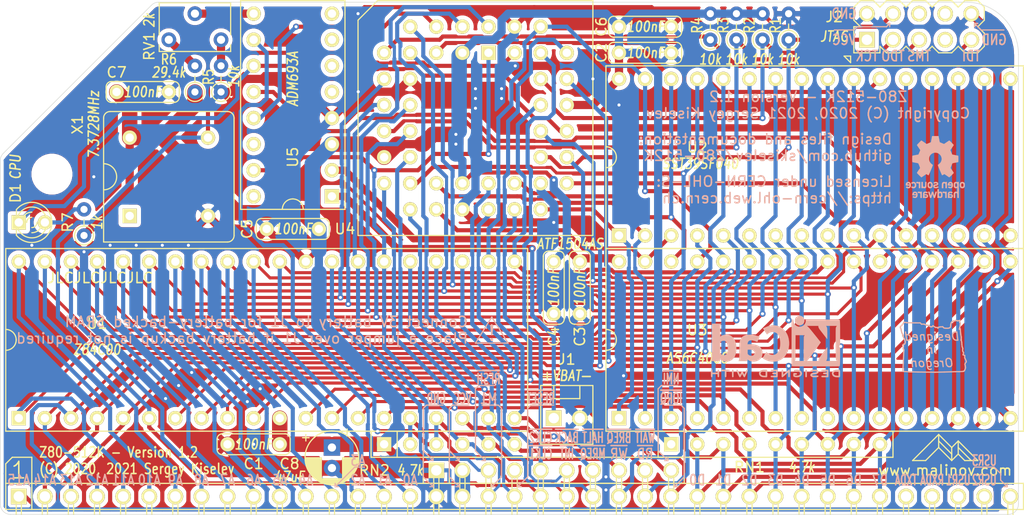
<source format=kicad_pcb>
(kicad_pcb (version 20171130) (host pcbnew "(5.1.8)-1")
  (title_block (title "Z80-512K: RC2014 Compatible CPU and Memory Module") (date 2021-01-25) (rev 1.2) (company "Designed by Sergey Kiselev") (comment 2 "Licensed under CERN-OHL-S: https://cern-ohl.web.cern.ch") (comment 3 "Documentation and design files: https://github.com/skiselev/Z80-512K") (comment 4 "Z80-512K is an open source hardware project"))
  (layers (0 F.Cu signal) (31 B.Cu signal) (34 B.Paste user) (35 F.Paste user) (36 B.SilkS user) (37 F.SilkS user) (38 B.Mask user) (39 F.Mask user) (44 Edge.Cuts user))
  (net 0 "")
  (net 1 /VBAT)
  (net 2 GND)
  (net 3 VCC)
  (net 4 /VRAM)
  (net 5 /A15)
  (net 6 /A14)
  (net 7 /A13)
  (net 8 /A12)
  (net 9 /A11)
  (net 10 /A10)
  (net 11 /A9)
  (net 12 /A8)
  (net 13 /A7)
  (net 14 /A6)
  (net 15 /A5)
  (net 16 /A4)
  (net 17 /A3)
  (net 18 /A2)
  (net 19 /A1)
  (net 20 /A0)
  (net 21 /~M1)
  (net 22 /~RESET)
  (net 23 /CPU_CLK)
  (net 24 /~INT)
  (net 25 /~MREQ)
  (net 26 /~WR)
  (net 27 /~RD)
  (net 28 /~IORQ)
  (net 29 /D0)
  (net 30 /D1)
  (net 31 /D2)
  (net 32 /D3)
  (net 33 /D4)
  (net 34 /D5)
  (net 35 /D6)
  (net 36 /D7)
  (net 37 /~RFSH)
  (net 38 /~BUSACK)
  (net 39 /~HALT)
  (net 40 /~BUSREQ)
  (net 41 /~WAIT)
  (net 42 /~NMI)
  (net 43 /TXDA)
  (net 44 /RXDA)
  (net 45 /USR1)
  (net 46 /MA17)
  (net 47 /MA14)
  (net 48 /MA16)
  (net 49 /MA15)
  (net 50 /MA18)
  (net 51 "Net-(RV1-Pad2)")
  (net 52 /~ROM_CS)
  (net 53 /~RAM_CS)
  (net 54 /~RAM_CSI)
  (net 55 "Net-(X1-Pad1)")
  (net 56 /UART_CLK)
  (net 57 /TCK)
  (net 58 /TDO)
  (net 59 /TMS)
  (net 60 /TDI)
  (net 61 "Net-(U5-Pad5)")
  (net 62 "Net-(U5-Pad6)")
  (net 63 "Net-(U5-Pad7)")
  (net 64 "Net-(U5-Pad8)")
  (net 65 "Net-(U5-Pad14)")
  (net 66 "Net-(U5-Pad16)")
  (net 67 /WDOG)
  (net 68 /USR2)
  (net 69 /USR3)
  (net 70 "Net-(J2-Pad6)")
  (net 71 "Net-(J2-Pad7)")
  (net 72 "Net-(J2-Pad8)")
  (net 73 "Net-(J4-Pad4)")
  (net 74 "Net-(R5-Pad2)")
  (net 75 "Net-(R6-Pad2)")
  (net 76 "Net-(D1-Pad2)")
  (module My_Components:LED_3mm (layer F.Cu) (at 128.27 100.33 180)
    (fp_text reference D1 (at 1.5875 2.8575 90) (layer F.SilkS))
    (fp_text value CPU (at 1.5875 5.3975 90) (layer F.SilkS) (effects (font (size 1 0.8) (thickness 0.15) italic)))
    (pad 2 thru_hole circle (at -1.27 0 180) (size 1.397 1.397) (drill 0.8128) (layers *.Cu *.Mask F.SilkS) (net 76 "Net-(D1-Pad2)"))
    (pad 1 thru_hole rect (at 1.27 0 180) (size 1.397 1.397) (drill 0.8128) (layers *.Cu *.Mask F.SilkS) (net 67 /WDOG))
  )
  (module Symbol:KiCad-Logo2_5mm_SilkScreen (layer B.Cu) (at 200.66 112.395 180)
    (fp_text reference REF** hide)
    (fp_text value KiCad-Logo2_5mm_SilkScreen hide)
  )
  (module My_Components:Conn_Pin_Header_10x1_2.54mm_Right_Angle (layer F.Cu) (at 179.07 124.46)
    (fp_text reference J4 hide)
    (fp_text value RC2014_EXT hide)
    (pad 10 thru_hole circle (at 11.43 0) (size 1.524 1.524) (drill 1.016) (layers *.Cu *.Mask F.SilkS) (net 42 /~NMI))
    (pad 9 thru_hole circle (at 8.89 0) (size 1.524 1.524) (drill 1.016) (layers *.Cu *.Mask F.SilkS) (net 41 /~WAIT))
    (pad 8 thru_hole circle (at 6.35 0) (size 1.524 1.524) (drill 1.016) (layers *.Cu *.Mask F.SilkS) (net 40 /~BUSREQ))
    (pad 7 thru_hole circle (at 3.81 0) (size 1.524 1.524) (drill 1.016) (layers *.Cu *.Mask F.SilkS) (net 39 /~HALT))
    (pad 6 thru_hole circle (at 1.27 0) (size 1.524 1.524) (drill 1.016) (layers *.Cu *.Mask F.SilkS) (net 38 /~BUSACK))
    (pad 5 thru_hole circle (at -1.27 0) (size 1.524 1.524) (drill 1.016) (layers *.Cu *.Mask F.SilkS) (net 56 /UART_CLK))
    (pad 4 thru_hole circle (at -3.81 0) (size 1.524 1.524) (drill 1.016) (layers *.Cu *.Mask F.SilkS) (net 73 "Net-(J4-Pad4)"))
    (pad 3 thru_hole circle (at -6.35 0) (size 1.524 1.524) (drill 1.016) (layers *.Cu *.Mask F.SilkS) (net 37 /~RFSH))
    (pad 2 thru_hole circle (at -8.89 0) (size 1.524 1.524) (drill 1.016) (layers *.Cu *.Mask F.SilkS) (net 3 VCC))
    (pad 1 thru_hole rect (at -11.43 0) (size 1.524 1.524) (drill 1.016) (layers *.Cu *.Mask F.SilkS) (net 2 GND))
  )
  (module My_Components:Conn_Pin_Header_39x1_2.54mm_Right_Angle (layer F.Cu) (at 175.26 127)
    (fp_text reference J3 hide)
    (fp_text value RC2014_BUS hide)
    (pad 1 thru_hole rect (at -48.26 0) (size 1.524 1.524) (drill 1.016) (layers *.Cu *.Mask F.SilkS) (net 5 /A15))
    (pad 2 thru_hole circle (at -45.72 0) (size 1.524 1.524) (drill 1.016) (layers *.Cu *.Mask F.SilkS) (net 6 /A14))
    (pad 3 thru_hole circle (at -43.18 0) (size 1.524 1.524) (drill 1.016) (layers *.Cu *.Mask F.SilkS) (net 7 /A13))
    (pad 4 thru_hole circle (at -40.64 0) (size 1.524 1.524) (drill 1.016) (layers *.Cu *.Mask F.SilkS) (net 8 /A12))
    (pad 5 thru_hole circle (at -38.1 0) (size 1.524 1.524) (drill 1.016) (layers *.Cu *.Mask F.SilkS) (net 9 /A11))
    (pad 6 thru_hole circle (at -35.56 0) (size 1.524 1.524) (drill 1.016) (layers *.Cu *.Mask F.SilkS) (net 10 /A10))
    (pad 7 thru_hole circle (at -33.02 0) (size 1.524 1.524) (drill 1.016) (layers *.Cu *.Mask F.SilkS) (net 11 /A9))
    (pad 8 thru_hole circle (at -30.48 0) (size 1.524 1.524) (drill 1.016) (layers *.Cu *.Mask F.SilkS) (net 12 /A8))
    (pad 9 thru_hole circle (at -27.94 0) (size 1.524 1.524) (drill 1.016) (layers *.Cu *.Mask F.SilkS) (net 13 /A7))
    (pad 10 thru_hole circle (at -25.4 0) (size 1.524 1.524) (drill 1.016) (layers *.Cu *.Mask F.SilkS) (net 14 /A6))
    (pad 11 thru_hole circle (at -22.86 0) (size 1.524 1.524) (drill 1.016) (layers *.Cu *.Mask F.SilkS) (net 15 /A5))
    (pad 12 thru_hole circle (at -20.32 0) (size 1.524 1.524) (drill 1.016) (layers *.Cu *.Mask F.SilkS) (net 16 /A4))
    (pad 13 thru_hole circle (at -17.78 0) (size 1.524 1.524) (drill 1.016) (layers *.Cu *.Mask F.SilkS) (net 17 /A3))
    (pad 14 thru_hole circle (at -15.24 0) (size 1.524 1.524) (drill 1.016) (layers *.Cu *.Mask F.SilkS) (net 18 /A2))
    (pad 15 thru_hole circle (at -12.7 0) (size 1.524 1.524) (drill 1.016) (layers *.Cu *.Mask F.SilkS) (net 19 /A1))
    (pad 16 thru_hole circle (at -10.16 0) (size 1.524 1.524) (drill 1.016) (layers *.Cu *.Mask F.SilkS) (net 20 /A0))
    (pad 17 thru_hole circle (at -7.62 0) (size 1.524 1.524) (drill 1.016) (layers *.Cu *.Mask F.SilkS) (net 2 GND))
    (pad 18 thru_hole circle (at -5.08 0) (size 1.524 1.524) (drill 1.016) (layers *.Cu *.Mask F.SilkS) (net 3 VCC))
    (pad 19 thru_hole circle (at -2.54 0) (size 1.524 1.524) (drill 1.016) (layers *.Cu *.Mask F.SilkS) (net 21 /~M1))
    (pad 20 thru_hole circle (at 0 0) (size 1.524 1.524) (drill 1.016) (layers *.Cu *.Mask F.SilkS) (net 22 /~RESET))
    (pad 21 thru_hole circle (at 2.54 0) (size 1.524 1.524) (drill 1.016) (layers *.Cu *.Mask F.SilkS) (net 23 /CPU_CLK))
    (pad 22 thru_hole circle (at 5.08 0) (size 1.524 1.524) (drill 1.016) (layers *.Cu *.Mask F.SilkS) (net 24 /~INT))
    (pad 23 thru_hole circle (at 7.62 0) (size 1.524 1.524) (drill 1.016) (layers *.Cu *.Mask F.SilkS) (net 25 /~MREQ))
    (pad 24 thru_hole circle (at 10.16 0) (size 1.524 1.524) (drill 1.016) (layers *.Cu *.Mask F.SilkS) (net 26 /~WR))
    (pad 25 thru_hole circle (at 12.7 0) (size 1.524 1.524) (drill 1.016) (layers *.Cu *.Mask F.SilkS) (net 27 /~RD))
    (pad 26 thru_hole circle (at 15.24 0) (size 1.524 1.524) (drill 1.016) (layers *.Cu *.Mask F.SilkS) (net 28 /~IORQ))
    (pad 27 thru_hole circle (at 17.78 0) (size 1.524 1.524) (drill 1.016) (layers *.Cu *.Mask F.SilkS) (net 29 /D0))
    (pad 28 thru_hole circle (at 20.32 0) (size 1.524 1.524) (drill 1.016) (layers *.Cu *.Mask F.SilkS) (net 30 /D1))
    (pad 29 thru_hole circle (at 22.86 0) (size 1.524 1.524) (drill 1.016) (layers *.Cu *.Mask F.SilkS) (net 31 /D2))
    (pad 30 thru_hole circle (at 25.4 0) (size 1.524 1.524) (drill 1.016) (layers *.Cu *.Mask F.SilkS) (net 32 /D3))
    (pad 31 thru_hole circle (at 27.94 0) (size 1.524 1.524) (drill 1.016) (layers *.Cu *.Mask F.SilkS) (net 33 /D4))
    (pad 32 thru_hole circle (at 30.48 0) (size 1.524 1.524) (drill 1.016) (layers *.Cu *.Mask F.SilkS) (net 34 /D5))
    (pad 33 thru_hole circle (at 33.02 0) (size 1.524 1.524) (drill 1.016) (layers *.Cu *.Mask F.SilkS) (net 35 /D6))
    (pad 34 thru_hole circle (at 35.56 0) (size 1.524 1.524) (drill 1.016) (layers *.Cu *.Mask F.SilkS) (net 36 /D7))
    (pad 35 thru_hole circle (at 38.1 0) (size 1.524 1.524) (drill 1.016) (layers *.Cu *.Mask F.SilkS) (net 43 /TXDA))
    (pad 36 thru_hole circle (at 40.64 0) (size 1.524 1.524) (drill 1.016) (layers *.Cu *.Mask F.SilkS) (net 44 /RXDA))
    (pad 37 thru_hole circle (at 43.18 0) (size 1.524 1.524) (drill 1.016) (layers *.Cu *.Mask F.SilkS) (net 45 /USR1))
    (pad 38 thru_hole circle (at 45.72 0) (size 1.524 1.524) (drill 1.016) (layers *.Cu *.Mask F.SilkS) (net 68 /USR2))
    (pad 39 thru_hole circle (at 48.26 0) (size 1.524 1.524) (drill 1.016) (layers *.Cu *.Mask F.SilkS) (net 69 /USR3))
  )
  (module My_Components:Conn_Pin_Header_5x2_2.54mm (layer F.Cu) (at 214.63 81.28)
    (fp_text reference J2 (at -8.255 -0.9525) (layer F.SilkS))
    (fp_text value JTAG (at -8.255 0.9525) (layer F.SilkS) (effects (font (size 1 0.8) (thickness 0.15) italic)))
    (pad 10 thru_hole circle (at 5.08 -1.27) (size 1.524 1.524) (drill 1.016) (layers *.Cu *.Mask F.SilkS) (net 2 GND))
    (pad 9 thru_hole circle (at 5.08 1.27) (size 1.524 1.524) (drill 1.016) (layers *.Cu *.Mask F.SilkS) (net 60 /TDI))
    (pad 8 thru_hole circle (at 2.54 -1.27) (size 1.524 1.524) (drill 1.016) (layers *.Cu *.Mask F.SilkS) (net 72 "Net-(J2-Pad8)"))
    (pad 7 thru_hole circle (at 2.54 1.27) (size 1.524 1.524) (drill 1.016) (layers *.Cu *.Mask F.SilkS) (net 71 "Net-(J2-Pad7)"))
    (pad 6 thru_hole circle (at 0 -1.27) (size 1.524 1.524) (drill 1.016) (layers *.Cu *.Mask F.SilkS) (net 70 "Net-(J2-Pad6)"))
    (pad 5 thru_hole circle (at 0 1.27) (size 1.524 1.524) (drill 1.016) (layers *.Cu *.Mask F.SilkS) (net 59 /TMS))
    (pad 4 thru_hole circle (at -2.54 -1.27) (size 1.524 1.524) (drill 1.016) (layers *.Cu *.Mask F.SilkS) (net 3 VCC))
    (pad 3 thru_hole circle (at -2.54 1.27) (size 1.524 1.524) (drill 1.016) (layers *.Cu *.Mask F.SilkS) (net 58 /TDO))
    (pad 2 thru_hole circle (at -5.08 -1.27) (size 1.524 1.524) (drill 1.016) (layers *.Cu *.Mask F.SilkS) (net 2 GND))
    (pad 1 thru_hole rect (at -5.08 1.27) (size 1.524 1.524) (drill 1.016) (layers *.Cu *.Mask F.SilkS) (net 57 /TCK))
  )
  (module My_Components:Socket_DIP16_300 (layer F.Cu) (at 153.67 88.9 90)
    (fp_text reference U5 (at -5.08 0 90) (layer F.SilkS))
    (fp_text value ADM693A (at 2.54 0 90) (layer F.SilkS) (effects (font (size 1 0.8) (thickness 0.15) italic)))
    (pad 16 thru_hole circle (at -8.89 -3.81 90) (size 1.397 1.397) (drill 0.8128) (layers *.Cu *.Mask F.SilkS) (net 66 "Net-(U5-Pad16)"))
    (pad 15 thru_hole circle (at -6.35 -3.81 90) (size 1.397 1.397) (drill 0.8128) (layers *.Cu *.Mask F.SilkS) (net 22 /~RESET))
    (pad 14 thru_hole circle (at -3.81 -3.81 90) (size 1.397 1.397) (drill 0.8128) (layers *.Cu *.Mask F.SilkS) (net 65 "Net-(U5-Pad14)"))
    (pad 13 thru_hole circle (at -1.27 -3.81 90) (size 1.397 1.397) (drill 0.8128) (layers *.Cu *.Mask F.SilkS) (net 54 /~RAM_CSI))
    (pad 12 thru_hole circle (at 1.27 -3.81 90) (size 1.397 1.397) (drill 0.8128) (layers *.Cu *.Mask F.SilkS) (net 53 /~RAM_CS))
    (pad 11 thru_hole circle (at 3.81 -3.81 90) (size 1.397 1.397) (drill 0.8128) (layers *.Cu *.Mask F.SilkS) (net 67 /WDOG))
    (pad 10 thru_hole circle (at 6.35 -3.81 90) (size 1.397 1.397) (drill 0.8128) (layers *.Cu *.Mask F.SilkS) (net 42 /~NMI))
    (pad 9 thru_hole circle (at 8.89 -3.81 90) (size 1.397 1.397) (drill 0.8128) (layers *.Cu *.Mask F.SilkS) (net 51 "Net-(RV1-Pad2)"))
    (pad 8 thru_hole circle (at 8.89 3.81 90) (size 1.397 1.397) (drill 0.8128) (layers *.Cu *.Mask F.SilkS) (net 64 "Net-(U5-Pad8)"))
    (pad 7 thru_hole circle (at 6.35 3.81 90) (size 1.397 1.397) (drill 0.8128) (layers *.Cu *.Mask F.SilkS) (net 63 "Net-(U5-Pad7)"))
    (pad 6 thru_hole circle (at 3.81 3.81 90) (size 1.397 1.397) (drill 0.8128) (layers *.Cu *.Mask F.SilkS) (net 62 "Net-(U5-Pad6)"))
    (pad 5 thru_hole circle (at 1.27 3.81 90) (size 1.397 1.397) (drill 0.8128) (layers *.Cu *.Mask F.SilkS) (net 61 "Net-(U5-Pad5)"))
    (pad 4 thru_hole circle (at -1.27 3.81 90) (size 1.397 1.397) (drill 0.8128) (layers *.Cu *.Mask F.SilkS) (net 2 GND))
    (pad 3 thru_hole circle (at -3.81 3.81 90) (size 1.397 1.397) (drill 0.8128) (layers *.Cu *.Mask F.SilkS) (net 3 VCC))
    (pad 2 thru_hole circle (at -6.35 3.81 90) (size 1.397 1.397) (drill 0.8128) (layers *.Cu *.Mask F.SilkS) (net 4 /VRAM))
    (pad 1 thru_hole rect (at -8.89 3.81 90) (size 1.397 1.397) (drill 0.8128) (layers *.Cu *.Mask F.SilkS) (net 1 /VBAT))
  )
  (module My_Components:IC_PLCC44_TH (layer F.Cu) (at 171.45 90.17)
    (fp_text reference U4 (at -12.7 10.795) (layer F.SilkS))
    (fp_text value ATF1504AS (at 9.2075 12.2555) (layer F.SilkS) (effects (font (size 1 0.8) (thickness 0.15) italic)))
    (pad 44 thru_hole circle (at 1.27 -8.89 270) (size 1.397 1.397) (drill 0.8128) (layers *.Cu *.Mask F.SilkS) (net 21 /~M1))
    (pad 43 thru_hole circle (at 3.81 -6.35 270) (size 1.397 1.397) (drill 0.8128) (layers *.Cu *.Mask F.SilkS) (net 23 /CPU_CLK))
    (pad 42 thru_hole circle (at 3.81 -8.89 270) (size 1.397 1.397) (drill 0.8128) (layers *.Cu *.Mask F.SilkS) (net 2 GND))
    (pad 41 thru_hole circle (at 6.35 -6.35 270) (size 1.397 1.397) (drill 0.8128) (layers *.Cu *.Mask F.SilkS) (net 56 /UART_CLK))
    (pad 40 thru_hole circle (at 6.35 -8.89 270) (size 1.397 1.397) (drill 0.8128) (layers *.Cu *.Mask F.SilkS) (net 26 /~WR))
    (pad 39 thru_hole circle (at 8.89 -6.35 270) (size 1.397 1.397) (drill 0.8128) (layers *.Cu *.Mask F.SilkS) (net 28 /~IORQ))
    (pad 38 thru_hole circle (at 6.35 -3.81 270) (size 1.397 1.397) (drill 0.8128) (layers *.Cu *.Mask F.SilkS) (net 58 /TDO))
    (pad 37 thru_hole circle (at 8.89 -3.81 270) (size 1.397 1.397) (drill 0.8128) (layers *.Cu *.Mask F.SilkS) (net 6 /A14))
    (pad 36 thru_hole circle (at 6.35 -1.27 270) (size 1.397 1.397) (drill 0.8128) (layers *.Cu *.Mask F.SilkS) (net 27 /~RD))
    (pad 35 thru_hole circle (at 8.89 -1.27 270) (size 1.397 1.397) (drill 0.8128) (layers *.Cu *.Mask F.SilkS) (net 3 VCC))
    (pad 34 thru_hole circle (at 6.35 1.27 270) (size 1.397 1.397) (drill 0.8128) (layers *.Cu *.Mask F.SilkS) (net 5 /A15))
    (pad 33 thru_hole circle (at 8.89 1.27 270) (size 1.397 1.397) (drill 0.8128) (layers *.Cu *.Mask F.SilkS) (net 67 /WDOG))
    (pad 32 thru_hole circle (at 6.35 3.81 270) (size 1.397 1.397) (drill 0.8128) (layers *.Cu *.Mask F.SilkS) (net 57 /TCK))
    (pad 31 thru_hole circle (at 8.89 3.81 270) (size 1.397 1.397) (drill 0.8128) (layers *.Cu *.Mask F.SilkS) (net 19 /A1))
    (pad 30 thru_hole circle (at 6.35 6.35 270) (size 1.397 1.397) (drill 0.8128) (layers *.Cu *.Mask F.SilkS) (net 2 GND))
    (pad 29 thru_hole circle (at 8.89 6.35 270) (size 1.397 1.397) (drill 0.8128) (layers *.Cu *.Mask F.SilkS) (net 20 /A0))
    (pad 28 thru_hole circle (at 6.35 8.89 270) (size 1.397 1.397) (drill 0.8128) (layers *.Cu *.Mask F.SilkS) (net 50 /MA18))
    (pad 27 thru_hole circle (at 3.81 6.35 270) (size 1.397 1.397) (drill 0.8128) (layers *.Cu *.Mask F.SilkS) (net 46 /MA17))
    (pad 26 thru_hole circle (at 3.81 8.89 270) (size 1.397 1.397) (drill 0.8128) (layers *.Cu *.Mask F.SilkS) (net 34 /D5))
    (pad 25 thru_hole circle (at 1.27 6.35 270) (size 1.397 1.397) (drill 0.8128) (layers *.Cu *.Mask F.SilkS) (net 33 /D4))
    (pad 24 thru_hole circle (at 1.27 8.89 270) (size 1.397 1.397) (drill 0.8128) (layers *.Cu *.Mask F.SilkS) (net 32 /D3))
    (pad 23 thru_hole circle (at -1.27 6.35 270) (size 1.397 1.397) (drill 0.8128) (layers *.Cu *.Mask F.SilkS) (net 3 VCC))
    (pad 22 thru_hole circle (at -1.27 8.89 270) (size 1.397 1.397) (drill 0.8128) (layers *.Cu *.Mask F.SilkS) (net 2 GND))
    (pad 21 thru_hole circle (at -3.81 6.35 270) (size 1.397 1.397) (drill 0.8128) (layers *.Cu *.Mask F.SilkS) (net 48 /MA16))
    (pad 20 thru_hole circle (at -3.81 8.89 270) (size 1.397 1.397) (drill 0.8128) (layers *.Cu *.Mask F.SilkS) (net 49 /MA15))
    (pad 19 thru_hole circle (at -6.35 6.35 270) (size 1.397 1.397) (drill 0.8128) (layers *.Cu *.Mask F.SilkS) (net 47 /MA14))
    (pad 18 thru_hole circle (at -6.35 8.89 270) (size 1.397 1.397) (drill 0.8128) (layers *.Cu *.Mask F.SilkS) (net 31 /D2))
    (pad 17 thru_hole circle (at -8.89 6.35 270) (size 1.397 1.397) (drill 0.8128) (layers *.Cu *.Mask F.SilkS) (net 30 /D1))
    (pad 16 thru_hole circle (at -6.35 3.81 270) (size 1.397 1.397) (drill 0.8128) (layers *.Cu *.Mask F.SilkS) (net 29 /D0))
    (pad 15 thru_hole circle (at -8.89 3.81 270) (size 1.397 1.397) (drill 0.8128) (layers *.Cu *.Mask F.SilkS) (net 3 VCC))
    (pad 14 thru_hole circle (at -6.35 1.27 270) (size 1.397 1.397) (drill 0.8128) (layers *.Cu *.Mask F.SilkS) (net 13 /A7))
    (pad 13 thru_hole circle (at -8.89 1.27 270) (size 1.397 1.397) (drill 0.8128) (layers *.Cu *.Mask F.SilkS) (net 59 /TMS))
    (pad 12 thru_hole circle (at -6.35 -1.27 270) (size 1.397 1.397) (drill 0.8128) (layers *.Cu *.Mask F.SilkS) (net 14 /A6))
    (pad 11 thru_hole circle (at -8.89 -1.27 270) (size 1.397 1.397) (drill 0.8128) (layers *.Cu *.Mask F.SilkS) (net 15 /A5))
    (pad 10 thru_hole circle (at -6.35 -3.81 270) (size 1.397 1.397) (drill 0.8128) (layers *.Cu *.Mask F.SilkS) (net 2 GND))
    (pad 9 thru_hole circle (at -8.89 -3.81 270) (size 1.397 1.397) (drill 0.8128) (layers *.Cu *.Mask F.SilkS) (net 16 /A4))
    (pad 8 thru_hole circle (at -6.35 -6.35 270) (size 1.397 1.397) (drill 0.8128) (layers *.Cu *.Mask F.SilkS) (net 17 /A3))
    (pad 7 thru_hole circle (at -8.89 -6.35 270) (size 1.397 1.397) (drill 0.8128) (layers *.Cu *.Mask F.SilkS) (net 60 /TDI))
    (pad 6 thru_hole circle (at -6.35 -8.89 270) (size 1.397 1.397) (drill 0.8128) (layers *.Cu *.Mask F.SilkS) (net 18 /A2))
    (pad 5 thru_hole circle (at -3.81 -6.35 270) (size 1.397 1.397) (drill 0.8128) (layers *.Cu *.Mask F.SilkS) (net 52 /~ROM_CS))
    (pad 4 thru_hole circle (at -3.81 -8.89 270) (size 1.397 1.397) (drill 0.8128) (layers *.Cu *.Mask F.SilkS) (net 54 /~RAM_CSI))
    (pad 3 thru_hole circle (at -1.27 -6.35 270) (size 1.397 1.397) (drill 0.8128) (layers *.Cu *.Mask F.SilkS) (net 3 VCC))
    (pad 2 thru_hole circle (at -1.27 -8.89 270) (size 1.397 1.397) (drill 0.8128) (layers *.Cu *.Mask F.SilkS) (net 25 /~MREQ))
    (pad 1 thru_hole rect (at 1.27 -6.35 270) (size 1.397 1.397) (drill 0.8128) (layers *.Cu *.Mask F.SilkS) (net 22 /~RESET))
  )
  (module My_Components:Socket_DIP32_600 (layer F.Cu) (at 204.47 93.98)
    (fp_text reference U2 (at -11.43 -0.9525 180) (layer F.SilkS))
    (fp_text value SST39SF040 (at -11.1125 0.635) (layer F.SilkS) (effects (font (size 1 0.8) (thickness 0.15) italic)))
    (pad 32 thru_hole circle (at -19.05 -7.62) (size 1.397 1.397) (drill 0.8128) (layers *.Cu *.Mask F.SilkS) (net 3 VCC))
    (pad 31 thru_hole circle (at -16.51 -7.62) (size 1.397 1.397) (drill 0.8128) (layers *.Cu *.Mask F.SilkS) (net 26 /~WR))
    (pad 30 thru_hole circle (at -13.97 -7.62) (size 1.397 1.397) (drill 0.8128) (layers *.Cu *.Mask F.SilkS) (net 46 /MA17))
    (pad 29 thru_hole circle (at -11.43 -7.62) (size 1.397 1.397) (drill 0.8128) (layers *.Cu *.Mask F.SilkS) (net 47 /MA14))
    (pad 28 thru_hole circle (at -8.89 -7.62) (size 1.397 1.397) (drill 0.8128) (layers *.Cu *.Mask F.SilkS) (net 7 /A13))
    (pad 27 thru_hole circle (at -6.35 -7.62) (size 1.397 1.397) (drill 0.8128) (layers *.Cu *.Mask F.SilkS) (net 12 /A8))
    (pad 26 thru_hole circle (at -3.81 -7.62) (size 1.397 1.397) (drill 0.8128) (layers *.Cu *.Mask F.SilkS) (net 11 /A9))
    (pad 25 thru_hole circle (at -1.27 -7.62) (size 1.397 1.397) (drill 0.8128) (layers *.Cu *.Mask F.SilkS) (net 9 /A11))
    (pad 24 thru_hole circle (at 1.27 -7.62) (size 1.397 1.397) (drill 0.8128) (layers *.Cu *.Mask F.SilkS) (net 27 /~RD))
    (pad 23 thru_hole circle (at 3.81 -7.62) (size 1.397 1.397) (drill 0.8128) (layers *.Cu *.Mask F.SilkS) (net 10 /A10))
    (pad 22 thru_hole circle (at 6.35 -7.62) (size 1.397 1.397) (drill 0.8128) (layers *.Cu *.Mask F.SilkS) (net 52 /~ROM_CS))
    (pad 21 thru_hole circle (at 8.89 -7.62) (size 1.397 1.397) (drill 0.8128) (layers *.Cu *.Mask F.SilkS) (net 36 /D7))
    (pad 20 thru_hole circle (at 11.43 -7.62) (size 1.397 1.397) (drill 0.8128) (layers *.Cu *.Mask F.SilkS) (net 35 /D6))
    (pad 19 thru_hole circle (at 13.97 -7.62) (size 1.397 1.397) (drill 0.8128) (layers *.Cu *.Mask F.SilkS) (net 34 /D5))
    (pad 18 thru_hole circle (at 16.51 -7.62) (size 1.397 1.397) (drill 0.8128) (layers *.Cu *.Mask F.SilkS) (net 33 /D4))
    (pad 17 thru_hole circle (at 19.05 -7.62) (size 1.397 1.397) (drill 0.8128) (layers *.Cu *.Mask F.SilkS) (net 32 /D3))
    (pad 16 thru_hole circle (at 19.05 7.62) (size 1.397 1.397) (drill 0.8128) (layers *.Cu *.Mask F.SilkS) (net 2 GND))
    (pad 15 thru_hole circle (at 16.51 7.62) (size 1.397 1.397) (drill 0.8128) (layers *.Cu *.Mask F.SilkS) (net 31 /D2))
    (pad 14 thru_hole circle (at 13.97 7.62) (size 1.397 1.397) (drill 0.8128) (layers *.Cu *.Mask F.SilkS) (net 30 /D1))
    (pad 13 thru_hole circle (at 11.43 7.62) (size 1.397 1.397) (drill 0.8128) (layers *.Cu *.Mask F.SilkS) (net 29 /D0))
    (pad 12 thru_hole circle (at 8.89 7.62) (size 1.397 1.397) (drill 0.8128) (layers *.Cu *.Mask F.SilkS) (net 20 /A0))
    (pad 11 thru_hole circle (at 6.35 7.62) (size 1.397 1.397) (drill 0.8128) (layers *.Cu *.Mask F.SilkS) (net 19 /A1))
    (pad 10 thru_hole circle (at 3.81 7.62) (size 1.397 1.397) (drill 0.8128) (layers *.Cu *.Mask F.SilkS) (net 18 /A2))
    (pad 9 thru_hole circle (at 1.27 7.62) (size 1.397 1.397) (drill 0.8128) (layers *.Cu *.Mask F.SilkS) (net 17 /A3))
    (pad 8 thru_hole circle (at -1.27 7.62) (size 1.397 1.397) (drill 0.8128) (layers *.Cu *.Mask F.SilkS) (net 16 /A4))
    (pad 7 thru_hole circle (at -3.81 7.62) (size 1.397 1.397) (drill 0.8128) (layers *.Cu *.Mask F.SilkS) (net 15 /A5))
    (pad 6 thru_hole circle (at -6.35 7.62) (size 1.397 1.397) (drill 0.8128) (layers *.Cu *.Mask F.SilkS) (net 14 /A6))
    (pad 5 thru_hole circle (at -8.89 7.62) (size 1.397 1.397) (drill 0.8128) (layers *.Cu *.Mask F.SilkS) (net 13 /A7))
    (pad 4 thru_hole circle (at -11.43 7.62) (size 1.397 1.397) (drill 0.8128) (layers *.Cu *.Mask F.SilkS) (net 8 /A12))
    (pad 3 thru_hole circle (at -13.97 7.62) (size 1.397 1.397) (drill 0.8128) (layers *.Cu *.Mask F.SilkS) (net 49 /MA15))
    (pad 2 thru_hole circle (at -16.51 7.62) (size 1.397 1.397) (drill 0.8128) (layers *.Cu *.Mask F.SilkS) (net 48 /MA16))
    (pad 1 thru_hole rect (at -19.05 7.62) (size 1.397 1.397) (drill 0.8128) (layers *.Cu *.Mask F.SilkS) (net 50 /MA18))
  )
  (module My_Components:Socket_DIP32_600 (layer F.Cu) (at 204.47 111.76)
    (fp_text reference U3 (at -11.43 -0.9525) (layer F.SilkS))
    (fp_text value AS6C4008 (at -11.43 1.778) (layer F.SilkS) (effects (font (size 1 0.8) (thickness 0.15) italic)))
    (pad 32 thru_hole circle (at -19.05 -7.62) (size 1.397 1.397) (drill 0.8128) (layers *.Cu *.Mask F.SilkS) (net 4 /VRAM))
    (pad 31 thru_hole circle (at -16.51 -7.62) (size 1.397 1.397) (drill 0.8128) (layers *.Cu *.Mask F.SilkS) (net 49 /MA15))
    (pad 30 thru_hole circle (at -13.97 -7.62) (size 1.397 1.397) (drill 0.8128) (layers *.Cu *.Mask F.SilkS) (net 46 /MA17))
    (pad 29 thru_hole circle (at -11.43 -7.62) (size 1.397 1.397) (drill 0.8128) (layers *.Cu *.Mask F.SilkS) (net 26 /~WR))
    (pad 28 thru_hole circle (at -8.89 -7.62) (size 1.397 1.397) (drill 0.8128) (layers *.Cu *.Mask F.SilkS) (net 7 /A13))
    (pad 27 thru_hole circle (at -6.35 -7.62) (size 1.397 1.397) (drill 0.8128) (layers *.Cu *.Mask F.SilkS) (net 12 /A8))
    (pad 26 thru_hole circle (at -3.81 -7.62) (size 1.397 1.397) (drill 0.8128) (layers *.Cu *.Mask F.SilkS) (net 11 /A9))
    (pad 25 thru_hole circle (at -1.27 -7.62) (size 1.397 1.397) (drill 0.8128) (layers *.Cu *.Mask F.SilkS) (net 9 /A11))
    (pad 24 thru_hole circle (at 1.27 -7.62) (size 1.397 1.397) (drill 0.8128) (layers *.Cu *.Mask F.SilkS) (net 27 /~RD))
    (pad 23 thru_hole circle (at 3.81 -7.62) (size 1.397 1.397) (drill 0.8128) (layers *.Cu *.Mask F.SilkS) (net 10 /A10))
    (pad 22 thru_hole circle (at 6.35 -7.62) (size 1.397 1.397) (drill 0.8128) (layers *.Cu *.Mask F.SilkS) (net 53 /~RAM_CS))
    (pad 21 thru_hole circle (at 8.89 -7.62) (size 1.397 1.397) (drill 0.8128) (layers *.Cu *.Mask F.SilkS) (net 36 /D7))
    (pad 20 thru_hole circle (at 11.43 -7.62) (size 1.397 1.397) (drill 0.8128) (layers *.Cu *.Mask F.SilkS) (net 35 /D6))
    (pad 19 thru_hole circle (at 13.97 -7.62) (size 1.397 1.397) (drill 0.8128) (layers *.Cu *.Mask F.SilkS) (net 34 /D5))
    (pad 18 thru_hole circle (at 16.51 -7.62) (size 1.397 1.397) (drill 0.8128) (layers *.Cu *.Mask F.SilkS) (net 33 /D4))
    (pad 17 thru_hole circle (at 19.05 -7.62) (size 1.397 1.397) (drill 0.8128) (layers *.Cu *.Mask F.SilkS) (net 32 /D3))
    (pad 16 thru_hole circle (at 19.05 7.62) (size 1.397 1.397) (drill 0.8128) (layers *.Cu *.Mask F.SilkS) (net 2 GND))
    (pad 15 thru_hole circle (at 16.51 7.62) (size 1.397 1.397) (drill 0.8128) (layers *.Cu *.Mask F.SilkS) (net 31 /D2))
    (pad 14 thru_hole circle (at 13.97 7.62) (size 1.397 1.397) (drill 0.8128) (layers *.Cu *.Mask F.SilkS) (net 30 /D1))
    (pad 13 thru_hole circle (at 11.43 7.62) (size 1.397 1.397) (drill 0.8128) (layers *.Cu *.Mask F.SilkS) (net 29 /D0))
    (pad 12 thru_hole circle (at 8.89 7.62) (size 1.397 1.397) (drill 0.8128) (layers *.Cu *.Mask F.SilkS) (net 20 /A0))
    (pad 11 thru_hole circle (at 6.35 7.62) (size 1.397 1.397) (drill 0.8128) (layers *.Cu *.Mask F.SilkS) (net 19 /A1))
    (pad 10 thru_hole circle (at 3.81 7.62) (size 1.397 1.397) (drill 0.8128) (layers *.Cu *.Mask F.SilkS) (net 18 /A2))
    (pad 9 thru_hole circle (at 1.27 7.62) (size 1.397 1.397) (drill 0.8128) (layers *.Cu *.Mask F.SilkS) (net 17 /A3))
    (pad 8 thru_hole circle (at -1.27 7.62) (size 1.397 1.397) (drill 0.8128) (layers *.Cu *.Mask F.SilkS) (net 16 /A4))
    (pad 7 thru_hole circle (at -3.81 7.62) (size 1.397 1.397) (drill 0.8128) (layers *.Cu *.Mask F.SilkS) (net 15 /A5))
    (pad 6 thru_hole circle (at -6.35 7.62) (size 1.397 1.397) (drill 0.8128) (layers *.Cu *.Mask F.SilkS) (net 14 /A6))
    (pad 5 thru_hole circle (at -8.89 7.62) (size 1.397 1.397) (drill 0.8128) (layers *.Cu *.Mask F.SilkS) (net 13 /A7))
    (pad 4 thru_hole circle (at -11.43 7.62) (size 1.397 1.397) (drill 0.8128) (layers *.Cu *.Mask F.SilkS) (net 8 /A12))
    (pad 3 thru_hole circle (at -13.97 7.62) (size 1.397 1.397) (drill 0.8128) (layers *.Cu *.Mask F.SilkS) (net 47 /MA14))
    (pad 2 thru_hole circle (at -16.51 7.62) (size 1.397 1.397) (drill 0.8128) (layers *.Cu *.Mask F.SilkS) (net 48 /MA16))
    (pad 1 thru_hole rect (at -19.05 7.62) (size 1.397 1.397) (drill 0.8128) (layers *.Cu *.Mask F.SilkS) (net 50 /MA18))
  )
  (module My_Components:Socket_DIP40_600 (layer F.Cu) (at 151.13 111.76)
    (fp_text reference U1 (at -16.51 -1.5875) (layer F.SilkS))
    (fp_text value Z84C00 (at -16.51 0.9525) (layer F.SilkS) (effects (font (size 1 0.8) (thickness 0.15) italic)))
    (pad 40 thru_hole circle (at -24.13 -7.62) (size 1.397 1.397) (drill 0.8128) (layers *.Cu *.Mask F.SilkS) (net 10 /A10))
    (pad 39 thru_hole circle (at -21.59 -7.62) (size 1.397 1.397) (drill 0.8128) (layers *.Cu *.Mask F.SilkS) (net 11 /A9))
    (pad 38 thru_hole circle (at -19.05 -7.62) (size 1.397 1.397) (drill 0.8128) (layers *.Cu *.Mask F.SilkS) (net 12 /A8))
    (pad 37 thru_hole circle (at -16.51 -7.62) (size 1.397 1.397) (drill 0.8128) (layers *.Cu *.Mask F.SilkS) (net 13 /A7))
    (pad 36 thru_hole circle (at -13.97 -7.62) (size 1.397 1.397) (drill 0.8128) (layers *.Cu *.Mask F.SilkS) (net 14 /A6))
    (pad 35 thru_hole circle (at -11.43 -7.62) (size 1.397 1.397) (drill 0.8128) (layers *.Cu *.Mask F.SilkS) (net 15 /A5))
    (pad 34 thru_hole circle (at -8.89 -7.62) (size 1.397 1.397) (drill 0.8128) (layers *.Cu *.Mask F.SilkS) (net 16 /A4))
    (pad 33 thru_hole circle (at -6.35 -7.62) (size 1.397 1.397) (drill 0.8128) (layers *.Cu *.Mask F.SilkS) (net 17 /A3))
    (pad 32 thru_hole circle (at -3.81 -7.62) (size 1.397 1.397) (drill 0.8128) (layers *.Cu *.Mask F.SilkS) (net 18 /A2))
    (pad 31 thru_hole circle (at -1.27 -7.62) (size 1.397 1.397) (drill 0.8128) (layers *.Cu *.Mask F.SilkS) (net 19 /A1))
    (pad 30 thru_hole circle (at 1.27 -7.62) (size 1.397 1.397) (drill 0.8128) (layers *.Cu *.Mask F.SilkS) (net 20 /A0))
    (pad 29 thru_hole circle (at 3.81 -7.62) (size 1.397 1.397) (drill 0.8128) (layers *.Cu *.Mask F.SilkS) (net 2 GND))
    (pad 28 thru_hole circle (at 6.35 -7.62) (size 1.397 1.397) (drill 0.8128) (layers *.Cu *.Mask F.SilkS) (net 37 /~RFSH))
    (pad 27 thru_hole circle (at 8.89 -7.62) (size 1.397 1.397) (drill 0.8128) (layers *.Cu *.Mask F.SilkS) (net 21 /~M1))
    (pad 26 thru_hole circle (at 11.43 -7.62) (size 1.397 1.397) (drill 0.8128) (layers *.Cu *.Mask F.SilkS) (net 22 /~RESET))
    (pad 25 thru_hole circle (at 13.97 -7.62) (size 1.397 1.397) (drill 0.8128) (layers *.Cu *.Mask F.SilkS) (net 40 /~BUSREQ))
    (pad 24 thru_hole circle (at 16.51 -7.62) (size 1.397 1.397) (drill 0.8128) (layers *.Cu *.Mask F.SilkS) (net 41 /~WAIT))
    (pad 23 thru_hole circle (at 19.05 -7.62) (size 1.397 1.397) (drill 0.8128) (layers *.Cu *.Mask F.SilkS) (net 38 /~BUSACK))
    (pad 22 thru_hole circle (at 21.59 -7.62) (size 1.397 1.397) (drill 0.8128) (layers *.Cu *.Mask F.SilkS) (net 26 /~WR))
    (pad 21 thru_hole circle (at 24.13 -7.62) (size 1.397 1.397) (drill 0.8128) (layers *.Cu *.Mask F.SilkS) (net 27 /~RD))
    (pad 20 thru_hole circle (at 24.13 7.62) (size 1.397 1.397) (drill 0.8128) (layers *.Cu *.Mask F.SilkS) (net 28 /~IORQ))
    (pad 19 thru_hole circle (at 21.59 7.62) (size 1.397 1.397) (drill 0.8128) (layers *.Cu *.Mask F.SilkS) (net 25 /~MREQ))
    (pad 18 thru_hole circle (at 19.05 7.62) (size 1.397 1.397) (drill 0.8128) (layers *.Cu *.Mask F.SilkS) (net 39 /~HALT))
    (pad 17 thru_hole circle (at 16.51 7.62) (size 1.397 1.397) (drill 0.8128) (layers *.Cu *.Mask F.SilkS) (net 42 /~NMI))
    (pad 16 thru_hole circle (at 13.97 7.62) (size 1.397 1.397) (drill 0.8128) (layers *.Cu *.Mask F.SilkS) (net 24 /~INT))
    (pad 15 thru_hole circle (at 11.43 7.62) (size 1.397 1.397) (drill 0.8128) (layers *.Cu *.Mask F.SilkS) (net 30 /D1))
    (pad 14 thru_hole circle (at 8.89 7.62) (size 1.397 1.397) (drill 0.8128) (layers *.Cu *.Mask F.SilkS) (net 29 /D0))
    (pad 13 thru_hole circle (at 6.35 7.62) (size 1.397 1.397) (drill 0.8128) (layers *.Cu *.Mask F.SilkS) (net 36 /D7))
    (pad 12 thru_hole circle (at 3.81 7.62) (size 1.397 1.397) (drill 0.8128) (layers *.Cu *.Mask F.SilkS) (net 31 /D2))
    (pad 11 thru_hole circle (at 1.27 7.62) (size 1.397 1.397) (drill 0.8128) (layers *.Cu *.Mask F.SilkS) (net 3 VCC))
    (pad 10 thru_hole circle (at -1.27 7.62) (size 1.397 1.397) (drill 0.8128) (layers *.Cu *.Mask F.SilkS) (net 35 /D6))
    (pad 9 thru_hole circle (at -3.81 7.62) (size 1.397 1.397) (drill 0.8128) (layers *.Cu *.Mask F.SilkS) (net 34 /D5))
    (pad 8 thru_hole circle (at -6.35 7.62) (size 1.397 1.397) (drill 0.8128) (layers *.Cu *.Mask F.SilkS) (net 32 /D3))
    (pad 7 thru_hole circle (at -8.89 7.62) (size 1.397 1.397) (drill 0.8128) (layers *.Cu *.Mask F.SilkS) (net 33 /D4))
    (pad 6 thru_hole circle (at -11.43 7.62) (size 1.397 1.397) (drill 0.8128) (layers *.Cu *.Mask F.SilkS) (net 23 /CPU_CLK))
    (pad 5 thru_hole circle (at -13.97 7.62) (size 1.397 1.397) (drill 0.8128) (layers *.Cu *.Mask F.SilkS) (net 5 /A15))
    (pad 4 thru_hole circle (at -16.51 7.62) (size 1.397 1.397) (drill 0.8128) (layers *.Cu *.Mask F.SilkS) (net 6 /A14))
    (pad 3 thru_hole circle (at -19.05 7.62) (size 1.397 1.397) (drill 0.8128) (layers *.Cu *.Mask F.SilkS) (net 7 /A13))
    (pad 2 thru_hole circle (at -21.59 7.62) (size 1.397 1.397) (drill 0.8128) (layers *.Cu *.Mask F.SilkS) (net 8 /A12))
    (pad 1 thru_hole rect (at -24.13 7.62) (size 1.397 1.397) (drill 0.8128) (layers *.Cu *.Mask F.SilkS) (net 9 /A11))
  )
  (module My_Components:OSC_Half_Can_DIP8 (layer F.Cu) (at 141.605 95.885)
    (fp_text reference X1 (at -8.89 -5.08 270) (layer F.SilkS))
    (fp_text value 7.3728MHz (at -7.3025 -5.08 90) (layer F.SilkS) (effects (font (size 1 0.8) (thickness 0.15) italic)))
    (pad 8 thru_hole circle (at -3.81 -3.81) (size 1.397 1.397) (drill 0.8128) (layers *.Cu *.Mask F.SilkS) (net 3 VCC))
    (pad 5 thru_hole circle (at 3.81 -3.81) (size 1.397 1.397) (drill 0.8128) (layers *.Cu *.Mask F.SilkS) (net 23 /CPU_CLK))
    (pad 4 thru_hole circle (at 3.81 3.81) (size 1.397 1.397) (drill 0.8128) (layers *.Cu *.Mask F.SilkS) (net 2 GND))
    (pad 1 thru_hole rect (at -3.81 3.81) (size 1.397 1.397) (drill 0.8128) (layers *.Cu *.Mask F.SilkS) (net 55 "Net-(X1-Pad1)"))
  )
  (module My_Components:Conn_Friction_Lock_2P_2.54mm (layer F.Cu) (at 180.34 119.38)
    (fp_text reference J1 (at 0 -5.715) (layer F.SilkS))
    (fp_text value VBAT (at 0 -4.1275) (layer F.SilkS) (effects (font (size 1 0.8) (thickness 0.15) italic)))
    (pad 2 thru_hole circle (at 1.27 0) (size 1.524 1.524) (drill 1.016) (layers *.Cu *.Mask F.SilkS) (net 2 GND))
    (pad 1 thru_hole rect (at -1.27 0) (size 1.524 1.524) (drill 1.016) (layers *.Cu *.Mask F.SilkS) (net 1 /VBAT))
  )
  (module My_Components:Conn_SIL9 (layer F.Cu) (at 200.66 121.92)
    (fp_text reference RN1 (at -2.54 2.2225) (layer F.SilkS))
    (fp_text value 4.7k (at 2.54 2.2225) (layer F.SilkS) (effects (font (size 1 0.8) (thickness 0.15) italic)))
    (pad 9 thru_hole circle (at 10.16 0) (size 1.397 1.397) (drill 0.8128) (layers *.Cu *.Mask F.SilkS) (net 36 /D7))
    (pad 8 thru_hole circle (at 7.62 0) (size 1.397 1.397) (drill 0.8128) (layers *.Cu *.Mask F.SilkS) (net 35 /D6))
    (pad 7 thru_hole circle (at 5.08 0) (size 1.397 1.397) (drill 0.8128) (layers *.Cu *.Mask F.SilkS) (net 34 /D5))
    (pad 6 thru_hole circle (at 2.54 0) (size 1.397 1.397) (drill 0.8128) (layers *.Cu *.Mask F.SilkS) (net 33 /D4))
    (pad 5 thru_hole circle (at 0 0) (size 1.397 1.397) (drill 0.8128) (layers *.Cu *.Mask F.SilkS) (net 32 /D3))
    (pad 4 thru_hole circle (at -2.54 0) (size 1.397 1.397) (drill 0.8128) (layers *.Cu *.Mask F.SilkS) (net 31 /D2))
    (pad 3 thru_hole circle (at -5.08 0) (size 1.397 1.397) (drill 0.8128) (layers *.Cu *.Mask F.SilkS) (net 30 /D1))
    (pad 2 thru_hole circle (at -7.62 0) (size 1.397 1.397) (drill 0.8128) (layers *.Cu *.Mask F.SilkS) (net 29 /D0))
    (pad 1 thru_hole rect (at -10.16 0) (size 1.397 1.397) (drill 0.8128) (layers *.Cu *.Mask F.SilkS) (net 3 VCC))
  )
  (module My_Components:Conn_SIL6 (layer F.Cu) (at 168.91 121.92)
    (fp_text reference RN2 (at -7.3025 2.54) (layer F.SilkS))
    (fp_text value 4.7k (at -3.81 2.54) (layer F.SilkS) (effects (font (size 1 0.8) (thickness 0.15) italic)))
    (pad 6 thru_hole circle (at 6.35 0) (size 1.397 1.397) (drill 0.8128) (layers *.Cu *.Mask F.SilkS) (net 41 /~WAIT))
    (pad 5 thru_hole circle (at 3.81 0) (size 1.397 1.397) (drill 0.8128) (layers *.Cu *.Mask F.SilkS) (net 40 /~BUSREQ))
    (pad 4 thru_hole circle (at 1.27 0) (size 1.397 1.397) (drill 0.8128) (layers *.Cu *.Mask F.SilkS) (net 22 /~RESET))
    (pad 3 thru_hole circle (at -1.27 0) (size 1.397 1.397) (drill 0.8128) (layers *.Cu *.Mask F.SilkS) (net 42 /~NMI))
    (pad 2 thru_hole circle (at -3.81 0) (size 1.397 1.397) (drill 0.8128) (layers *.Cu *.Mask F.SilkS) (net 24 /~INT))
    (pad 1 thru_hole rect (at -6.35 0) (size 1.397 1.397) (drill 0.8128) (layers *.Cu *.Mask F.SilkS) (net 3 VCC))
  )
  (module My_Components:Cap_Cer_508 (layer F.Cu) (at 187.96 81.28)
    (fp_text reference C6 (at -4.2545 0 90) (layer F.SilkS))
    (fp_text value 100nF (at 0.0635 0) (layer F.SilkS) (effects (font (size 1 0.8) (thickness 0.15) italic)))
    (pad 2 thru_hole circle (at 2.54 0) (size 1.397 1.397) (drill 0.8128) (layers *.Cu *.Mask F.SilkS) (net 2 GND))
    (pad 1 thru_hole circle (at -2.54 0) (size 1.397 1.397) (drill 0.8128) (layers *.Cu *.Mask F.SilkS) (net 3 VCC))
  )
  (module My_Components:Cap_Cer_508 (layer F.Cu) (at 187.96 83.82)
    (fp_text reference C2 (at -4.2545 0 90) (layer F.SilkS))
    (fp_text value 100nF (at 0.0635 0) (layer F.SilkS) (effects (font (size 1 0.8) (thickness 0.15) italic)))
    (pad 2 thru_hole circle (at 2.54 0) (size 1.397 1.397) (drill 0.8128) (layers *.Cu *.Mask F.SilkS) (net 2 GND))
    (pad 1 thru_hole circle (at -2.54 0) (size 1.397 1.397) (drill 0.8128) (layers *.Cu *.Mask F.SilkS) (net 3 VCC))
  )
  (module My_Components:Cap_Cer_508 (layer F.Cu) (at 139.065 87.63)
    (fp_text reference C7 (at -2.54 -1.905 180) (layer F.SilkS))
    (fp_text value 100nF (at 0 0) (layer F.SilkS) (effects (font (size 1 0.8) (thickness 0.15) italic)))
    (pad 2 thru_hole circle (at 2.54 0) (size 1.397 1.397) (drill 0.8128) (layers *.Cu *.Mask F.SilkS) (net 2 GND))
    (pad 1 thru_hole circle (at -2.54 0) (size 1.397 1.397) (drill 0.8128) (layers *.Cu *.Mask F.SilkS) (net 3 VCC))
  )
  (module My_Components:Cap_Cer_508 (layer F.Cu) (at 153.67 100.965 180)
    (fp_text reference C5 (at 4.445 0 90) (layer F.SilkS))
    (fp_text value 100nF (at -0.0635 0 180) (layer F.SilkS) (effects (font (size 1 0.8) (thickness 0.15) italic)))
    (pad 2 thru_hole circle (at 2.54 0 180) (size 1.397 1.397) (drill 0.8128) (layers *.Cu *.Mask F.SilkS) (net 2 GND))
    (pad 1 thru_hole circle (at -2.54 0 180) (size 1.397 1.397) (drill 0.8128) (layers *.Cu *.Mask F.SilkS) (net 3 VCC))
  )
  (module My_Components:Cap_Cer_508 (layer F.Cu) (at 149.86 121.92 180)
    (fp_text reference C1 (at 0 -1.905) (layer F.SilkS))
    (fp_text value 100nF (at 0 0) (layer F.SilkS) (effects (font (size 1 0.8) (thickness 0.15) italic)))
    (pad 2 thru_hole circle (at 2.54 0 180) (size 1.397 1.397) (drill 0.8128) (layers *.Cu *.Mask F.SilkS) (net 2 GND))
    (pad 1 thru_hole circle (at -2.54 0 180) (size 1.397 1.397) (drill 0.8128) (layers *.Cu *.Mask F.SilkS) (net 3 VCC))
  )
  (module My_Components:Cap_Cer_508 (layer F.Cu) (at 181.61 106.68 90)
    (fp_text reference C3 (at -4.7625 0 90) (layer F.SilkS))
    (fp_text value 100nF (at 0.0635 0 90) (layer F.SilkS) (effects (font (size 1 0.8) (thickness 0.15) italic)))
    (pad 2 thru_hole circle (at 2.54 0 90) (size 1.397 1.397) (drill 0.8128) (layers *.Cu *.Mask F.SilkS) (net 4 /VRAM))
    (pad 1 thru_hole circle (at -2.54 0 90) (size 1.397 1.397) (drill 0.8128) (layers *.Cu *.Mask F.SilkS) (net 2 GND))
  )
  (module My_Components:Cap_Cer_508 (layer F.Cu) (at 179.07 106.68 270)
    (fp_text reference C4 (at 4.7625 0 90) (layer F.SilkS))
    (fp_text value 100nF (at -0.0635 0 90) (layer F.SilkS) (effects (font (size 1 0.8) (thickness 0.15) italic)))
    (pad 2 thru_hole circle (at 2.54 0 270) (size 1.397 1.397) (drill 0.8128) (layers *.Cu *.Mask F.SilkS) (net 2 GND))
    (pad 1 thru_hole circle (at -2.54 0 270) (size 1.397 1.397) (drill 0.8128) (layers *.Cu *.Mask F.SilkS) (net 3 VCC))
  )
  (module MountingHole:MountingHole_3.2mm_M3_DIN965 (layer F.Cu) (at 130.2258 95.631)
    (fp_text reference H1)
    (fp_text value 3.2mm)
    (pad 1 np_thru_hole circle (at 0 0) (size 3.2 3.2) (drill 3.2) (layers *.Cu *.Mask))
  )
  (module Resistor_THT:R_Axial_DIN0204_L3.6mm_D1.6mm_P2.54mm_Vertical (layer F.Cu) (at 201.93 82.55 90)
    (fp_text reference R1 (at 1.397 -1.27 270) (layer F.SilkS) (effects (font (size 1 0.8))))
    (fp_text value 10k (at -1.905 0 180) (layer F.SilkS) (effects (font (size 1 0.8) (thickness 0.15) italic)))
    (pad 1 thru_hole circle (at 0 0 90) (size 1.4 1.4) (drill 0.7) (layers *.Cu *.Mask) (net 57 /TCK))
    (pad 2 thru_hole oval (at 2.54 0 90) (size 1.4 1.4) (drill 0.7) (layers *.Cu *.Mask) (net 2 GND))
  )
  (module Resistor_THT:R_Axial_DIN0204_L3.6mm_D1.6mm_P2.54mm_Vertical (layer F.Cu) (at 199.39 82.55 90)
    (fp_text reference R2 (at 1.397 -1.27 270) (layer F.SilkS) (effects (font (size 1 0.8))))
    (fp_text value 10k (at -1.905 0 180) (layer F.SilkS) (effects (font (size 1 0.8) (thickness 0.15) italic)))
    (pad 2 thru_hole oval (at 2.54 0 90) (size 1.4 1.4) (drill 0.7) (layers *.Cu *.Mask) (net 3 VCC))
    (pad 1 thru_hole circle (at 0 0 90) (size 1.4 1.4) (drill 0.7) (layers *.Cu *.Mask) (net 58 /TDO))
  )
  (module Resistor_THT:R_Axial_DIN0204_L3.6mm_D1.6mm_P2.54mm_Vertical (layer F.Cu) (at 196.85 82.55 90)
    (fp_text reference R3 (at 1.397 -1.27 270) (layer F.SilkS) (effects (font (size 1 0.8))))
    (fp_text value 10k (at -1.905 0 180) (layer F.SilkS) (effects (font (size 1 0.8) (thickness 0.15) italic)))
    (pad 1 thru_hole circle (at 0 0 90) (size 1.4 1.4) (drill 0.7) (layers *.Cu *.Mask) (net 59 /TMS))
    (pad 2 thru_hole oval (at 2.54 0 90) (size 1.4 1.4) (drill 0.7) (layers *.Cu *.Mask) (net 3 VCC))
  )
  (module Resistor_THT:R_Axial_DIN0204_L3.6mm_D1.6mm_P2.54mm_Vertical (layer F.Cu) (at 194.31 82.55 90)
    (fp_text reference R4 (at 1.397 -1.27 270) (layer F.SilkS) (effects (font (size 1 0.8))))
    (fp_text value 10k (at -1.905 0 180) (layer F.SilkS) (effects (font (size 1 0.8) (thickness 0.15) italic)))
    (pad 2 thru_hole oval (at 2.54 0 90) (size 1.4 1.4) (drill 0.7) (layers *.Cu *.Mask) (net 3 VCC))
    (pad 1 thru_hole circle (at 0 0 90) (size 1.4 1.4) (drill 0.7) (layers *.Cu *.Mask) (net 60 /TDI))
  )
  (module Resistor_THT:R_Axial_DIN0204_L3.6mm_D1.6mm_P2.54mm_Vertical (layer F.Cu) (at 146.685 87.63 90)
    (fp_text reference R5 (at 1.4605 -1.2065 270) (layer F.SilkS) (effects (font (size 1 0.8))))
    (fp_text value 10k (at 1.524 1.27 90) (layer F.SilkS) (effects (font (size 1 0.8) (thickness 0.15) italic)))
    (pad 2 thru_hole oval (at 2.54 0 90) (size 1.4 1.4) (drill 0.7) (layers *.Cu *.Mask) (net 74 "Net-(R5-Pad2)"))
    (pad 1 thru_hole circle (at 0 0 90) (size 1.4 1.4) (drill 0.7) (layers *.Cu *.Mask) (net 2 GND))
  )
  (module Resistor_THT:R_Axial_DIN0204_L3.6mm_D1.6mm_P2.54mm_Vertical (layer F.Cu) (at 144.145 87.63 90)
    (fp_text reference R6 (at 3.175 -2.54) (layer F.SilkS) (effects (font (size 1 0.8))))
    (fp_text value 29.4k (at 1.905 -2.54) (layer F.SilkS) (effects (font (size 1 0.8) (thickness 0.15) italic)))
    (pad 1 thru_hole circle (at 0 0 90) (size 1.4 1.4) (drill 0.7) (layers *.Cu *.Mask) (net 3 VCC))
    (pad 2 thru_hole oval (at 2.54 0 90) (size 1.4 1.4) (drill 0.7) (layers *.Cu *.Mask) (net 75 "Net-(R6-Pad2)"))
  )
  (module Potentiometer_THT:Potentiometer_Bourns_3266W_Vertical (layer F.Cu) (at 141.605 82.55 180)
    (fp_text reference RV1 (at 1.905 -0.635 90) (layer F.SilkS))
    (fp_text value 2k (at 1.905 1.905 90) (layer F.SilkS) (effects (font (size 1 0.8) (thickness 0.15) italic)))
    (pad 1 thru_hole circle (at 0 0 180) (size 1.44 1.44) (drill 0.8) (layers *.Cu *.Mask) (net 75 "Net-(R6-Pad2)"))
    (pad 2 thru_hole circle (at -2.54 2.54 180) (size 1.44 1.44) (drill 0.8) (layers *.Cu *.Mask) (net 51 "Net-(RV1-Pad2)"))
    (pad 3 thru_hole circle (at -5.08 0 180) (size 1.44 1.44) (drill 0.8) (layers *.Cu *.Mask) (net 74 "Net-(R5-Pad2)"))
  )
  (module Capacitor_THT:CP_Radial_D5.0mm_P2.00mm (layer F.Cu) (at 157.48 122.2375 270)
    (fp_text reference C8 (at 1.5875 4.1275 180) (layer F.SilkS))
    (fp_text value 47uF (at 2.8575 4.1275 180) (layer F.SilkS) (effects (font (size 1 0.8) (thickness 0.15) italic)))
    (pad 1 thru_hole rect (at 0 0 270) (size 1.6 1.6) (drill 0.8) (layers *.Cu *.Mask) (net 3 VCC))
    (pad 2 thru_hole circle (at 2 0 270) (size 1.6 1.6) (drill 0.8) (layers *.Cu *.Mask) (net 2 GND))
  )
  (module Symbol:OSHW-Logo_5.7x6mm_SilkScreen (layer B.Cu) (at 216.2175 94.9325 180)
    (fp_text reference LOGO1 hide)
    (fp_text value Logo_Open_Hardware_Small hide)
  )
  (module Resistor_THT:R_Axial_DIN0204_L3.6mm_D1.6mm_P2.54mm_Vertical (layer F.Cu) (at 133.35 101.6 90)
    (fp_text reference R7 (at 1.27 -1.5875 90) (layer F.SilkS))
    (fp_text value 1k (at 1.27 1.27 90) (layer F.SilkS) (effects (font (size 1 0.8) (thickness 0.15) italic)))
    (pad 1 thru_hole circle (at 0 0 90) (size 1.4 1.4) (drill 0.7) (layers *.Cu *.Mask) (net 3 VCC))
    (pad 2 thru_hole oval (at 2.54 0 90) (size 1.4 1.4) (drill 0.7) (layers *.Cu *.Mask) (net 76 "Net-(D1-Pad2)"))
  )
  (gr_line (start 219.202 113.792) (end 219.220534 113.90369) (layer B.SilkS) (width 0.12))
  (gr_line (start 219.12793 114.29443) (end 219.146465 114.40605) (layer B.SilkS) (width 0.12))
  (gr_line (start 219.053861 113.2711) (end 219.072396 113.289705) (layer B.SilkS) (width 0.12))
  (gr_line (start 219.146465 114.49907) (end 219.090929 114.666571) (layer B.SilkS) (width 0.12))
  (gr_line (start 219.035395 114.778192) (end 218.942791 114.8154) (layer B.SilkS) (width 0.12))
  (gr_line (start 218.590978 110.536035) (end 218.553908 110.666195) (layer B.SilkS) (width 0.12))
  (gr_line (start 218.702048 111.78261) (end 218.739118 111.80129) (layer B.SilkS) (width 0.12))
  (gr_line (start 218.627978 110.368535) (end 218.627978 110.443025) (layer B.SilkS) (width 0.12))
  (gr_line (start 218.627978 110.443025) (end 218.572443 110.536035) (layer B.SilkS) (width 0.12))
  (gr_line (start 218.868722 112.71292) (end 218.868722 112.84315) (layer B.SilkS) (width 0.12))
  (gr_line (start 218.961326 113.029185) (end 218.942791 113.122265) (layer B.SilkS) (width 0.12))
  (gr_line (start 218.942791 113.122265) (end 218.905721 113.215295) (layer B.SilkS) (width 0.12))
  (gr_line (start 218.739118 111.522156) (end 218.720583 111.63379) (layer B.SilkS) (width 0.12))
  (gr_line (start 218.720583 111.429075) (end 218.739118 111.522156) (layer B.SilkS) (width 0.12))
  (gr_line (start 219.12793 113.624635) (end 219.202 113.792) (layer B.SilkS) (width 0.12))
  (gr_line (start 219.090929 114.666571) (end 219.035395 114.778192) (layer B.SilkS) (width 0.12))
  (gr_line (start 218.683583 111.205765) (end 218.720583 111.429075) (layer B.SilkS) (width 0.12))
  (gr_line (start 218.646513 110.12669) (end 218.627978 110.368535) (layer B.SilkS) (width 0.12))
  (gr_line (start 218.850187 112.489615) (end 218.887256 112.601305) (layer B.SilkS) (width 0.12))
  (gr_line (start 218.553908 110.666195) (end 218.553908 110.740755) (layer B.SilkS) (width 0.12))
  (gr_line (start 219.072396 113.289705) (end 219.072396 113.513015) (layer B.SilkS) (width 0.12))
  (gr_line (start 219.090929 114.145535) (end 219.12793 114.29443) (layer B.SilkS) (width 0.12))
  (gr_line (start 219.146465 114.40605) (end 219.146465 114.49907) (layer B.SilkS) (width 0.12))
  (gr_line (start 218.905721 113.215295) (end 219.053861 113.2711) (layer B.SilkS) (width 0.12))
  (gr_line (start 218.942791 114.8154) (end 218.924256 114.834002) (layer B.SilkS) (width 0.12))
  (gr_line (start 218.924256 114.834002) (end 218.535443 114.852537) (layer B.SilkS) (width 0.12))
  (gr_line (start 218.553908 110.740755) (end 218.646513 110.684945) (layer B.SilkS) (width 0.12))
  (gr_line (start 218.590978 110.07088) (end 218.646513 110.12669) (layer B.SilkS) (width 0.12))
  (gr_line (start 218.572443 110.536035) (end 218.590978 110.536035) (layer B.SilkS) (width 0.12))
  (gr_line (start 218.665048 111.057001) (end 218.683583 111.205765) (layer B.SilkS) (width 0.12))
  (gr_line (start 218.739118 111.708266) (end 218.702048 111.78261) (layer B.SilkS) (width 0.12))
  (gr_line (start 218.776118 111.98733) (end 218.794653 112.191955) (layer B.SilkS) (width 0.12))
  (gr_line (start 218.646513 110.684945) (end 218.665048 111.057001) (layer B.SilkS) (width 0.12))
  (gr_line (start 218.794653 112.191955) (end 218.813184 112.415265) (layer B.SilkS) (width 0.12))
  (gr_line (start 218.813184 112.415265) (end 218.850187 112.489615) (layer B.SilkS) (width 0.12))
  (gr_line (start 218.887256 112.601305) (end 218.868722 112.71292) (layer B.SilkS) (width 0.12))
  (gr_line (start 218.868722 112.84315) (end 218.924256 112.93623) (layer B.SilkS) (width 0.12))
  (gr_line (start 218.924256 112.93623) (end 218.961326 113.029185) (layer B.SilkS) (width 0.12))
  (gr_line (start 219.072396 113.513015) (end 219.12793 113.624635) (layer B.SilkS) (width 0.12))
  (gr_line (start 218.720583 111.63379) (end 218.739118 111.708266) (layer B.SilkS) (width 0.12))
  (gr_line (start 219.220534 113.90369) (end 219.12793 114.033981) (layer B.SilkS) (width 0.12))
  (gr_line (start 218.739118 111.80129) (end 218.776118 111.98733) (layer B.SilkS) (width 0.12))
  (gr_line (start 219.12793 114.033981) (end 219.090929 114.145535) (layer B.SilkS) (width 0.12))
  (gr_line (start 218.609513 109.866235) (end 218.590978 110.07088) (layer B.SilkS) (width 0.12))
  (gr_line (start 213.039953 111.238081) (end 212.997603 111.166555) (layer B.SilkS) (width 0.12))
  (gr_line (start 216.998583 110.554575) (end 217.072648 110.610385) (layer B.SilkS) (width 0.12))
  (gr_line (start 216.461563 110.629065) (end 216.554168 110.517425) (layer B.SilkS) (width 0.12))
  (gr_line (start 217.609608 110.591845) (end 217.683678 110.517425) (layer B.SilkS) (width 0.12))
  (gr_line (start 213.080403 111.308355) (end 213.061603 111.272955) (layer B.SilkS) (width 0.12))
  (gr_line (start 213.036053 111.354725) (end 213.040653 111.35679) (layer B.SilkS) (width 0.12))
  (gr_line (start 213.066353 111.364516) (end 213.080053 111.36397) (layer B.SilkS) (width 0.12))
  (gr_line (start 212.997603 111.166555) (end 212.959703 111.087181) (layer B.SilkS) (width 0.12))
  (gr_line (start 214.295153 110.10808) (end 214.739568 110.10808) (layer B.SilkS) (width 0.12))
  (gr_line (start 213.147103 110.05227) (end 213.387853 110.07088) (layer B.SilkS) (width 0.12))
  (gr_line (start 213.051953 111.361075) (end 213.066353 111.364516) (layer B.SilkS) (width 0.12))
  (gr_line (start 213.387853 110.07088) (end 213.387853 110.08942) (layer B.SilkS) (width 0.12))
  (gr_line (start 213.036053 111.354725) (end 213.036053 111.354725) (layer B.SilkS) (width 0.12))
  (gr_line (start 212.823103 110.60666) (end 212.813803 110.591845) (layer B.SilkS) (width 0.12))
  (gr_line (start 215.449533 110.35) (end 215.461653 110.35) (layer B.SilkS) (width 0.12))
  (gr_line (start 215.357548 110.3343) (end 215.378433 110.3407) (layer B.SilkS) (width 0.12))
  (gr_line (start 215.350598 110.331405) (end 215.357548 110.3343) (layer B.SilkS) (width 0.12))
  (gr_line (start 215.628338 110.387215) (end 215.720943 110.480225) (layer B.SilkS) (width 0.12))
  (gr_line (start 215.980148 110.387215) (end 216.239348 110.554575) (layer B.SilkS) (width 0.12))
  (gr_line (start 212.813803 110.591845) (end 212.813803 110.461615) (layer B.SilkS) (width 0.12))
  (gr_line (start 213.128653 110.12669) (end 213.147103 110.05227) (layer B.SilkS) (width 0.12))
  (gr_line (start 212.932203 110.9974) (end 212.912203 110.90266) (layer B.SilkS) (width 0.12))
  (gr_line (start 215.350598 110.331405) (end 215.350598 110.331405) (layer B.SilkS) (width 0.12))
  (gr_line (start 212.912203 110.90266) (end 212.906453 110.870965) (layer B.SilkS) (width 0.12))
  (gr_line (start 212.959703 111.087181) (end 212.932203 110.9974) (layer B.SilkS) (width 0.12))
  (gr_line (start 212.813803 110.461615) (end 212.961953 110.331405) (layer B.SilkS) (width 0.12))
  (gr_line (start 213.040653 111.35679) (end 213.051953 111.361075) (layer B.SilkS) (width 0.12))
  (gr_line (start 214.739568 110.10808) (end 214.869178 110.23838) (layer B.SilkS) (width 0.12))
  (gr_line (start 215.612764 110.38136) (end 215.628338 110.387215) (layer B.SilkS) (width 0.12))
  (gr_line (start 212.906453 110.870965) (end 212.900503 110.83817) (layer B.SilkS) (width 0.12))
  (gr_line (start 216.239348 110.554575) (end 216.424558 110.554575) (layer B.SilkS) (width 0.12))
  (gr_line (start 216.424558 110.554575) (end 216.461563 110.629065) (layer B.SilkS) (width 0.12))
  (gr_line (start 213.080053 111.36397) (end 213.089453 111.356525) (layer B.SilkS) (width 0.12))
  (gr_line (start 216.554168 110.517425) (end 216.702303 110.498765) (layer B.SilkS) (width 0.12))
  (gr_line (start 212.846303 110.65462) (end 212.823103 110.60666) (layer B.SilkS) (width 0.12))
  (gr_line (start 214.869178 110.23838) (end 215.035848 110.21977) (layer B.SilkS) (width 0.12))
  (gr_line (start 213.017503 110.25692) (end 213.128653 110.12669) (layer B.SilkS) (width 0.12))
  (gr_line (start 213.090753 111.33896) (end 213.080403 111.308355) (layer B.SilkS) (width 0.12))
  (gr_line (start 215.183908 110.25692) (end 215.350598 110.331405) (layer B.SilkS) (width 0.12))
  (gr_line (start 213.061603 111.272955) (end 213.054603 111.261646) (layer B.SilkS) (width 0.12))
  (gr_line (start 215.413143 110.347035) (end 215.449533 110.35) (layer B.SilkS) (width 0.12))
  (gr_line (start 213.089453 111.356525) (end 213.090753 111.33896) (layer B.SilkS) (width 0.12))
  (gr_line (start 213.387853 110.08942) (end 214.295153 110.10808) (layer B.SilkS) (width 0.12))
  (gr_line (start 215.475993 110.35) (end 215.518978 110.355785) (layer B.SilkS) (width 0.12))
  (gr_line (start 212.900503 110.83817) (end 212.876404 110.740945) (layer B.SilkS) (width 0.12))
  (gr_line (start 213.276753 111.8943) (end 213.165653 111.63379) (layer B.SilkS) (width 0.12))
  (gr_line (start 215.518978 110.355785) (end 215.572793 110.368605) (layer B.SilkS) (width 0.12))
  (gr_line (start 215.035848 110.21977) (end 215.183908 110.25692) (layer B.SilkS) (width 0.12))
  (gr_line (start 215.572793 110.368605) (end 215.612764 110.38136) (layer B.SilkS) (width 0.12))
  (gr_line (start 215.628338 110.387215) (end 215.628338 110.387215) (layer B.SilkS) (width 0.12))
  (gr_line (start 215.720943 110.480225) (end 215.869073 110.498765) (layer B.SilkS) (width 0.12))
  (gr_line (start 215.869073 110.498765) (end 215.980148 110.387215) (layer B.SilkS) (width 0.12))
  (gr_line (start 216.702303 110.498765) (end 216.924513 110.480225) (layer B.SilkS) (width 0.12))
  (gr_line (start 216.924513 110.480225) (end 216.998583 110.554575) (layer B.SilkS) (width 0.12))
  (gr_line (start 217.072648 110.610385) (end 217.239263 110.629065) (layer B.SilkS) (width 0.12))
  (gr_line (start 212.813803 110.591845) (end 212.813803 110.591845) (layer B.SilkS) (width 0.12))
  (gr_line (start 217.239263 110.629065) (end 217.442939 110.629065) (layer B.SilkS) (width 0.12))
  (gr_line (start 215.378433 110.3407) (end 215.413143 110.347035) (layer B.SilkS) (width 0.12))
  (gr_line (start 213.054603 111.261646) (end 213.039953 111.238081) (layer B.SilkS) (width 0.12))
  (gr_line (start 213.165653 111.63379) (end 213.036053 111.354725) (layer B.SilkS) (width 0.12))
  (gr_line (start 217.442939 110.629065) (end 217.609608 110.591845) (layer B.SilkS) (width 0.12))
  (gr_line (start 212.876404 110.740945) (end 212.846303 110.65462) (layer B.SilkS) (width 0.12))
  (gr_line (start 215.461653 110.35) (end 215.475993 110.35) (layer B.SilkS) (width 0.12))
  (gr_line (start 212.961953 110.331405) (end 213.017503 110.25692) (layer B.SilkS) (width 0.12))
  (gr_line (start 213.054603 112.377995) (end 213.036053 112.266445) (layer B.SilkS) (width 0.12))
  (gr_line (start 213.036053 112.266445) (end 213.110103 112.191955) (layer B.SilkS) (width 0.12))
  (gr_line (start 213.110103 112.191955) (end 213.221153 112.17335) (layer B.SilkS) (width 0.12))
  (gr_line (start 217.091113 114.889813) (end 216.183823 114.908348) (layer B.SilkS) (width 0.12))
  (gr_line (start 213.721153 114.871209) (end 213.054603 114.834002) (layer B.SilkS) (width 0.12))
  (gr_line (start 213.073053 112.61984) (end 213.091553 112.508295) (layer B.SilkS) (width 0.12))
  (gr_line (start 213.054603 114.834002) (end 213.147103 112.71292) (layer B.SilkS) (width 0.12))
  (gr_line (start 213.147103 112.71292) (end 213.073053 112.61984) (layer B.SilkS) (width 0.12))
  (gr_line (start 218.183628 114.852537) (end 217.720678 114.871209) (layer B.SilkS) (width 0.12))
  (gr_line (start 218.535443 114.852537) (end 218.183628 114.852537) (layer B.SilkS) (width 0.12))
  (gr_line (start 216.183823 114.908348) (end 214.535893 114.889813) (layer B.SilkS) (width 0.12))
  (gr_line (start 213.221153 112.17335) (end 213.295253 112.02446) (layer B.SilkS) (width 0.12))
  (gr_line (start 213.295253 112.02446) (end 213.276753 111.8943) (layer B.SilkS) (width 0.12))
  (gr_line (start 217.720678 114.871209) (end 217.091113 114.889813) (layer B.SilkS) (width 0.12))
  (gr_line (start 214.535893 114.889813) (end 213.721153 114.871209) (layer B.SilkS) (width 0.12))
  (gr_line (start 213.091553 112.508295) (end 213.054603 112.377995) (layer B.SilkS) (width 0.12))
  (gr_line (start 217.702213 110.275595) (end 217.757748 110.08942) (layer B.SilkS) (width 0.12))
  (gr_line (start 218.368768 109.922085) (end 218.442838 109.903385) (layer B.SilkS) (width 0.12))
  (gr_line (start 217.683678 110.517425) (end 217.702213 110.387215) (layer B.SilkS) (width 0.12))
  (gr_line (start 217.998418 109.903385) (end 218.072493 109.922085) (layer B.SilkS) (width 0.12))
  (gr_line (start 217.831818 109.996485) (end 217.998418 109.903385) (layer B.SilkS) (width 0.12))
  (gr_line (start 217.757748 110.08942) (end 217.831818 109.996485) (layer B.SilkS) (width 0.12))
  (gr_line (start 218.202163 109.884835) (end 218.276163 109.866235) (layer B.SilkS) (width 0.12))
  (gr_line (start 218.442838 109.903385) (end 218.609513 109.866235) (layer B.SilkS) (width 0.12))
  (gr_line (start 218.072493 109.922085) (end 218.202163 109.884835) (layer B.SilkS) (width 0.12))
  (gr_line (start 218.276163 109.866235) (end 218.368768 109.922085) (layer B.SilkS) (width 0.12))
  (gr_line (start 217.702213 110.387215) (end 217.702213 110.275595) (layer B.SilkS) (width 0.12))
  (gr_text "Designed\nin\nOregon" (at 215.9 112.7125) (layer B.SilkS) (effects (font (size 0.8 0.8) (thickness 0.12) italic) (justify mirror)))
  (gr_text "Design files and documentation:\ngithub.com/skiselev/Z80-512K" (at 212.09 93.0275) (layer B.SilkS) (effects (font (size 1 1)) (justify left mirror)))
  (gr_text "Licensed under CERN-OHL-S:\nhttps://cern-ohl.web.cern.ch" (at 212.09 97.155) (layer B.SilkS) (effects (font (size 1 1)) (justify left mirror)))
  (gr_line (start 208.28 81.5975) (end 208.5975 81.28) (layer B.SilkS) (width 0.12))
  (gr_line (start 208.28 81.5975) (end 206.375 81.5975) (layer B.SilkS) (width 0.12))
  (gr_line (start 220.6625 81.5975) (end 220.0275 80.9625) (layer B.SilkS) (width 0.12))
  (gr_line (start 220.6625 81.5975) (end 222.885 81.5975) (layer B.SilkS) (width 0.12))
  (gr_line (start 211.455 81.28) (end 208.5975 81.28) (layer B.SilkS) (width 0.12))
  (gr_line (start 211.7725 80.9625) (end 211.455 81.28) (layer B.SilkS) (width 0.12))
  (gr_line (start 211.7725 80.9625) (end 211.7725 81.28) (layer B.SilkS) (width 0.12))
  (gr_line (start 211.455 80.9625) (end 211.7725 80.9625) (layer B.SilkS) (width 0.12))
  (gr_line (start 220.345 80.9625) (end 220.0275 80.9625) (layer B.SilkS) (width 0.12))
  (gr_line (start 220.0275 80.9625) (end 220.345 80.9625) (layer B.SilkS) (width 0.12))
  (gr_line (start 220.0275 81.28) (end 220.0275 80.9625) (layer B.SilkS) (width 0.12))
  (gr_line (start 220.0275 80.9625) (end 220.0275 81.28) (layer B.SilkS) (width 0.12))
  (gr_text GND (at 207.3275 80.01) (layer B.SilkS) (effects (font (size 1 0.8)) (justify mirror)))
  (gr_text VCC (at 207.3275 82.55) (layer B.SilkS) (effects (font (size 1 0.8)) (justify mirror)))
  (gr_text GND (at 221.9325 82.55) (layer B.SilkS) (effects (font (size 1 0.8)) (justify mirror)))
  (gr_text TCK (at 209.55 84.1375) (layer B.SilkS) (effects (font (size 1 0.8)) (justify mirror)))
  (gr_text TDO (at 212.09 84.1375) (layer B.SilkS) (effects (font (size 1 0.8)) (justify mirror)))
  (gr_text TMS (at 214.63 84.1375) (layer B.SilkS) (effects (font (size 1 0.8)) (justify mirror)))
  (gr_text TDI (at 219.71 84.1375) (layer B.SilkS) (effects (font (size 1 0.8)) (justify mirror)))
  (gr_text ! (at 173.0375 111.125) (layer B.SilkS) (effects (font (size 1.5 1.5)) (justify mirror)))
  (gr_line (start 173.0375 109.5375) (end 171.45 112.0775) (layer B.SilkS) (width 0.12))
  (gr_line (start 174.625 112.0775) (end 173.0375 109.5375) (layer B.SilkS) (width 0.12))
  (gr_line (start 171.45 112.0775) (end 174.625 112.0775) (layer B.SilkS) (width 0.12))
  (gr_text "Connect 3V battery to J1 for battery-backed SRAM\nPlace a jumper over J1 if battery backup is not required" (at 170.815 110.8075) (layer B.SilkS) (effects (font (size 1 1)) (justify left mirror)))
  (gr_text JLCJLCJLCJLC (at 134.9375 105.7275) (layer F.SilkS) (effects (font (size 1 1))))
  (gr_line (start 222.5675 124.7775) (end 222.5675 125.4125) (layer B.SilkS) (width 0.12))
  (gr_line (start 221.9325 124.1425) (end 222.5675 124.7775) (layer B.SilkS) (width 0.12))
  (gr_line (start 220.0275 124.1425) (end 221.9325 124.1425) (layer B.SilkS) (width 0.12))
  (gr_line (start 223.2025 126.0475) (end 222.5675 125.4125) (layer B.SilkS) (width 0.12))
  (gr_line (start 159.7025 124.1425) (end 160.655 124.1425) (layer B.SilkS) (width 0.12))
  (gr_line (start 157.7975 126.0475) (end 159.7025 124.1425) (layer B.SilkS) (width 0.12))
  (gr_line (start 157.7975 126.0475) (end 157.7975 125.73) (layer B.SilkS) (width 0.12))
  (gr_line (start 157.7975 126.0475) (end 158.115 126.0475) (layer B.SilkS) (width 0.12))
  (gr_text GND (at 167.64 117.475) (layer B.SilkS) (effects (font (size 1 0.6)) (justify mirror)))
  (gr_line (start 167.3225 123.5075) (end 166.37 122.555) (layer B.SilkS) (width 0.12))
  (gr_line (start 166.6875 118.11) (end 168.275 118.11) (layer B.SilkS) (width 0.12))
  (gr_line (start 166.37 118.4275) (end 166.6875 118.11) (layer B.SilkS) (width 0.12))
  (gr_line (start 166.37 125.095) (end 166.37 118.4275) (layer B.SilkS) (width 0.12))
  (gr_line (start 167.3225 126.0475) (end 166.37 125.095) (layer B.SilkS) (width 0.12))
  (gr_line (start 167.3225 123.5075) (end 167.3225 123.19) (layer B.SilkS) (width 0.12))
  (gr_line (start 167.005 123.5075) (end 167.3225 123.5075) (layer B.SilkS) (width 0.12))
  (gr_line (start 167.3225 126.0475) (end 167.3225 125.73) (layer B.SilkS) (width 0.12))
  (gr_line (start 167.005 126.0475) (end 167.3225 126.0475) (layer B.SilkS) (width 0.12))
  (gr_text VCC (at 170.18 117.475) (layer B.SilkS) (effects (font (size 1 0.6)) (justify mirror)))
  (gr_line (start 169.2275 118.11) (end 170.815 118.11) (layer B.SilkS) (width 0.12))
  (gr_line (start 168.91 118.4275) (end 169.2275 118.11) (layer B.SilkS) (width 0.12))
  (gr_line (start 168.91 125.095) (end 168.91 118.4275) (layer B.SilkS) (width 0.12))
  (gr_line (start 169.8625 123.5075) (end 168.91 122.555) (layer B.SilkS) (width 0.12))
  (gr_line (start 169.8625 126.0475) (end 168.91 125.095) (layer B.SilkS) (width 0.12))
  (gr_line (start 169.8625 123.5075) (end 169.8625 123.19) (layer B.SilkS) (width 0.12))
  (gr_line (start 169.545 123.5075) (end 169.8625 123.5075) (layer B.SilkS) (width 0.12))
  (gr_line (start 169.8625 126.0475) (end 169.8625 125.73) (layer B.SilkS) (width 0.12))
  (gr_line (start 169.8625 126.0475) (end 169.545 126.0475) (layer B.SilkS) (width 0.12))
  (gr_text ~RFSH (at 172.72 115.57) (layer B.SilkS) (effects (font (size 1 0.6)) (justify mirror)))
  (gr_line (start 171.7675 116.205) (end 173.355 116.205) (layer B.SilkS) (width 0.12))
  (gr_line (start 171.45 116.5225) (end 171.7675 116.205) (layer B.SilkS) (width 0.12))
  (gr_line (start 171.45 122.555) (end 171.45 116.5225) (layer B.SilkS) (width 0.12))
  (gr_line (start 172.4025 123.5075) (end 171.45 122.555) (layer B.SilkS) (width 0.12))
  (gr_text M1 (at 172.72 117.475) (layer B.SilkS) (effects (font (size 1 0.8)) (justify mirror)))
  (gr_line (start 173.6725 118.11) (end 172.085 118.11) (layer B.SilkS) (width 0.12))
  (gr_line (start 173.99 118.4275) (end 173.6725 118.11) (layer B.SilkS) (width 0.12))
  (gr_line (start 173.99 118.745) (end 173.99 118.4275) (layer B.SilkS) (width 0.12))
  (gr_line (start 173.99 125.095) (end 173.99 118.745) (layer B.SilkS) (width 0.12))
  (gr_line (start 173.0375 126.0475) (end 173.99 125.095) (layer B.SilkS) (width 0.12))
  (gr_line (start 172.4025 123.5075) (end 172.4025 123.19) (layer B.SilkS) (width 0.12))
  (gr_line (start 172.085 123.5075) (end 172.4025 123.5075) (layer B.SilkS) (width 0.12))
  (gr_line (start 173.0375 126.0475) (end 173.355 126.0475) (layer B.SilkS) (width 0.12))
  (gr_line (start 173.0375 126.0475) (end 173.0375 125.73) (layer B.SilkS) (width 0.12))
  (gr_text ~RESET (at 177.8 117.475) (layer B.SilkS) (effects (font (size 1 0.6)) (justify mirror)))
  (gr_line (start 176.8475 118.11) (end 179.07 118.11) (layer B.SilkS) (width 0.12))
  (gr_line (start 176.53 118.4275) (end 176.8475 118.11) (layer B.SilkS) (width 0.12))
  (gr_line (start 176.53 125.095) (end 176.53 118.4275) (layer B.SilkS) (width 0.12))
  (gr_line (start 175.5775 126.0475) (end 176.53 125.095) (layer B.SilkS) (width 0.12))
  (gr_line (start 175.895 126.0475) (end 175.5775 126.0475) (layer B.SilkS) (width 0.12))
  (gr_line (start 175.5775 126.0475) (end 175.895 126.0475) (layer B.SilkS) (width 0.12))
  (gr_line (start 175.5775 125.73) (end 175.5775 126.0475) (layer B.SilkS) (width 0.12))
  (gr_line (start 175.5775 126.0475) (end 175.5775 125.73) (layer B.SilkS) (width 0.12))
  (gr_line (start 190.8175 126.0475) (end 191.135 126.0475) (layer B.SilkS) (width 0.12))
  (gr_line (start 190.8175 126.0475) (end 190.8175 125.73) (layer B.SilkS) (width 0.12))
  (gr_line (start 191.77 125.095) (end 190.8175 126.0475) (layer B.SilkS) (width 0.12))
  (gr_line (start 191.77 118.4275) (end 191.77 125.095) (layer B.SilkS) (width 0.12))
  (gr_line (start 189.23 122.555) (end 189.23 116.5225) (layer B.SilkS) (width 0.12))
  (gr_line (start 190.1825 123.5075) (end 189.23 122.555) (layer B.SilkS) (width 0.12))
  (gr_line (start 190.1825 123.5075) (end 190.1825 123.19) (layer B.SilkS) (width 0.12))
  (gr_line (start 189.865 123.5075) (end 190.1825 123.5075) (layer B.SilkS) (width 0.12))
  (gr_line (start 189.5475 116.205) (end 191.135 116.205) (layer B.SilkS) (width 0.12))
  (gr_line (start 189.23 116.5225) (end 189.5475 116.205) (layer B.SilkS) (width 0.12))
  (gr_line (start 191.4525 118.11) (end 189.865 118.11) (layer B.SilkS) (width 0.12))
  (gr_line (start 191.77 118.4275) (end 191.4525 118.11) (layer B.SilkS) (width 0.12))
  (gr_text ~CLK2 (at 177.8 121.285) (layer B.SilkS) (effects (font (size 1 0.6)) (justify mirror)))
  (gr_text ~CLK1 (at 177.8 122.8725) (layer B.SilkS) (effects (font (size 1 0.6)) (justify mirror)))
  (gr_text ~INT (at 180.34 122.8725) (layer B.SilkS) (effects (font (size 1 0.6)) (justify mirror)))
  (gr_text ~BACK (at 180.34 121.285) (layer B.SilkS) (effects (font (size 1 0.6)) (justify mirror)))
  (gr_text ~MREQ (at 182.88 122.8725) (layer B.SilkS) (effects (font (size 1 0.6)) (justify mirror)))
  (gr_text ~HALT (at 182.88 121.285) (layer B.SilkS) (effects (font (size 1 0.6)) (justify mirror)))
  (gr_text ~WR (at 185.42 122.8725) (layer B.SilkS) (effects (font (size 1 0.8)) (justify mirror)))
  (gr_text ~BREQ (at 185.42 121.285) (layer B.SilkS) (effects (font (size 1 0.6)) (justify mirror)))
  (gr_text ~WAIT (at 187.96 121.285) (layer B.SilkS) (effects (font (size 1 0.6)) (justify mirror)))
  (gr_text ~RD (at 187.96 122.8725) (layer B.SilkS) (effects (font (size 1 0.8)) (justify mirror)))
  (gr_text A3 (at 160.02 123.5075) (layer B.SilkS) (effects (font (size 1 0.8)) (justify mirror)))
  (gr_text ~NMI (at 190.5 115.57) (layer B.SilkS) (effects (font (size 1 0.6)) (justify mirror)))
  (gr_text ~IORQ (at 190.5 117.475) (layer B.SilkS) (effects (font (size 1 0.6)) (justify mirror)))
  (gr_line (start 223.2025 126.0475) (end 223.2025 125.73) (layer B.SilkS) (width 0.12))
  (gr_line (start 223.2025 126.0475) (end 222.885 126.0475) (layer B.SilkS) (width 0.12))
  (gr_text A15 (at 127 125.4125) (layer B.SilkS) (effects (font (size 1 0.8)) (justify mirror)))
  (gr_text A14 (at 129.54 125.4125) (layer B.SilkS) (effects (font (size 1 0.8)) (justify mirror)))
  (gr_text A13 (at 132.08 125.4125) (layer B.SilkS) (effects (font (size 1 0.8)) (justify mirror)))
  (gr_text A12 (at 134.62 125.4125) (layer B.SilkS) (effects (font (size 1 0.8)) (justify mirror)))
  (gr_text A11 (at 137.16 125.4125) (layer B.SilkS) (effects (font (size 1 0.8)) (justify mirror)))
  (gr_text A10 (at 139.7 125.4125) (layer B.SilkS) (effects (font (size 1 0.8)) (justify mirror)))
  (gr_text A9 (at 142.24 125.4125) (layer B.SilkS) (effects (font (size 1 0.8)) (justify mirror)))
  (gr_text A8 (at 144.78 125.4125) (layer B.SilkS) (effects (font (size 1 0.8)) (justify mirror)))
  (gr_text A7 (at 147.32 125.4125) (layer B.SilkS) (effects (font (size 1 0.8)) (justify mirror)))
  (gr_text A6 (at 149.86 125.4125) (layer B.SilkS) (effects (font (size 1 0.8)) (justify mirror)))
  (gr_text A5 (at 152.4 125.4125) (layer B.SilkS) (effects (font (size 1 0.8)) (justify mirror)))
  (gr_line (start 154.94 120.9675) (end 154.94 121.6025) (layer F.SilkS) (width 0.12))
  (gr_line (start 154.6225 121.285) (end 155.2575 121.285) (layer F.SilkS) (width 0.12))
  (gr_text A4 (at 154.94 125.4125) (layer B.SilkS) (effects (font (size 1 0.8)) (justify mirror)))
  (gr_text A2 (at 160.02 125.4125) (layer B.SilkS) (effects (font (size 1 0.8)) (justify mirror)))
  (gr_text A1 (at 162.56 125.4125) (layer B.SilkS) (effects (font (size 1 0.8)) (justify mirror)))
  (gr_text A0 (at 165.1 125.4125) (layer B.SilkS) (effects (font (size 1 0.8)) (justify mirror)))
  (gr_text USR3 (at 220.98 123.5075) (layer B.SilkS) (effects (font (size 1 0.6)) (justify mirror)))
  (gr_text USR2 (at 220.98 125.4125) (layer B.SilkS) (effects (font (size 1 0.6)) (justify mirror)))
  (gr_text USR1 (at 218.44 125.4125) (layer B.SilkS) (effects (font (size 1 0.6)) (justify mirror)))
  (gr_text RXDA (at 215.9 125.4125) (layer B.SilkS) (effects (font (size 1 0.6)) (justify mirror)))
  (gr_text TXDA (at 213.36 125.4125) (layer B.SilkS) (effects (font (size 1 0.6)) (justify mirror)))
  (gr_text D0 (at 193.04 125.4125) (layer B.SilkS) (effects (font (size 1 0.8)) (justify mirror)))
  (gr_text D1 (at 195.58 125.4125) (layer B.SilkS) (effects (font (size 1 0.8)) (justify mirror)))
  (gr_text D2 (at 198.12 125.4125) (layer B.SilkS) (effects (font (size 1 0.8)) (justify mirror)))
  (gr_text D3 (at 200.66 125.4125) (layer B.SilkS) (effects (font (size 1 0.8)) (justify mirror)))
  (gr_text D4 (at 203.2 125.4125) (layer B.SilkS) (effects (font (size 1 0.8)) (justify mirror)))
  (gr_text D5 (at 205.74 125.4125) (layer B.SilkS) (effects (font (size 1 0.8)) (justify mirror)))
  (gr_text D6 (at 208.28 125.4125) (layer B.SilkS) (effects (font (size 1 0.8)) (justify mirror)))
  (gr_text D7 (at 210.82 125.4125) (layer B.SilkS) (effects (font (size 1 0.8)) (justify mirror)))
  (gr_line (start 207.9625 84.7725) (end 207.3275 84.1375) (layer F.SilkS) (width 0.12))
  (gr_line (start 207.9625 84.1375) (end 207.9625 84.7725) (layer F.SilkS) (width 0.12))
  (gr_line (start 207.3275 84.1375) (end 207.9625 84.1375) (layer F.SilkS) (width 0.12))
  (gr_line (start 218.44 122.2375) (end 219.71 123.5075) (layer F.SilkS) (width 0.12))
  (gr_line (start 216.535 121.6025) (end 217.805 122.8725) (layer F.SilkS) (width 0.12))
  (gr_line (start 218.44 121.6025) (end 218.44 122.8725) (layer F.SilkS) (width 0.12))
  (gr_line (start 217.805 122.2375) (end 217.805 123.5075) (layer F.SilkS) (width 0.12))
  (gr_line (start 216.535 120.9675) (end 216.535 122.2375) (layer F.SilkS) (width 0.12))
  (gr_line (start 215.265 123.5075) (end 213.995 123.5075) (layer F.SilkS) (width 0.12))
  (gr_line (start 216.535 122.2375) (end 215.265 123.5075) (layer F.SilkS) (width 0.12))
  (gr_line (start 217.805 123.5075) (end 216.535 122.2375) (layer F.SilkS) (width 0.12))
  (gr_line (start 218.44 122.8725) (end 217.805 123.5075) (layer F.SilkS) (width 0.12))
  (gr_line (start 219.075 123.5075) (end 218.44 122.8725) (layer F.SilkS) (width 0.12))
  (gr_line (start 220.345 123.5075) (end 219.075 123.5075) (layer F.SilkS) (width 0.12))
  (gr_line (start 218.44 121.6025) (end 220.345 123.5075) (layer F.SilkS) (width 0.12))
  (gr_line (start 216.535 120.9675) (end 217.805 122.2375) (layer F.SilkS) (width 0.12))
  (gr_line (start 217.805 122.2375) (end 218.44 121.6025) (layer F.SilkS) (width 0.12))
  (gr_line (start 213.995 123.5075) (end 216.535 120.9675) (layer F.SilkS) (width 0.12))
  (gr_text 1 (at 127 124.46) (layer F.SilkS) (effects (font (size 1.6 1.6))))
  (gr_line (start 128.27 123.19) (end 128.27 125.73) (layer F.SilkS) (width 0.12))
  (gr_line (start 126.365 123.19) (end 128.27 123.19) (layer F.SilkS) (width 0.12))
  (gr_line (start 125.73 123.825) (end 126.365 123.19) (layer F.SilkS) (width 0.12))
  (gr_line (start 125.73 125.73) (end 125.73 123.825) (layer F.SilkS) (width 0.12))
  (gr_text - (at 182.245 115.2525) (layer F.SilkS) (effects (font (size 1 1))))
  (gr_text + (at 178.435 115.2525) (layer F.SilkS) (effects (font (size 1 1))))
  (gr_text "Z80-512K - Version 1.2\nCopyright (C) 2020, 2021 Sergey Kiselev" (at 203.835 88.9) (layer B.SilkS) (effects (font (size 1 1)) (justify mirror)))
  (gr_text "Z80-512K - Version 1.2\n(C) 2020, 2021 Sergey Kiselev" (at 128.905 123.5075) (layer F.SilkS) (effects (font (size 1 0.8)) (justify left)))
  (gr_text www.malinov.com (at 217.17 124.46) (layer F.SilkS) (effects (font (size 1 1))))
  (gr_arc (start 126.2126 94.3229) (end 125.1966 94.3229) (angle 45) (layer Edge.Cuts) (width 0.05))
  (gr_arc (start 219.2026 83.9924) (end 224.3026 83.9924) (angle -90) (layer Edge.Cuts) (width 0.05))
  (gr_arc (start 223.2866 127.7366) (end 223.2866 128.7526) (angle -90) (layer Edge.Cuts) (width 0.05))
  (gr_arc (start 126.2126 127.7366) (end 125.1966 127.7366) (angle -90) (layer Edge.Cuts) (width 0.05))
  (gr_line (start 125.49418 93.60448) (end 139.90868 79.18998) (layer Edge.Cuts) (width 0.05))
  (gr_arc (start 140.6271 79.9084) (end 140.6271 78.8924) (angle -45) (layer Edge.Cuts) (width 0.05))
  (gr_line (start 140.6271 78.8924) (end 219.2026 78.8924) (layer Edge.Cuts) (width 0.05))
  (gr_line (start 125.1966 127.7366) (end 125.1966 94.3229) (layer Edge.Cuts) (width 0.05))
  (gr_line (start 223.2866 128.7526) (end 126.2126 128.7526) (layer Edge.Cuts) (width 0.05))
  (gr_line (start 224.3026 83.9924) (end 224.3026 127.7366) (layer Edge.Cuts) (width 0.05))
  (segment (start 176.974496 109.346996) (end 176.974496 102.87) (width 0.4) (layer B.Cu) (net 1))
  (segment (start 179.07 119.38) (end 179.07 111.4425) (width 0.4) (layer B.Cu) (net 1))
  (segment (start 179.07 111.4425) (end 176.974496 109.346996) (width 0.4) (layer B.Cu) (net 1))
  (via (at 176.974496 102.87) (size 0.6) (drill 0.3) (layers F.Cu B.Cu) (net 1))
  (segment (start 158.75 97.79) (end 157.48 97.79) (width 0.7) (layer F.Cu) (net 1))
  (segment (start 163.83 102.87) (end 158.75 97.79) (width 0.7) (layer F.Cu) (net 1))
  (segment (start 176.974496 102.87) (end 163.83 102.87) (width 0.7) (layer F.Cu) (net 1))
  (segment (start 200.66 81.28) (end 201.93 80.01) (width 0.4) (layer B.Cu) (net 2))
  (segment (start 193.04 81.28) (end 200.66 81.28) (width 0.4) (layer B.Cu) (net 2))
  (segment (start 201.93 80.01) (end 203.2 81.28) (width 0.4) (layer B.Cu) (net 2))
  (segment (start 203.2 81.28) (end 208.28 81.28) (width 0.4) (layer B.Cu) (net 2))
  (segment (start 208.28 81.28) (end 209.55 80.01) (width 0.4) (layer B.Cu) (net 2))
  (segment (start 209.55 80.01) (end 210.82 81.28) (width 0.4) (layer B.Cu) (net 2))
  (segment (start 218.44 81.28) (end 219.71 80.01) (width 0.4) (layer B.Cu) (net 2))
  (segment (start 210.82 81.28) (end 218.44 81.28) (width 0.4) (layer B.Cu) (net 2))
  (segment (start 190.5 81.28) (end 191.77 82.55) (width 0.4) (layer B.Cu) (net 2))
  (segment (start 191.77 82.55) (end 190.5 83.82) (width 0.4) (layer B.Cu) (net 2))
  (segment (start 193.04 81.28) (end 191.77 82.55) (width 0.4) (layer B.Cu) (net 2))
  (segment (start 157.48 90.17) (end 160.02 87.63) (width 0.4) (layer F.Cu) (net 2))
  (via (at 185.42 88.9) (size 0.6) (drill 0.3) (layers F.Cu B.Cu) (net 2))
  (via (at 182.88 86.360002) (size 0.6) (drill 0.3) (layers F.Cu B.Cu) (net 2))
  (segment (start 140.987501 117.774999) (end 141.2875 117.475) (width 0.8) (layer F.Cu) (net 2))
  (segment (start 140.987501 119.975283) (end 140.987501 117.774999) (width 0.8) (layer F.Cu) (net 2))
  (segment (start 142.932218 121.92) (end 140.987501 119.975283) (width 0.8) (layer F.Cu) (net 2))
  (via (at 141.2875 117.475) (size 0.6) (drill 0.3) (layers F.Cu B.Cu) (net 2))
  (segment (start 147.32 121.92) (end 142.932218 121.92) (width 0.8) (layer F.Cu) (net 2))
  (segment (start 141.2875 117.475) (end 142.5575 116.205) (width 0.8) (layer F.Cu) (net 2))
  (via (at 142.5575 116.205) (size 0.6) (drill 0.3) (layers F.Cu B.Cu) (net 2))
  (via (at 143.8275 114.935) (size 0.6) (drill 0.3) (layers F.Cu B.Cu) (net 2))
  (segment (start 142.5575 116.205) (end 143.8275 114.935) (width 0.8) (layer F.Cu) (net 2))
  (segment (start 141.605 87.63) (end 142.875 88.9) (width 0.4) (layer B.Cu) (net 2))
  (segment (start 145.415 88.9) (end 146.685 87.63) (width 0.4) (layer B.Cu) (net 2))
  (segment (start 142.875 88.9) (end 145.415 88.9) (width 0.4) (layer B.Cu) (net 2))
  (segment (start 184.15 123.5075) (end 184.15 121.92) (width 0.8) (layer B.Cu) (net 2))
  (segment (start 184.15 121.92) (end 181.61 119.38) (width 0.8) (layer B.Cu) (net 2))
  (segment (start 180.34 110.49) (end 181.61 109.22) (width 0.8) (layer B.Cu) (net 2))
  (segment (start 180.34 118.11) (end 180.34 110.49) (width 0.8) (layer B.Cu) (net 2))
  (segment (start 181.61 119.38) (end 180.34 118.11) (width 0.8) (layer B.Cu) (net 2))
  (segment (start 180.34 110.49) (end 179.07 109.22) (width 0.7) (layer B.Cu) (net 2))
  (segment (start 184.15 127.9525) (end 184.15 126.365) (width 0.7) (layer B.Cu) (net 2))
  (via (at 184.15 126.365) (size 0.6) (drill 0.3) (layers F.Cu B.Cu) (net 2))
  (segment (start 184.15 126.365) (end 184.15 125.095) (width 0.7) (layer B.Cu) (net 2))
  (segment (start 184.15 123.5075) (end 184.15 125.095) (width 0.7) (layer B.Cu) (net 2))
  (via (at 184.15 125.095) (size 0.6) (drill 0.3) (layers F.Cu B.Cu) (net 2))
  (segment (start 184.15 125.095) (end 184.15 127.9525) (width 0.7) (layer F.Cu) (net 2))
  (segment (start 223.52 119.38) (end 222.25 118.11) (width 0.8) (layer F.Cu) (net 2))
  (segment (start 177.8 103.1875) (end 179.07 101.9175) (width 0.8) (layer B.Cu) (net 2))
  (segment (start 177.8 107.95) (end 177.8 103.1875) (width 0.8) (layer B.Cu) (net 2))
  (segment (start 179.07 109.22) (end 177.8 107.95) (width 0.8) (layer B.Cu) (net 2))
  (segment (start 170.18 99.06) (end 171.45 100.33) (width 0.8) (layer F.Cu) (net 2))
  (via (at 179.07 100.33) (size 0.6) (drill 0.3) (layers F.Cu B.Cu) (net 2))
  (segment (start 171.45 100.33) (end 179.07 100.33) (width 0.8) (layer F.Cu) (net 2))
  (segment (start 179.07 100.33) (end 179.07 101.9175) (width 0.8) (layer B.Cu) (net 2))
  (segment (start 177.8 97.282) (end 177.8 96.52) (width 0.8) (layer B.Cu) (net 2))
  (segment (start 179.07 98.552) (end 177.8 97.282) (width 0.8) (layer B.Cu) (net 2))
  (segment (start 179.07 100.33) (end 179.07 98.552) (width 0.8) (layer B.Cu) (net 2))
  (segment (start 170.18 99.06) (end 170.18 98.552) (width 0.8) (layer B.Cu) (net 2))
  (segment (start 171.45 97.282) (end 170.18 98.552) (width 0.8) (layer B.Cu) (net 2))
  (segment (start 171.45 97.282) (end 171.45 95.504) (width 0.8) (layer B.Cu) (net 2))
  (via (at 171.45 87.3125) (size 0.6) (drill 0.3) (layers F.Cu B.Cu) (net 2))
  (segment (start 171.45 87.3125) (end 171.45 88.265) (width 0.8) (layer F.Cu) (net 2))
  (via (at 171.45 88.265) (size 0.6) (drill 0.3) (layers F.Cu B.Cu) (net 2))
  (segment (start 171.45 88.265) (end 171.45 87.3125) (width 0.8) (layer B.Cu) (net 2))
  (via (at 171.45 89.2175) (size 0.6) (drill 0.3) (layers F.Cu B.Cu) (net 2))
  (segment (start 171.45 89.2175) (end 171.45 88.265) (width 0.8) (layer B.Cu) (net 2))
  (segment (start 171.45 88.265) (end 171.45 89.2175) (width 0.8) (layer F.Cu) (net 2))
  (segment (start 171.45 95.504) (end 171.45 89.2175) (width 0.8) (layer B.Cu) (net 2))
  (segment (start 160.041499 87.608501) (end 160.02 87.63) (width 0.8) (layer F.Cu) (net 2))
  (segment (start 163.851499 87.608501) (end 160.041499 87.608501) (width 0.8) (layer F.Cu) (net 2))
  (segment (start 165.1 86.36) (end 163.851499 87.608501) (width 0.8) (layer F.Cu) (net 2))
  (segment (start 157.48 90.17) (end 160.041499 87.608501) (width 0.8) (layer F.Cu) (net 2))
  (segment (start 148.9075 86.36) (end 153.66859 86.36) (width 0.4) (layer F.Cu) (net 2))
  (segment (start 153.67 86.36) (end 153.66859 86.36) (width 0.8) (layer F.Cu) (net 2))
  (segment (start 157.48 90.17) (end 153.67 86.36) (width 0.8) (layer F.Cu) (net 2))
  (segment (start 153.67 86.36) (end 149.282218 86.36) (width 0.8) (layer F.Cu) (net 2))
  (segment (start 148.9075 86.36) (end 147.6375 87.63) (width 0.8) (layer F.Cu) (net 2))
  (segment (start 149.282218 86.36) (end 148.9075 86.36) (width 0.8) (layer F.Cu) (net 2))
  (segment (start 146.685 87.63) (end 147.6375 87.63) (width 0.8) (layer F.Cu) (net 2))
  (segment (start 151.13 100.965) (end 153.67 98.425) (width 0.8) (layer B.Cu) (net 2))
  (segment (start 153.67 98.425) (end 153.67 93.98) (width 0.8) (layer B.Cu) (net 2))
  (segment (start 153.67 93.98) (end 157.48 90.17) (width 0.8) (layer B.Cu) (net 2))
  (segment (start 223.52 106.045) (end 222.25 104.775) (width 0.8) (layer F.Cu) (net 2))
  (segment (start 223.52 116.84) (end 223.52 106.045) (width 0.8) (layer F.Cu) (net 2))
  (segment (start 222.25 118.11) (end 223.52 116.84) (width 0.8) (layer F.Cu) (net 2))
  (segment (start 222.25 104.775) (end 222.25 102.87) (width 0.8) (layer F.Cu) (net 2))
  (segment (start 222.25 102.87) (end 223.52 101.6) (width 0.8) (layer F.Cu) (net 2))
  (segment (start 223.52 101.6) (end 222.25 100.33) (width 0.8) (layer F.Cu) (net 2))
  (segment (start 222.25 100.33) (end 222.25 88.9) (width 0.8) (layer F.Cu) (net 2))
  (segment (start 222.25 88.9) (end 222.25 82.55) (width 0.8) (layer F.Cu) (net 2))
  (segment (start 222.25 82.55) (end 219.71 80.01) (width 0.8) (layer F.Cu) (net 2))
  (segment (start 222.25 88.9) (end 191.77 88.9) (width 0.8) (layer F.Cu) (net 2))
  (segment (start 191.77 88.9) (end 185.42 88.9) (width 0.8) (layer F.Cu) (net 2))
  (segment (start 185.419998 88.9) (end 182.88 86.360002) (width 0.8) (layer B.Cu) (net 2))
  (segment (start 185.42 88.9) (end 185.419998 88.9) (width 0.8) (layer B.Cu) (net 2))
  (segment (start 173.99 83.258517) (end 174.026759 83.221758) (width 0.8) (layer B.Cu) (net 2))
  (segment (start 173.99 85.09) (end 173.99 83.258517) (width 0.8) (layer B.Cu) (net 2))
  (segment (start 175.26 81.988516) (end 174.026758 83.221758) (width 0.8) (layer B.Cu) (net 2))
  (segment (start 175.26 81.28) (end 175.26 81.988516) (width 0.8) (layer B.Cu) (net 2))
  (via (at 175.3235 85.09) (size 0.6) (drill 0.3) (layers F.Cu B.Cu) (net 2))
  (segment (start 173.99 85.09) (end 175.3235 85.09) (width 0.8) (layer B.Cu) (net 2))
  (segment (start 182.88 86.360002) (end 181.609998 85.09) (width 0.8) (layer F.Cu) (net 2))
  (segment (start 181.609998 85.09) (end 175.3235 85.09) (width 0.8) (layer F.Cu) (net 2))
  (segment (start 152.7175 102.5525) (end 151.13 100.965) (width 0.8) (layer F.Cu) (net 2))
  (segment (start 153.3525 102.5525) (end 152.7175 102.5525) (width 0.8) (layer F.Cu) (net 2))
  (segment (start 154.94 104.14) (end 153.3525 102.5525) (width 0.8) (layer F.Cu) (net 2))
  (segment (start 148.2725 102.5525) (end 145.415 99.695) (width 0.8) (layer F.Cu) (net 2))
  (segment (start 149.5425 102.5525) (end 148.2725 102.5525) (width 0.8) (layer F.Cu) (net 2))
  (segment (start 151.13 100.965) (end 149.5425 102.5525) (width 0.8) (layer F.Cu) (net 2))
  (segment (start 166.0525 87.3125) (end 165.1 86.36) (width 0.8) (layer F.Cu) (net 2))
  (segment (start 171.45 87.3125) (end 166.0525 87.3125) (width 0.8) (layer F.Cu) (net 2))
  (via (at 173.99 87.3125) (size 0.6) (drill 0.3) (layers F.Cu B.Cu) (net 2))
  (segment (start 173.99 85.09) (end 173.99 86.36) (width 0.8) (layer B.Cu) (net 2))
  (segment (start 173.99 86.0425) (end 173.99 86.36) (width 0.8) (layer B.Cu) (net 2))
  (segment (start 173.99 86.36) (end 173.99 87.3125) (width 0.8) (layer B.Cu) (net 2))
  (segment (start 171.45 87.3125) (end 173.99 87.3125) (width 0.8) (layer F.Cu) (net 2))
  (segment (start 175.26 81.28) (end 175.26 82.267828) (width 0.4) (layer B.Cu) (net 2))
  (segment (start 175.26 82.267828) (end 173.99 83.537828) (width 0.4) (layer B.Cu) (net 2))
  (segment (start 173.99 83.537828) (end 173.99 87.3125) (width 0.4) (layer B.Cu) (net 2))
  (via (at 173.99 88.265) (size 0.6) (drill 0.3) (layers F.Cu B.Cu) (net 2))
  (segment (start 173.99 87.3125) (end 173.99 88.265) (width 0.8) (layer F.Cu) (net 2))
  (via (at 185.864511 115.252511) (size 0.6) (drill 0.3) (layers F.Cu B.Cu) (net 2))
  (segment (start 181.61 119.38) (end 185.737489 115.252511) (width 0.8) (layer B.Cu) (net 2))
  (segment (start 185.737489 115.252511) (end 185.864511 115.252511) (width 0.8) (layer B.Cu) (net 2))
  (via (at 150.495 116.5225) (size 0.6) (drill 0.3) (layers F.Cu B.Cu) (net 2))
  (via (at 143.51 102.5525) (size 0.6) (drill 0.3) (layers F.Cu B.Cu) (net 2))
  (segment (start 143.51 109.5375) (end 143.51 102.5525) (width 0.8) (layer B.Cu) (net 2))
  (segment (start 150.495 116.5225) (end 143.51 109.5375) (width 0.8) (layer B.Cu) (net 2))
  (segment (start 143.51 101.6) (end 145.415 99.695) (width 0.8) (layer F.Cu) (net 2))
  (segment (start 143.51 102.5525) (end 143.51 101.6) (width 0.8) (layer F.Cu) (net 2))
  (segment (start 149.243731 117.773769) (end 150.495 116.5225) (width 0.8) (layer F.Cu) (net 2))
  (segment (start 148.611499 118.406001) (end 149.243731 117.773769) (width 0.8) (layer F.Cu) (net 2))
  (segment (start 148.611499 120.628501) (end 148.611499 118.406001) (width 0.8) (layer F.Cu) (net 2))
  (segment (start 147.32 121.92) (end 148.611499 120.628501) (width 0.8) (layer F.Cu) (net 2))
  (via (at 149.243731 117.773769) (size 0.6) (drill 0.3) (layers F.Cu B.Cu) (net 2))
  (segment (start 149.243731 117.773769) (end 140.97 109.500038) (width 0.8) (layer B.Cu) (net 2))
  (via (at 140.97 102.5525) (size 0.6) (drill 0.3) (layers F.Cu B.Cu) (net 2))
  (segment (start 140.97 109.500038) (end 140.97 102.5525) (width 0.8) (layer B.Cu) (net 2))
  (segment (start 140.97 102.5525) (end 142.5575 102.5525) (width 0.8) (layer F.Cu) (net 2))
  (segment (start 140.97 102.5525) (end 143.51 102.5525) (width 0.8) (layer F.Cu) (net 2))
  (via (at 135.89 102.552506) (size 0.6) (drill 0.3) (layers F.Cu B.Cu) (net 2))
  (segment (start 142.5575 116.205) (end 135.89 109.5375) (width 0.8) (layer B.Cu) (net 2))
  (segment (start 135.89 109.5375) (end 135.89 102.552506) (width 0.8) (layer B.Cu) (net 2))
  (via (at 138.43 102.552494) (size 0.6) (drill 0.3) (layers F.Cu B.Cu) (net 2))
  (segment (start 140.97 102.5525) (end 138.430006 102.5525) (width 0.8) (layer F.Cu) (net 2))
  (segment (start 143.8275 114.935) (end 138.43 109.5375) (width 0.8) (layer B.Cu) (net 2))
  (segment (start 138.430006 102.5525) (end 138.43 102.552494) (width 0.8) (layer F.Cu) (net 2))
  (segment (start 138.43 109.5375) (end 138.43 102.552494) (width 0.8) (layer B.Cu) (net 2))
  (segment (start 135.89 102.552506) (end 138.429988 102.552506) (width 0.8) (layer F.Cu) (net 2))
  (segment (start 138.429988 102.552506) (end 138.43 102.552494) (width 0.8) (layer F.Cu) (net 2))
  (via (at 128.27 102.5525) (size 0.6) (drill 0.3) (layers F.Cu B.Cu) (net 2))
  (segment (start 184.15 128.27) (end 184.15 127.9525) (width 0.4) (layer F.Cu) (net 2))
  (segment (start 222.25 120.65) (end 223.52 119.38) (width 0.8) (layer F.Cu) (net 2))
  (segment (start 222.25 126.365) (end 222.25 120.65) (width 0.8) (layer F.Cu) (net 2))
  (segment (start 219.392511 115.252511) (end 185.864511 115.252511) (width 0.8) (layer F.Cu) (net 2))
  (segment (start 222.25 118.11) (end 219.392511 115.252511) (width 0.8) (layer F.Cu) (net 2))
  (segment (start 184.15 127.9525) (end 184.15 128.27) (width 0.4) (layer B.Cu) (net 2))
  (segment (start 222.25 127.9525) (end 222.25 126.365) (width 0.7) (layer B.Cu) (net 2))
  (segment (start 222.25 120.65) (end 223.52 119.38) (width 0.8) (layer B.Cu) (net 2))
  (segment (start 222.25 126.365) (end 222.25 120.65) (width 0.8) (layer B.Cu) (net 2))
  (segment (start 222.25 127.9525) (end 222.25 126.365) (width 0.7) (layer F.Cu) (net 2))
  (segment (start 167.60999 124.49001) (end 167.64 124.46) (width 1.5) (layer F.Cu) (net 2))
  (segment (start 167.64 127) (end 167.64 124.46) (width 1.5) (layer B.Cu) (net 2))
  (segment (start 167.64 127) (end 167.64 128.27) (width 0.4) (layer B.Cu) (net 2))
  (segment (start 167.64 128.27) (end 184.15 128.27) (width 0.4) (layer F.Cu) (net 2))
  (segment (start 167.64 127) (end 167.64 128.27) (width 0.4) (layer F.Cu) (net 2))
  (segment (start 140.0175 117.475) (end 141.2875 117.475) (width 0.4) (layer F.Cu) (net 2))
  (segment (start 138.43 120.015) (end 138.43 119.0625) (width 0.4) (layer F.Cu) (net 2))
  (segment (start 138.43 119.0625) (end 140.0175 117.475) (width 0.4) (layer F.Cu) (net 2))
  (segment (start 133.35 128.27) (end 133.35 125.095) (width 0.4) (layer F.Cu) (net 2))
  (segment (start 133.35 125.095) (end 138.43 120.015) (width 0.4) (layer F.Cu) (net 2))
  (segment (start 167.64 128.27) (end 143.51 128.27) (width 0.4) (layer F.Cu) (net 2))
  (segment (start 143.51 128.27) (end 143.51 126.0475) (width 0.4) (layer F.Cu) (net 2))
  (segment (start 140.97 128.27) (end 140.97 126.0475) (width 0.4) (layer F.Cu) (net 2))
  (segment (start 143.51 128.27) (end 140.97 128.27) (width 0.4) (layer F.Cu) (net 2))
  (segment (start 138.43 128.27) (end 138.43 126.0475) (width 0.4) (layer F.Cu) (net 2))
  (segment (start 140.97 128.27) (end 138.43 128.27) (width 0.4) (layer F.Cu) (net 2))
  (segment (start 135.89 128.27) (end 135.89 126.0475) (width 0.4) (layer F.Cu) (net 2))
  (segment (start 138.43 128.27) (end 135.89 128.27) (width 0.4) (layer F.Cu) (net 2))
  (segment (start 135.89 128.27) (end 133.35 128.27) (width 0.4) (layer F.Cu) (net 2))
  (segment (start 217.17 128.27) (end 217.17 126.0475) (width 0.4) (layer F.Cu) (net 2))
  (segment (start 184.15 128.27) (end 217.17 128.27) (width 0.4) (layer F.Cu) (net 2))
  (segment (start 219.71 128.27) (end 219.71 126.0475) (width 0.4) (layer F.Cu) (net 2))
  (segment (start 217.17 128.27) (end 219.71 128.27) (width 0.4) (layer F.Cu) (net 2))
  (segment (start 222.25 128.27) (end 222.25 127.9525) (width 0.4) (layer F.Cu) (net 2))
  (segment (start 219.71 128.27) (end 222.25 128.27) (width 0.4) (layer F.Cu) (net 2))
  (segment (start 222.25 128.27) (end 222.25 127.9525) (width 0.4) (layer B.Cu) (net 2))
  (segment (start 217.17 128.27) (end 217.17 126.0475) (width 0.4) (layer B.Cu) (net 2))
  (segment (start 219.71 128.27) (end 219.71 126.0475) (width 0.4) (layer B.Cu) (net 2))
  (segment (start 212.09 128.27) (end 212.09 126.0475) (width 0.4) (layer B.Cu) (net 2))
  (segment (start 214.63 128.27) (end 214.63 126.0475) (width 0.4) (layer B.Cu) (net 2))
  (segment (start 212.09 128.27) (end 214.63 128.27) (width 0.4) (layer B.Cu) (net 2))
  (segment (start 214.63 128.27) (end 222.25 128.27) (width 0.4) (layer B.Cu) (net 2))
  (segment (start 184.15 128.27) (end 209.55 128.27) (width 0.4) (layer B.Cu) (net 2))
  (segment (start 209.55 128.27) (end 212.09 128.27) (width 0.4) (layer B.Cu) (net 2))
  (segment (start 158.75 128.27) (end 158.75 126.0475) (width 0.4) (layer B.Cu) (net 2))
  (segment (start 166.37 128.27) (end 166.37 126.0475) (width 0.4) (layer B.Cu) (net 2))
  (segment (start 167.64 128.27) (end 166.37 128.27) (width 0.4) (layer B.Cu) (net 2))
  (segment (start 166.37 128.27) (end 158.75 128.27) (width 0.4) (layer B.Cu) (net 2))
  (segment (start 167.64 128.27) (end 168.91 128.27) (width 0.4) (layer B.Cu) (net 2))
  (segment (start 168.91 128.27) (end 184.15 128.27) (width 0.4) (layer B.Cu) (net 2))
  (segment (start 151.13 128.27) (end 151.13 126.365) (width 0.4) (layer B.Cu) (net 2))
  (segment (start 147.32 122.555) (end 147.32 121.92) (width 0.4) (layer B.Cu) (net 2))
  (segment (start 151.13 126.365) (end 147.32 122.555) (width 0.4) (layer B.Cu) (net 2))
  (segment (start 153.67 128.27) (end 153.67 126.365) (width 0.4) (layer B.Cu) (net 2))
  (segment (start 158.75 128.27) (end 153.67 128.27) (width 0.4) (layer B.Cu) (net 2))
  (segment (start 153.67 128.27) (end 151.13 128.27) (width 0.4) (layer B.Cu) (net 2))
  (segment (start 153.67 126.365) (end 150.495 123.19) (width 0.4) (layer B.Cu) (net 2))
  (via (at 149.86 121.92) (size 0.6) (drill 0.3) (layers F.Cu B.Cu) (net 2))
  (segment (start 149.86 122.555) (end 149.86 121.92) (width 0.4) (layer B.Cu) (net 2))
  (segment (start 150.495 123.19) (end 149.86 122.555) (width 0.4) (layer B.Cu) (net 2))
  (segment (start 157.48 124.2375) (end 149.6375 124.2375) (width 1.5) (layer F.Cu) (net 2))
  (segment (start 149.6375 124.2375) (end 147.32 121.92) (width 1.5) (layer F.Cu) (net 2))
  (segment (start 162.27748 124.2375) (end 162.52999 124.49001) (width 1.5) (layer F.Cu) (net 2))
  (segment (start 157.48 124.2375) (end 162.27748 124.2375) (width 1.5) (layer F.Cu) (net 2))
  (segment (start 162.52999 124.49001) (end 167.60999 124.49001) (width 1.5) (layer F.Cu) (net 2))
  (segment (start 168.91 128.27) (end 168.91 124.46) (width 0.4) (layer B.Cu) (net 2))
  (segment (start 168.91 124.46) (end 167.64 124.46) (width 0.4) (layer B.Cu) (net 2))
  (segment (start 191.77 85.09) (end 190.5 83.82) (width 0.4) (layer F.Cu) (net 2))
  (segment (start 191.77 88.9) (end 191.77 85.09) (width 0.4) (layer F.Cu) (net 2))
  (via (at 133.35 103.187494) (size 0.6) (drill 0.3) (layers F.Cu B.Cu) (net 2))
  (segment (start 133.35 109.5375) (end 133.35 103.187494) (width 0.8) (layer B.Cu) (net 2))
  (segment (start 141.2875 117.475) (end 133.35 109.5375) (width 0.8) (layer B.Cu) (net 2))
  (segment (start 135.89 102.552506) (end 134.247496 102.552506) (width 0.8) (layer F.Cu) (net 2))
  (segment (start 133.612508 103.187494) (end 133.35 103.187494) (width 0.8) (layer F.Cu) (net 2))
  (segment (start 134.247496 102.552506) (end 133.612508 103.187494) (width 0.8) (layer F.Cu) (net 2))
  (segment (start 132.452498 102.5525) (end 133.087492 103.187494) (width 0.8) (layer F.Cu) (net 2))
  (segment (start 133.087492 103.187494) (end 133.35 103.187494) (width 0.8) (layer F.Cu) (net 2))
  (segment (start 128.27 102.5525) (end 131.445 102.5525) (width 0.8) (layer F.Cu) (net 2))
  (segment (start 131.445 102.5525) (end 132.452498 102.5525) (width 0.8) (layer F.Cu) (net 2))
  (via (at 134.3025 95.885) (size 0.6) (drill 0.3) (layers F.Cu B.Cu) (net 2))
  (segment (start 125.73 124.7775) (end 125.73 94.2975) (width 0.4) (layer B.Cu) (net 2))
  (segment (start 125.73 127.9525) (end 125.73 124.7775) (width 0.4) (layer B.Cu) (net 2))
  (segment (start 126.0475 128.27) (end 125.73 127.9525) (width 0.4) (layer B.Cu) (net 2))
  (segment (start 151.13 128.27) (end 126.0475 128.27) (width 0.4) (layer B.Cu) (net 2))
  (segment (start 125.73 94.2975) (end 140.335 79.6925) (width 0.4) (layer B.Cu) (net 2))
  (via (at 160.041499 87.608501) (size 0.6) (drill 0.3) (layers F.Cu B.Cu) (net 2))
  (segment (start 177.00625 79.53375) (end 175.26 81.28) (width 0.4) (layer F.Cu) (net 2))
  (segment (start 177.165 79.375) (end 177.00625 79.53375) (width 0.4) (layer F.Cu) (net 2))
  (segment (start 188.595 79.375) (end 177.165 79.375) (width 0.4) (layer F.Cu) (net 2))
  (segment (start 190.5 81.28) (end 188.595 79.375) (width 0.4) (layer F.Cu) (net 2))
  (via (at 160.02 80.01) (size 0.6) (drill 0.3) (layers F.Cu B.Cu) (net 2))
  (segment (start 160.655 79.375) (end 160.02 80.01) (width 0.4) (layer F.Cu) (net 2))
  (segment (start 177.165 79.375) (end 160.655 79.375) (width 0.4) (layer F.Cu) (net 2))
  (segment (start 131.445 98.7425) (end 134.3025 95.885) (width 0.8) (layer F.Cu) (net 2))
  (segment (start 131.445 102.5525) (end 131.445 98.7425) (width 0.8) (layer F.Cu) (net 2))
  (segment (start 210.82 81.28) (end 212.09 80.01) (width 0.4) (layer F.Cu) (net 3))
  (segment (start 163.83 123.19) (end 162.56 121.92) (width 0.8) (layer F.Cu) (net 3))
  (segment (start 163.83 123.19) (end 166.395998 123.19) (width 0.8) (layer F.Cu) (net 3))
  (segment (start 166.395998 123.19) (end 168.91 123.19) (width 0.7) (layer F.Cu) (net 3))
  (segment (start 170.18 124.46) (end 168.91 123.19) (width 0.7) (layer F.Cu) (net 3))
  (segment (start 140.97 92.075) (end 148.2725 99.3775) (width 0.8) (layer F.Cu) (net 3))
  (segment (start 185.42 81.28) (end 185.42 83.82) (width 0.8) (layer B.Cu) (net 3))
  (segment (start 184.15 80.01) (end 185.42 81.28) (width 0.8) (layer B.Cu) (net 3))
  (segment (start 173.99 81.788) (end 173.99 80.645) (width 0.8) (layer B.Cu) (net 3))
  (segment (start 173.228 82.55) (end 173.99 81.788) (width 0.8) (layer B.Cu) (net 3))
  (segment (start 173.99 80.645) (end 174.625 80.01) (width 0.8) (layer B.Cu) (net 3))
  (segment (start 171.45 82.55) (end 173.228 82.55) (width 0.8) (layer B.Cu) (net 3))
  (segment (start 174.625 80.01) (end 184.15 80.01) (width 0.8) (layer B.Cu) (net 3))
  (segment (start 170.18 83.82) (end 171.45 82.55) (width 0.8) (layer B.Cu) (net 3))
  (segment (start 185.42 83.82) (end 185.42 86.36) (width 0.8) (layer F.Cu) (net 3))
  (segment (start 185.42 86.36) (end 182.88 88.9) (width 0.8) (layer F.Cu) (net 3))
  (segment (start 182.88 88.9) (end 180.34 88.9) (width 0.8) (layer F.Cu) (net 3))
  (segment (start 186.69 80.01) (end 185.42 81.28) (width 0.8) (layer B.Cu) (net 3))
  (segment (start 194.31 80.01) (end 186.69 80.01) (width 0.8) (layer B.Cu) (net 3))
  (segment (start 194.31 80.01) (end 196.85 80.01) (width 0.8) (layer B.Cu) (net 3))
  (segment (start 196.85 80.01) (end 199.39 80.01) (width 0.8) (layer B.Cu) (net 3))
  (segment (start 200.66 81.28) (end 210.82 81.28) (width 0.4) (layer F.Cu) (net 3))
  (segment (start 199.39 80.01) (end 200.66 81.28) (width 0.4) (layer F.Cu) (net 3))
  (via (at 179.07 96.2025) (size 0.6) (drill 0.3) (layers F.Cu B.Cu) (net 3))
  (segment (start 180.34 98.32975) (end 179.07 97.05975) (width 0.8) (layer B.Cu) (net 3))
  (segment (start 171.228501 95.471499) (end 178.338999 95.471499) (width 0.4) (layer F.Cu) (net 3))
  (segment (start 170.18 96.52) (end 171.228501 95.471499) (width 0.4) (layer F.Cu) (net 3))
  (segment (start 178.338999 95.471499) (end 179.07 96.2025) (width 0.4) (layer F.Cu) (net 3))
  (segment (start 179.07 104.14) (end 180.34 102.87) (width 0.8) (layer B.Cu) (net 3))
  (segment (start 180.34 102.87) (end 180.34 98.32975) (width 0.8) (layer B.Cu) (net 3))
  (segment (start 179.07 97.05975) (end 179.07 96.2025) (width 0.8) (layer B.Cu) (net 3))
  (segment (start 157.1625 121.92) (end 152.4 121.92) (width 1.5) (layer F.Cu) (net 3))
  (segment (start 157.48 122.2375) (end 157.1625 121.92) (width 1.5) (layer F.Cu) (net 3))
  (segment (start 157.7975 121.92) (end 162.56 121.92) (width 1.5) (layer F.Cu) (net 3))
  (segment (start 157.48 122.2375) (end 157.7975 121.92) (width 1.5) (layer F.Cu) (net 3))
  (segment (start 170.18 127) (end 170.18 124.46) (width 1.5) (layer B.Cu) (net 3))
  (segment (start 152.4 121.92) (end 152.4 119.38) (width 1.5) (layer F.Cu) (net 3))
  (segment (start 156.21 100.965) (end 156.21 103.044218) (width 1.5) (layer B.Cu) (net 3))
  (segment (start 156.21 110.1725) (end 156.21 105.235782) (width 1.5) (layer B.Cu) (net 3))
  (segment (start 156.21 104.4575) (end 156.21 103.044218) (width 0.8) (layer B.Cu) (net 3))
  (segment (start 156.21 105.235782) (end 156.21 104.4575) (width 0.8) (layer B.Cu) (net 3))
  (segment (start 156.21 110.1725) (end 163.83 117.7925) (width 1.5) (layer B.Cu) (net 3))
  (segment (start 162.56 121.92) (end 163.83 120.65) (width 1.5) (layer B.Cu) (net 3))
  (segment (start 163.83 120.65) (end 163.83 120.475782) (width 1.5) (layer B.Cu) (net 3))
  (segment (start 163.83 117.7925) (end 163.83 118.284218) (width 1.5) (layer B.Cu) (net 3))
  (segment (start 163.83 117.7925) (end 163.83 120.65) (width 0.8) (layer B.Cu) (net 3))
  (segment (start 156.21 100.965) (end 154.6225 99.3775) (width 1.5) (layer F.Cu) (net 3))
  (segment (start 150.627281 99.388501) (end 148.283501 99.388501) (width 1.5) (layer F.Cu) (net 3))
  (segment (start 148.283501 99.388501) (end 148.2725 99.3775) (width 1.5) (layer F.Cu) (net 3))
  (segment (start 150.649283 99.366499) (end 150.627281 99.388501) (width 1.5) (layer F.Cu) (net 3))
  (segment (start 151.897281 99.366499) (end 150.649283 99.366499) (width 1.5) (layer F.Cu) (net 3))
  (segment (start 151.908282 99.3775) (end 151.897281 99.366499) (width 1.5) (layer F.Cu) (net 3))
  (segment (start 154.6225 99.3775) (end 151.908282 99.3775) (width 1.5) (layer F.Cu) (net 3))
  (segment (start 148.283501 99.388501) (end 140.97 92.075) (width 1.5) (layer F.Cu) (net 3))
  (segment (start 140.97 92.075) (end 137.795 92.075) (width 1.5) (layer F.Cu) (net 3))
  (segment (start 140.97 92.075) (end 144.145 88.9) (width 1.5) (layer F.Cu) (net 3))
  (segment (start 144.145 88.9) (end 144.145 87.63) (width 1.5) (layer F.Cu) (net 3))
  (segment (start 137.795 88.9) (end 136.525 87.63) (width 1.5) (layer F.Cu) (net 3))
  (segment (start 137.795 92.075) (end 137.795 88.9) (width 1.5) (layer F.Cu) (net 3))
  (segment (start 161.29 92.71) (end 162.56 93.98) (width 1.5) (layer F.Cu) (net 3))
  (segment (start 157.48 92.71) (end 161.29 92.71) (width 1.5) (layer F.Cu) (net 3))
  (segment (start 157.428491 92.761509) (end 157.428491 92.71) (width 1.5) (layer B.Cu) (net 3))
  (segment (start 155.575 94.615) (end 157.428491 92.761509) (width 1.5) (layer B.Cu) (net 3))
  (segment (start 155.575 100.33) (end 155.575 94.615) (width 1.5) (layer B.Cu) (net 3))
  (segment (start 156.21 100.965) (end 155.575 100.33) (width 1.5) (layer B.Cu) (net 3))
  (via (at 169.545 92.71) (size 0.6) (drill 0.3) (layers F.Cu B.Cu) (net 3))
  (via (at 169.545 91.7575) (size 0.6) (drill 0.3) (layers F.Cu B.Cu) (net 3))
  (segment (start 169.8625 84.1375) (end 170.18 83.82) (width 1.5) (layer B.Cu) (net 3))
  (segment (start 169.8625 91.44) (end 169.8625 84.1375) (width 1.5) (layer B.Cu) (net 3))
  (segment (start 169.545 91.7575) (end 169.8625 91.44) (width 1.5) (layer B.Cu) (net 3))
  (segment (start 169.545 91.7575) (end 169.545 92.71) (width 1.5) (layer B.Cu) (net 3))
  (segment (start 169.545 92.71) (end 169.545 93.6625) (width 1.5) (layer B.Cu) (net 3))
  (segment (start 170.18 94.2975) (end 169.545 93.6625) (width 0.8) (layer B.Cu) (net 3))
  (segment (start 170.18 96.52) (end 170.18 94.2975) (width 0.8) (layer B.Cu) (net 3))
  (segment (start 167.3225 91.7575) (end 166.37 92.71) (width 1.5) (layer F.Cu) (net 3))
  (segment (start 169.545 91.7575) (end 167.3225 91.7575) (width 1.5) (layer F.Cu) (net 3))
  (segment (start 163.83 92.71) (end 166.37 92.71) (width 0.8) (layer F.Cu) (net 3))
  (segment (start 162.56 93.98) (end 163.83 92.71) (width 1.5) (layer F.Cu) (net 3))
  (segment (start 163.83 92.71) (end 164.004218 92.71) (width 1.5) (layer F.Cu) (net 3))
  (segment (start 166.37 92.71) (end 166.195782 92.71) (width 1.5) (layer F.Cu) (net 3))
  (segment (start 169.545 91.7575) (end 169.545 92.56249) (width 1.5) (layer F.Cu) (net 3))
  (segment (start 189.23 85.852) (end 189.23 120.65) (width 0.8) (layer B.Cu) (net 3))
  (segment (start 189.23 120.65) (end 190.5 121.92) (width 0.8) (layer B.Cu) (net 3))
  (segment (start 187.198 83.82) (end 189.23 85.852) (width 0.8) (layer B.Cu) (net 3))
  (segment (start 185.42 83.82) (end 187.198 83.82) (width 0.8) (layer B.Cu) (net 3))
  (segment (start 137.795 97.155) (end 133.35 101.6) (width 0.8) (layer F.Cu) (net 3))
  (segment (start 137.795 92.075) (end 137.795 97.155) (width 0.8) (layer F.Cu) (net 3))
  (segment (start 185.1025 104.14) (end 184.785 103.8225) (width 0.8) (layer F.Cu) (net 4))
  (segment (start 185.42 104.14) (end 185.1025 104.14) (width 0.8) (layer F.Cu) (net 4))
  (segment (start 181.9275 103.8225) (end 181.61 104.14) (width 0.8) (layer F.Cu) (net 4))
  (segment (start 184.785 103.8225) (end 181.9275 103.8225) (width 0.8) (layer F.Cu) (net 4))
  (segment (start 179.3875 101.9175) (end 181.61 104.14) (width 0.7) (layer F.Cu) (net 4))
  (segment (start 165.4175 101.9175) (end 179.3875 101.9175) (width 0.7) (layer F.Cu) (net 4))
  (segment (start 158.75 95.25) (end 165.4175 101.9175) (width 0.7) (layer F.Cu) (net 4))
  (segment (start 157.48 95.25) (end 158.75 95.25) (width 0.7) (layer F.Cu) (net 4))
  (segment (start 137.16 119.38) (end 137.16 120.015) (width 0.2) (layer F.Cu) (net 5))
  (segment (start 127.635 127) (end 128.905 128.27) (width 0.4) (layer F.Cu) (net 5))
  (segment (start 127 127) (end 127.635 127) (width 0.4) (layer F.Cu) (net 5))
  (segment (start 130.175 128.27) (end 130.81 127.635) (width 0.4) (layer F.Cu) (net 5))
  (segment (start 128.905 128.27) (end 130.175 128.27) (width 0.4) (layer F.Cu) (net 5))
  (segment (start 130.81 127.635) (end 130.81 126.365) (width 0.4) (layer F.Cu) (net 5))
  (segment (start 130.81 126.365) (end 137.16 120.015) (width 0.4) (layer F.Cu) (net 5))
  (via (at 183.5785 114.26501) (size 0.6) (drill 0.3) (layers F.Cu B.Cu) (net 5))
  (segment (start 177.8 91.44) (end 179.07 92.71) (width 0.4) (layer B.Cu) (net 5))
  (segment (start 179.07 92.71) (end 181.102 92.71) (width 0.4) (layer B.Cu) (net 5))
  (segment (start 142.546478 113.993522) (end 137.16 119.38) (width 0.3) (layer F.Cu) (net 5))
  (segment (start 178.128522 113.993522) (end 142.546478 113.993522) (width 0.3) (layer F.Cu) (net 5))
  (segment (start 178.40001 114.26501) (end 178.128522 113.993522) (width 0.3) (layer F.Cu) (net 5))
  (segment (start 183.5785 114.26501) (end 178.40001 114.26501) (width 0.3) (layer F.Cu) (net 5))
  (segment (start 182.9435 102.1715) (end 183.5785 102.8065) (width 0.4) (layer B.Cu) (net 5))
  (segment (start 182.9435 94.5515) (end 182.9435 102.1715) (width 0.4) (layer B.Cu) (net 5))
  (segment (start 183.5785 102.8065) (end 183.5785 114.26501) (width 0.4) (layer B.Cu) (net 5))
  (segment (start 181.102 92.71) (end 182.9435 94.5515) (width 0.4) (layer B.Cu) (net 5))
  (segment (start 129.54 125.73) (end 134.62 120.65) (width 0.4) (layer F.Cu) (net 6))
  (segment (start 129.54 127) (end 129.54 125.73) (width 0.4) (layer F.Cu) (net 6))
  (segment (start 134.62 120.65) (end 134.62 119.38) (width 0.4) (layer F.Cu) (net 6))
  (segment (start 184.404 104.7115) (end 184.404 113.792) (width 0.4) (layer B.Cu) (net 6))
  (segment (start 184.167501 104.475001) (end 184.404 104.7115) (width 0.4) (layer B.Cu) (net 6))
  (segment (start 180.34 86.36) (end 184.167501 90.187501) (width 0.4) (layer B.Cu) (net 6))
  (segment (start 184.167501 90.187501) (end 184.167501 104.475001) (width 0.4) (layer B.Cu) (net 6))
  (via (at 184.404 113.792) (size 0.6) (drill 0.3) (layers F.Cu B.Cu) (net 6))
  (segment (start 184.155511 113.543511) (end 184.404 113.792) (width 0.3) (layer F.Cu) (net 6))
  (segment (start 140.456489 113.543511) (end 184.155511 113.543511) (width 0.3) (layer F.Cu) (net 6))
  (segment (start 134.62 119.38) (end 140.456489 113.543511) (width 0.3) (layer F.Cu) (net 6))
  (segment (start 132.08 125.73) (end 128.27 121.92) (width 0.4) (layer B.Cu) (net 7))
  (segment (start 132.08 127) (end 132.08 125.73) (width 0.4) (layer B.Cu) (net 7))
  (segment (start 128.27 121.92) (end 128.27 118.745) (width 0.4) (layer B.Cu) (net 7))
  (segment (start 128.27 118.745) (end 128.905 118.11) (width 0.4) (layer B.Cu) (net 7))
  (segment (start 128.905 118.11) (end 130.81 118.11) (width 0.4) (layer B.Cu) (net 7))
  (segment (start 132.08 119.38) (end 130.81 118.11) (width 0.4) (layer B.Cu) (net 7))
  (segment (start 195.58 103.505) (end 195.58 104.14) (width 0.4) (layer B.Cu) (net 7))
  (segment (start 194.31 100.965) (end 194.31 102.235) (width 0.4) (layer B.Cu) (net 7))
  (segment (start 195.58 99.695) (end 194.31 100.965) (width 0.4) (layer B.Cu) (net 7))
  (segment (start 194.31 102.235) (end 195.58 103.505) (width 0.4) (layer B.Cu) (net 7))
  (segment (start 195.58 86.36) (end 195.58 99.695) (width 0.4) (layer B.Cu) (net 7))
  (via (at 193.833755 112.871245) (size 0.6) (drill 0.3) (layers F.Cu B.Cu) (net 7))
  (segment (start 193.833755 106.521245) (end 193.833755 112.871245) (width 0.4) (layer B.Cu) (net 7))
  (segment (start 195.58 104.775) (end 193.833755 106.521245) (width 0.4) (layer B.Cu) (net 7))
  (segment (start 195.58 104.14) (end 195.58 104.775) (width 0.4) (layer B.Cu) (net 7))
  (segment (start 132.08 119.0625) (end 132.08 119.38) (width 0.3) (layer F.Cu) (net 7))
  (segment (start 138.049 113.0935) (end 132.08 119.0625) (width 0.3) (layer F.Cu) (net 7))
  (segment (start 193.6115 113.0935) (end 138.049 113.0935) (width 0.3) (layer F.Cu) (net 7))
  (segment (start 193.833755 112.871245) (end 193.6115 113.0935) (width 0.3) (layer F.Cu) (net 7))
  (segment (start 134.62 125.73) (end 129.54 120.65) (width 0.4) (layer B.Cu) (net 8))
  (segment (start 134.62 127) (end 134.62 125.73) (width 0.4) (layer B.Cu) (net 8))
  (segment (start 129.54 120.65) (end 129.54 119.38) (width 0.4) (layer B.Cu) (net 8))
  (segment (start 193.04 119.38) (end 193.04 112.49349) (width 0.4) (layer B.Cu) (net 8))
  (segment (start 194.31 104.775) (end 193.04 106.045) (width 0.4) (layer B.Cu) (net 8))
  (via (at 193.04 112.49349) (size 0.6) (drill 0.3) (layers F.Cu B.Cu) (net 8))
  (segment (start 193.04 101.6) (end 193.04 102.587828) (width 0.4) (layer B.Cu) (net 8))
  (segment (start 194.31 103.857828) (end 194.31 104.775) (width 0.4) (layer B.Cu) (net 8))
  (segment (start 193.04 106.045) (end 193.04 112.49349) (width 0.4) (layer B.Cu) (net 8))
  (segment (start 129.54 119.38) (end 136.334499 112.585501) (width 0.3) (layer F.Cu) (net 8))
  (segment (start 136.334499 112.585501) (end 192.947989 112.585501) (width 0.3) (layer F.Cu) (net 8))
  (segment (start 193.04 102.587828) (end 194.31 103.857828) (width 0.4) (layer B.Cu) (net 8))
  (segment (start 192.947989 112.585501) (end 193.04 112.49349) (width 0.3) (layer F.Cu) (net 8))
  (via (at 201.93 109.855) (size 0.6) (drill 0.3) (layers F.Cu B.Cu) (net 9))
  (segment (start 132.08 117.475) (end 133.35 118.745) (width 0.4) (layer B.Cu) (net 9))
  (segment (start 128.27 117.475) (end 132.08 117.475) (width 0.4) (layer B.Cu) (net 9))
  (segment (start 127 118.745) (end 128.27 117.475) (width 0.4) (layer B.Cu) (net 9))
  (segment (start 127 119.38) (end 127 118.745) (width 0.4) (layer B.Cu) (net 9))
  (segment (start 133.35 118.745) (end 133.35 120.65) (width 0.4) (layer B.Cu) (net 9))
  (segment (start 137.16 124.46) (end 133.35 120.65) (width 0.4) (layer B.Cu) (net 9))
  (segment (start 137.16 124.46) (end 137.16 127) (width 0.4) (layer B.Cu) (net 9))
  (segment (start 201.93 109.855) (end 201.93 106.045) (width 0.4) (layer B.Cu) (net 9))
  (segment (start 203.2 104.775) (end 203.2 104.14) (width 0.4) (layer B.Cu) (net 9))
  (segment (start 201.93 106.045) (end 203.2 104.775) (width 0.4) (layer B.Cu) (net 9))
  (segment (start 203.2 103.505) (end 201.93 102.235) (width 0.4) (layer B.Cu) (net 9))
  (segment (start 203.2 104.14) (end 203.2 103.505) (width 0.4) (layer B.Cu) (net 9))
  (segment (start 201.93 102.235) (end 201.93 100.965) (width 0.4) (layer B.Cu) (net 9))
  (segment (start 201.93 100.965) (end 203.2 99.695) (width 0.4) (layer B.Cu) (net 9))
  (segment (start 203.2 94.2975) (end 203.2 86.36) (width 0.4) (layer B.Cu) (net 9))
  (segment (start 203.2 99.695) (end 203.2 94.2975) (width 0.4) (layer B.Cu) (net 9))
  (segment (start 134.24451 112.13549) (end 127 119.38) (width 0.3) (layer F.Cu) (net 9))
  (segment (start 184.0865 111.887) (end 183.83801 112.13549) (width 0.3) (layer F.Cu) (net 9))
  (segment (start 199.898 111.887) (end 184.0865 111.887) (width 0.3) (layer F.Cu) (net 9))
  (segment (start 201.93 109.855) (end 199.898 111.887) (width 0.3) (layer F.Cu) (net 9))
  (segment (start 183.83801 112.13549) (end 134.24451 112.13549) (width 0.3) (layer F.Cu) (net 9))
  (segment (start 139.7 124.46) (end 135.89 120.65) (width 0.4) (layer B.Cu) (net 10))
  (segment (start 139.7 127) (end 139.7 124.46) (width 0.4) (layer B.Cu) (net 10))
  (segment (start 135.89 120.65) (end 135.89 118.4275) (width 0.4) (layer B.Cu) (net 10))
  (segment (start 127 104.14) (end 127 109.5375) (width 0.4) (layer B.Cu) (net 10))
  (segment (start 127 109.5375) (end 135.89 118.4275) (width 0.4) (layer B.Cu) (net 10))
  (segment (start 208.28 99.695) (end 207.01 100.965) (width 0.4) (layer B.Cu) (net 10))
  (segment (start 208.28 86.36) (end 208.28 99.695) (width 0.4) (layer B.Cu) (net 10))
  (segment (start 208.28 103.505) (end 207.01 102.235) (width 0.4) (layer B.Cu) (net 10))
  (segment (start 208.28 104.14) (end 208.28 103.505) (width 0.4) (layer B.Cu) (net 10))
  (segment (start 207.01 102.235) (end 207.01 100.965) (width 0.4) (layer B.Cu) (net 10))
  (segment (start 208.978499 104.838499) (end 208.28 104.14) (width 0.3) (layer F.Cu) (net 10))
  (segment (start 208.978499 106.934001) (end 208.978499 104.838499) (width 0.3) (layer F.Cu) (net 10))
  (segment (start 206.6925 109.22) (end 208.978499 106.934001) (width 0.3) (layer F.Cu) (net 10))
  (segment (start 200.9775 109.22) (end 206.6925 109.22) (width 0.3) (layer F.Cu) (net 10))
  (segment (start 183.769 111.379) (end 198.8185 111.379) (width 0.3) (layer F.Cu) (net 10))
  (segment (start 183.46252 111.68548) (end 183.769 111.379) (width 0.3) (layer F.Cu) (net 10))
  (segment (start 177.09048 111.68548) (end 183.46252 111.68548) (width 0.3) (layer F.Cu) (net 10))
  (segment (start 198.8185 111.379) (end 200.9775 109.22) (width 0.3) (layer F.Cu) (net 10))
  (segment (start 176.8475 111.4425) (end 177.09048 111.68548) (width 0.3) (layer F.Cu) (net 10))
  (segment (start 134.3025 111.4425) (end 176.8475 111.4425) (width 0.3) (layer F.Cu) (net 10))
  (segment (start 127 104.14) (end 134.3025 111.4425) (width 0.3) (layer F.Cu) (net 10))
  (via (at 199.39 109.22) (size 0.6) (drill 0.3) (layers F.Cu B.Cu) (net 11))
  (segment (start 142.24 127) (end 142.24 124.46) (width 0.4) (layer B.Cu) (net 11))
  (segment (start 142.24 124.46) (end 138.43 120.65) (width 0.4) (layer B.Cu) (net 11))
  (segment (start 138.43 120.65) (end 138.43 118.4275) (width 0.4) (layer B.Cu) (net 11))
  (segment (start 138.43 118.4275) (end 129.54 109.5375) (width 0.4) (layer B.Cu) (net 11))
  (segment (start 129.54 109.5375) (end 129.54 104.14) (width 0.4) (layer B.Cu) (net 11))
  (segment (start 200.66 99.695) (end 200.66 86.36) (width 0.4) (layer B.Cu) (net 11))
  (segment (start 199.39 100.965) (end 200.66 99.695) (width 0.4) (layer B.Cu) (net 11))
  (segment (start 199.39 102.235) (end 199.39 100.965) (width 0.4) (layer B.Cu) (net 11))
  (segment (start 200.66 103.505) (end 199.39 102.235) (width 0.4) (layer B.Cu) (net 11))
  (segment (start 200.66 104.14) (end 200.66 103.505) (width 0.4) (layer B.Cu) (net 11))
  (segment (start 200.66 105.0925) (end 200.66 104.14) (width 0.4) (layer B.Cu) (net 11))
  (segment (start 199.39 106.3625) (end 200.66 105.0925) (width 0.4) (layer B.Cu) (net 11))
  (segment (start 199.39 109.22) (end 199.39 106.3625) (width 0.4) (layer B.Cu) (net 11))
  (segment (start 183.49599 110.82651) (end 183.08703 111.23547) (width 0.3) (layer F.Cu) (net 11))
  (segment (start 197.78349 110.82651) (end 183.49599 110.82651) (width 0.3) (layer F.Cu) (net 11))
  (segment (start 199.39 109.22) (end 197.78349 110.82651) (width 0.3) (layer F.Cu) (net 11))
  (segment (start 177.59297 111.23547) (end 177.165 110.8075) (width 0.3) (layer F.Cu) (net 11))
  (segment (start 183.08703 111.23547) (end 177.59297 111.23547) (width 0.3) (layer F.Cu) (net 11))
  (segment (start 177.165 110.8075) (end 136.2075 110.8075) (width 0.3) (layer F.Cu) (net 11))
  (segment (start 136.2075 110.8075) (end 129.54 104.14) (width 0.3) (layer F.Cu) (net 11))
  (via (at 196.85 109.855) (size 0.6) (drill 0.3) (layers F.Cu B.Cu) (net 12))
  (segment (start 144.78 125.095) (end 144.78 127) (width 0.4) (layer B.Cu) (net 12))
  (segment (start 144.78 125.095) (end 140.97 121.285) (width 0.4) (layer B.Cu) (net 12))
  (segment (start 140.97 121.285) (end 140.97 118.4275) (width 0.4) (layer B.Cu) (net 12))
  (segment (start 140.97 118.4275) (end 132.08 109.5375) (width 0.4) (layer B.Cu) (net 12))
  (segment (start 132.08 109.5375) (end 132.08 104.14) (width 0.4) (layer B.Cu) (net 12))
  (segment (start 198.12 105.41) (end 198.12 104.14) (width 0.4) (layer B.Cu) (net 12))
  (segment (start 196.85 106.68) (end 198.12 105.41) (width 0.4) (layer B.Cu) (net 12))
  (segment (start 196.85 109.855) (end 196.85 106.68) (width 0.4) (layer B.Cu) (net 12))
  (segment (start 198.12 99.695) (end 198.12 93.354502) (width 0.4) (layer B.Cu) (net 12))
  (segment (start 198.12 87.347828) (end 198.12 86.36) (width 0.4) (layer B.Cu) (net 12))
  (segment (start 196.85 100.965) (end 198.12 99.695) (width 0.4) (layer B.Cu) (net 12))
  (segment (start 198.12 104.14) (end 198.12 103.152172) (width 0.4) (layer B.Cu) (net 12))
  (segment (start 198.135001 87.362829) (end 198.12 87.347828) (width 0.4) (layer B.Cu) (net 12))
  (segment (start 198.135001 93.339501) (end 198.135001 87.362829) (width 0.4) (layer B.Cu) (net 12))
  (segment (start 196.85 101.882172) (end 196.85 100.965) (width 0.4) (layer B.Cu) (net 12))
  (segment (start 198.12 103.152172) (end 196.85 101.882172) (width 0.4) (layer B.Cu) (net 12))
  (segment (start 198.12 93.354502) (end 198.135001 93.339501) (width 0.4) (layer B.Cu) (net 12))
  (segment (start 183.342001 110.154999) (end 196.550001 110.154999) (width 0.3) (layer F.Cu) (net 12))
  (segment (start 196.550001 110.154999) (end 196.85 109.855) (width 0.3) (layer F.Cu) (net 12))
  (segment (start 182.747489 110.749511) (end 183.342001 110.154999) (width 0.3) (layer F.Cu) (net 12))
  (segment (start 178.059511 110.749511) (end 182.747489 110.749511) (width 0.3) (layer F.Cu) (net 12))
  (segment (start 177.4825 110.1725) (end 178.059511 110.749511) (width 0.3) (layer F.Cu) (net 12))
  (segment (start 138.1125 110.1725) (end 177.4825 110.1725) (width 0.3) (layer F.Cu) (net 12))
  (segment (start 132.08 104.14) (end 138.1125 110.1725) (width 0.3) (layer F.Cu) (net 12))
  (segment (start 143.51 121.92) (end 143.51 118.4275) (width 0.4) (layer B.Cu) (net 13))
  (segment (start 147.32 125.73) (end 143.51 121.92) (width 0.4) (layer B.Cu) (net 13))
  (segment (start 143.51 118.4275) (end 134.62 109.5375) (width 0.4) (layer B.Cu) (net 13))
  (segment (start 147.32 127) (end 147.32 125.73) (width 0.4) (layer B.Cu) (net 13))
  (segment (start 134.62 109.5375) (end 134.62 104.14) (width 0.4) (layer B.Cu) (net 13))
  (segment (start 161.561499 104.728999) (end 161.6075 104.775) (width 0.3) (layer B.Cu) (net 13))
  (segment (start 161.561499 103.551001) (end 161.6075 103.505) (width 0.3) (layer B.Cu) (net 13))
  (segment (start 161.561499 104.728999) (end 161.561499 103.551001) (width 0.3) (layer B.Cu) (net 13))
  (segment (start 195.58 119.38) (end 195.58 109.5375) (width 0.4) (layer B.Cu) (net 13))
  (via (at 195.58 109.5375) (size 0.6) (drill 0.3) (layers F.Cu B.Cu) (net 13))
  (segment (start 195.58 101.6) (end 196.992001 103.012001) (width 0.4) (layer B.Cu) (net 13))
  (segment (start 196.992001 103.012001) (end 196.992001 105.585499) (width 0.4) (layer B.Cu) (net 13))
  (segment (start 196.992001 105.585499) (end 195.58 106.9975) (width 0.4) (layer B.Cu) (net 13))
  (segment (start 195.58 106.9975) (end 195.58 109.5375) (width 0.4) (layer B.Cu) (net 13))
  (via (at 161.798 109.5375) (size 0.6) (drill 0.3) (layers F.Cu B.Cu) (net 13))
  (segment (start 140.0175 109.5375) (end 161.798 109.5375) (width 0.3) (layer F.Cu) (net 13))
  (segment (start 161.798 104.9655) (end 161.798 109.113236) (width 0.4) (layer B.Cu) (net 13))
  (segment (start 161.6075 104.775) (end 161.798 104.9655) (width 0.4) (layer B.Cu) (net 13))
  (segment (start 161.798 109.113236) (end 161.798 109.5375) (width 0.4) (layer B.Cu) (net 13))
  (segment (start 134.62 104.14) (end 140.0175 109.5375) (width 0.3) (layer F.Cu) (net 13))
  (segment (start 177.7365 109.5375) (end 161.798 109.5375) (width 0.3) (layer F.Cu) (net 13))
  (segment (start 178.417501 110.218501) (end 177.7365 109.5375) (width 0.3) (layer F.Cu) (net 13))
  (segment (start 182.9435 109.5375) (end 182.262499 110.218501) (width 0.3) (layer F.Cu) (net 13))
  (segment (start 182.262499 110.218501) (end 178.417501 110.218501) (width 0.3) (layer F.Cu) (net 13))
  (segment (start 195.58 109.5375) (end 182.9435 109.5375) (width 0.3) (layer F.Cu) (net 13))
  (segment (start 160.957499 101.584999) (end 161.6075 102.235) (width 0.4) (layer B.Cu) (net 13))
  (segment (start 161.925 92.71) (end 160.957499 93.677501) (width 0.4) (layer B.Cu) (net 13))
  (segment (start 161.6075 102.235) (end 161.6075 103.505) (width 0.4) (layer B.Cu) (net 13))
  (segment (start 163.83 92.71) (end 161.925 92.71) (width 0.4) (layer B.Cu) (net 13))
  (segment (start 160.957499 93.677501) (end 160.957499 101.584999) (width 0.4) (layer B.Cu) (net 13))
  (segment (start 165.1 91.44) (end 163.83 92.71) (width 0.4) (layer B.Cu) (net 13))
  (segment (start 149.86 126.365) (end 146.05 122.555) (width 0.4) (layer B.Cu) (net 14))
  (segment (start 149.86 127) (end 149.86 126.365) (width 0.4) (layer B.Cu) (net 14))
  (segment (start 146.05 122.555) (end 146.05 118.4275) (width 0.4) (layer B.Cu) (net 14))
  (segment (start 146.05 118.4275) (end 137.16 109.5375) (width 0.4) (layer B.Cu) (net 14))
  (segment (start 137.16 109.5375) (end 137.16 104.14) (width 0.4) (layer B.Cu) (net 14))
  (segment (start 163.5125 90.4875) (end 165.1 88.9) (width 0.4) (layer B.Cu) (net 14))
  (segment (start 163.195 90.4875) (end 163.5125 90.4875) (width 0.4) (layer B.Cu) (net 14))
  (segment (start 163.148999 90.441499) (end 163.195 90.4875) (width 0.3) (layer B.Cu) (net 14))
  (segment (start 161.971001 90.441499) (end 161.925 90.4875) (width 0.3) (layer B.Cu) (net 14))
  (segment (start 163.148999 90.441499) (end 161.971001 90.441499) (width 0.3) (layer B.Cu) (net 14))
  (segment (start 161.018501 104.728999) (end 160.9725 104.775) (width 0.3) (layer B.Cu) (net 14))
  (segment (start 161.018501 103.551001) (end 160.9725 103.505) (width 0.3) (layer B.Cu) (net 14))
  (segment (start 161.018501 104.728999) (end 161.018501 103.551001) (width 0.3) (layer B.Cu) (net 14))
  (via (at 160.9725 108.90249) (size 0.6) (drill 0.3) (layers F.Cu B.Cu) (net 14))
  (segment (start 141.92249 108.90249) (end 160.9725 108.90249) (width 0.3) (layer F.Cu) (net 14))
  (segment (start 137.16 104.14) (end 141.92249 108.90249) (width 0.3) (layer F.Cu) (net 14))
  (segment (start 160.9725 104.775) (end 160.9725 108.90249) (width 0.4) (layer B.Cu) (net 14))
  (segment (start 160.97251 108.9025) (end 160.9725 108.90249) (width 0.3) (layer F.Cu) (net 14))
  (segment (start 177.8 108.9025) (end 160.97251 108.9025) (width 0.3) (layer F.Cu) (net 14))
  (segment (start 178.3715 108.331) (end 177.8 108.9025) (width 0.3) (layer F.Cu) (net 14))
  (segment (start 198.12 109.22) (end 198.12 108.9025) (width 0.4) (layer B.Cu) (net 14))
  (via (at 198.12 108.9025) (size 0.6) (drill 0.3) (layers F.Cu B.Cu) (net 14))
  (segment (start 198.12 119.38) (end 198.12 109.22) (width 0.4) (layer B.Cu) (net 14))
  (segment (start 198.12 101.6) (end 198.12 102.235) (width 0.4) (layer B.Cu) (net 14))
  (segment (start 198.12 102.235) (end 199.39 103.505) (width 0.4) (layer B.Cu) (net 14))
  (segment (start 199.39 103.505) (end 199.39 105.171875) (width 0.4) (layer B.Cu) (net 14))
  (segment (start 199.39 105.171875) (end 198.12 106.441875) (width 0.4) (layer B.Cu) (net 14))
  (segment (start 198.12 106.441875) (end 198.12 108.9025) (width 0.4) (layer B.Cu) (net 14))
  (segment (start 182.897501 108.920001) (end 182.4355 108.458) (width 0.3) (layer F.Cu) (net 14))
  (segment (start 198.102499 108.920001) (end 182.897501 108.920001) (width 0.3) (layer F.Cu) (net 14))
  (segment (start 198.12 108.9025) (end 198.102499 108.920001) (width 0.3) (layer F.Cu) (net 14))
  (segment (start 182.223999 108.246499) (end 182.4355 108.458) (width 0.25) (layer F.Cu) (net 14))
  (segment (start 178.456001 108.246499) (end 182.223999 108.246499) (width 0.25) (layer F.Cu) (net 14))
  (segment (start 178.3715 108.331) (end 178.456001 108.246499) (width 0.25) (layer F.Cu) (net 14))
  (segment (start 160.3375 102.5525) (end 160.9725 103.1875) (width 0.4) (layer B.Cu) (net 14))
  (segment (start 160.9725 103.1875) (end 160.9725 103.505) (width 0.4) (layer B.Cu) (net 14))
  (segment (start 160.3375 92.075) (end 160.3375 102.5525) (width 0.4) (layer B.Cu) (net 14))
  (segment (start 161.925 90.4875) (end 160.3375 92.075) (width 0.4) (layer B.Cu) (net 14))
  (via (at 200.66 108.585) (size 0.6) (drill 0.3) (layers F.Cu B.Cu) (net 15))
  (segment (start 152.4 126.365) (end 148.59 122.555) (width 0.4) (layer B.Cu) (net 15))
  (segment (start 152.4 127) (end 152.4 126.365) (width 0.4) (layer B.Cu) (net 15))
  (segment (start 148.59 122.555) (end 148.59 118.4275) (width 0.4) (layer B.Cu) (net 15))
  (segment (start 148.59 118.4275) (end 139.7 109.5375) (width 0.4) (layer B.Cu) (net 15))
  (segment (start 139.7 109.5375) (end 139.7 104.14) (width 0.4) (layer B.Cu) (net 15))
  (segment (start 200.66 119.38) (end 200.66 108.585) (width 0.4) (layer B.Cu) (net 15))
  (segment (start 201.93 103.505) (end 200.66 102.235) (width 0.4) (layer B.Cu) (net 15))
  (segment (start 200.66 102.235) (end 200.66 101.6) (width 0.4) (layer B.Cu) (net 15))
  (segment (start 201.93 104.775) (end 201.93 103.505) (width 0.4) (layer B.Cu) (net 15))
  (segment (start 200.66 106.045) (end 201.93 104.775) (width 0.4) (layer B.Cu) (net 15))
  (segment (start 200.66 108.585) (end 200.66 106.045) (width 0.4) (layer B.Cu) (net 15))
  (segment (start 159.0675 101.2825) (end 159.0675 91.404672) (width 0.4) (layer B.Cu) (net 15))
  (segment (start 159.0675 103.505) (end 159.0675 101.2825) (width 0.4) (layer B.Cu) (net 15))
  (segment (start 161.572172 88.9) (end 159.0675 91.404672) (width 0.4) (layer B.Cu) (net 15))
  (segment (start 162.56 88.9) (end 161.572172 88.9) (width 0.4) (layer B.Cu) (net 15))
  (segment (start 159.021499 104.728999) (end 159.0675 104.775) (width 0.3) (layer B.Cu) (net 15))
  (segment (start 159.021499 103.551001) (end 159.0675 103.505) (width 0.3) (layer B.Cu) (net 15))
  (segment (start 159.021499 104.728999) (end 159.021499 103.551001) (width 0.3) (layer B.Cu) (net 15))
  (segment (start 200.66 108.585) (end 200.279 108.204) (width 0.2) (layer F.Cu) (net 15))
  (segment (start 139.7 104.14) (end 143.8275 108.2675) (width 0.3) (layer F.Cu) (net 15))
  (segment (start 143.8275 108.2675) (end 159.0675 108.2675) (width 0.3) (layer F.Cu) (net 15))
  (via (at 159.0675 108.2675) (size 0.6) (drill 0.3) (layers F.Cu B.Cu) (net 15))
  (segment (start 159.0675 104.775) (end 159.0675 108.2675) (width 0.4) (layer B.Cu) (net 15))
  (segment (start 177.927 107.823) (end 177.8 107.95) (width 0.25) (layer F.Cu) (net 15))
  (segment (start 182.753 107.823) (end 177.927 107.823) (width 0.25) (layer F.Cu) (net 15))
  (segment (start 177.4825 108.2675) (end 159.0675 108.2675) (width 0.3) (layer F.Cu) (net 15))
  (segment (start 177.8 107.95) (end 177.4825 108.2675) (width 0.3) (layer F.Cu) (net 15))
  (segment (start 182.88 107.95) (end 182.753 107.823) (width 0.25) (layer F.Cu) (net 15))
  (segment (start 183.215001 108.285001) (end 182.88 107.95) (width 0.3) (layer F.Cu) (net 15))
  (segment (start 200.360001 108.285001) (end 183.215001 108.285001) (width 0.3) (layer F.Cu) (net 15))
  (segment (start 200.66 108.585) (end 200.360001 108.285001) (width 0.3) (layer F.Cu) (net 15))
  (via (at 203.2 107.95) (size 0.6) (drill 0.3) (layers F.Cu B.Cu) (net 16))
  (segment (start 151.13 122.555) (end 151.13 118.4275) (width 0.4) (layer B.Cu) (net 16))
  (segment (start 154.94 126.365) (end 151.13 122.555) (width 0.4) (layer B.Cu) (net 16))
  (segment (start 151.13 118.4275) (end 142.24 109.5375) (width 0.4) (layer B.Cu) (net 16))
  (segment (start 154.94 127) (end 154.94 126.365) (width 0.4) (layer B.Cu) (net 16))
  (segment (start 142.24 109.5375) (end 142.24 104.14) (width 0.4) (layer B.Cu) (net 16))
  (segment (start 203.2 119.38) (end 203.2 107.95) (width 0.4) (layer B.Cu) (net 16))
  (segment (start 203.2 102.235) (end 203.2 101.6) (width 0.4) (layer B.Cu) (net 16))
  (segment (start 204.47 103.505) (end 203.2 102.235) (width 0.4) (layer B.Cu) (net 16))
  (segment (start 204.47 104.775) (end 204.47 103.505) (width 0.4) (layer B.Cu) (net 16))
  (segment (start 203.2 106.045) (end 204.47 104.775) (width 0.4) (layer B.Cu) (net 16))
  (segment (start 203.2 107.95) (end 203.2 106.045) (width 0.4) (layer B.Cu) (net 16))
  (segment (start 158.4325 93.345) (end 158.4325 94.615) (width 0.4) (layer B.Cu) (net 16))
  (segment (start 158.4325 96.8375) (end 158.4325 95.885) (width 0.4) (layer B.Cu) (net 16))
  (segment (start 158.4325 93.345) (end 158.4325 96.8375) (width 0.2) (layer B.Cu) (net 16))
  (segment (start 158.4325 98.7425) (end 158.4325 103.505) (width 0.4) (layer B.Cu) (net 16))
  (segment (start 158.4325 98.7425) (end 158.4325 104.775) (width 0.2) (layer B.Cu) (net 16))
  (segment (start 158.478501 92.121001) (end 158.4325 92.075) (width 0.3) (layer B.Cu) (net 16))
  (segment (start 158.478501 93.298999) (end 158.4325 93.345) (width 0.3) (layer B.Cu) (net 16))
  (segment (start 158.478501 92.121001) (end 158.478501 93.298999) (width 0.3) (layer B.Cu) (net 16))
  (segment (start 158.478501 95.838999) (end 158.4325 95.885) (width 0.3) (layer B.Cu) (net 16))
  (segment (start 158.478501 94.661001) (end 158.4325 94.615) (width 0.3) (layer B.Cu) (net 16))
  (segment (start 158.478501 95.838999) (end 158.478501 94.661001) (width 0.3) (layer B.Cu) (net 16))
  (segment (start 158.478501 104.728999) (end 158.4325 104.775) (width 0.3) (layer B.Cu) (net 16))
  (segment (start 158.478501 103.660719) (end 158.478501 104.728999) (width 0.3) (layer B.Cu) (net 16))
  (segment (start 158.4325 103.614718) (end 158.478501 103.660719) (width 0.3) (layer B.Cu) (net 16))
  (segment (start 158.4325 103.505) (end 158.4325 103.614718) (width 0.3) (layer B.Cu) (net 16))
  (segment (start 158.496 98.679) (end 158.4325 98.7425) (width 0.25) (layer B.Cu) (net 16))
  (segment (start 158.478501 96.883501) (end 158.4325 96.8375) (width 0.3) (layer B.Cu) (net 16))
  (segment (start 158.478501 98.534501) (end 158.478501 96.883501) (width 0.3) (layer B.Cu) (net 16))
  (segment (start 158.478501 98.696499) (end 158.4325 98.7425) (width 0.3) (layer B.Cu) (net 16))
  (segment (start 158.478501 96.883501) (end 158.478501 98.696499) (width 0.3) (layer B.Cu) (net 16))
  (via (at 158.305492 107.632508) (size 0.6) (drill 0.3) (layers F.Cu B.Cu) (net 16))
  (segment (start 158.729756 107.632508) (end 158.305492 107.632508) (width 0.3) (layer F.Cu) (net 16))
  (segment (start 142.24 104.14) (end 145.732508 107.632508) (width 0.3) (layer F.Cu) (net 16))
  (segment (start 177.418992 107.632508) (end 158.729756 107.632508) (width 0.3) (layer F.Cu) (net 16))
  (segment (start 177.546 107.5055) (end 177.418992 107.632508) (width 0.3) (layer F.Cu) (net 16))
  (segment (start 145.732508 107.632508) (end 158.305492 107.632508) (width 0.3) (layer F.Cu) (net 16))
  (segment (start 158.3055 107.6325) (end 158.305492 107.632508) (width 0.4) (layer B.Cu) (net 16))
  (segment (start 158.3055 104.902) (end 158.3055 107.6325) (width 0.4) (layer B.Cu) (net 16))
  (segment (start 158.4325 104.775) (end 158.3055 104.902) (width 0.4) (layer B.Cu) (net 16))
  (segment (start 183.5785 107.7595) (end 183.3245 107.5055) (width 0.3) (layer F.Cu) (net 16))
  (segment (start 203.0095 107.7595) (end 183.5785 107.7595) (width 0.3) (layer F.Cu) (net 16))
  (segment (start 203.2 107.95) (end 203.0095 107.7595) (width 0.3) (layer F.Cu) (net 16))
  (segment (start 177.673 107.3785) (end 177.546 107.5055) (width 0.25) (layer F.Cu) (net 16))
  (segment (start 183.1975 107.3785) (end 177.673 107.3785) (width 0.25) (layer F.Cu) (net 16))
  (segment (start 183.3245 107.5055) (end 183.1975 107.3785) (width 0.25) (layer F.Cu) (net 16))
  (segment (start 162.56 86.6775) (end 158.4325 90.805) (width 0.4) (layer B.Cu) (net 16))
  (segment (start 158.4325 90.805) (end 158.4325 92.075) (width 0.4) (layer B.Cu) (net 16))
  (segment (start 162.56 86.36) (end 162.56 86.6775) (width 0.4) (layer B.Cu) (net 16))
  (via (at 205.74 107.315) (size 0.6) (drill 0.3) (layers F.Cu B.Cu) (net 17))
  (segment (start 153.67 118.4275) (end 144.78 109.5375) (width 0.4) (layer B.Cu) (net 17))
  (segment (start 153.67 122.555) (end 153.67 118.4275) (width 0.4) (layer B.Cu) (net 17))
  (segment (start 157.48 126.365) (end 153.67 122.555) (width 0.4) (layer B.Cu) (net 17))
  (segment (start 157.48 127) (end 157.48 126.365) (width 0.4) (layer B.Cu) (net 17))
  (segment (start 144.78 109.5375) (end 144.78 104.14) (width 0.4) (layer B.Cu) (net 17))
  (segment (start 205.74 102.235) (end 207.01 103.505) (width 0.4) (layer B.Cu) (net 17))
  (segment (start 205.74 101.6) (end 205.74 102.235) (width 0.4) (layer B.Cu) (net 17))
  (segment (start 207.01 104.775) (end 205.74 106.045) (width 0.4) (layer B.Cu) (net 17))
  (segment (start 207.01 103.505) (end 207.01 104.775) (width 0.4) (layer B.Cu) (net 17))
  (segment (start 205.74 106.045) (end 205.74 107.315) (width 0.4) (layer B.Cu) (net 17))
  (segment (start 205.74 111.125) (end 205.74 119.38) (width 0.4) (layer B.Cu) (net 17))
  (segment (start 205.74 107.315) (end 205.74 111.125) (width 0.4) (layer B.Cu) (net 17))
  (segment (start 168.5925 98.425) (end 168.5925 97.155) (width 0.4) (layer B.Cu) (net 17))
  (segment (start 168.5925 95.885) (end 168.5925 98.425) (width 0.2) (layer B.Cu) (net 17))
  (segment (start 168.5925 99.695) (end 168.5925 103.505) (width 0.4) (layer B.Cu) (net 17))
  (segment (start 168.638501 103.551001) (end 168.5925 103.505) (width 0.3) (layer B.Cu) (net 17))
  (segment (start 168.638501 104.775) (end 168.638501 103.551001) (width 0.3) (layer B.Cu) (net 17))
  (segment (start 168.5925 104.775) (end 168.638501 104.775) (width 0.3) (layer B.Cu) (net 17))
  (segment (start 168.638501 98.471001) (end 168.5925 98.425) (width 0.3) (layer B.Cu) (net 17))
  (segment (start 168.638501 99.648999) (end 168.5925 99.695) (width 0.3) (layer B.Cu) (net 17))
  (segment (start 168.638501 98.471001) (end 168.638501 99.648999) (width 0.3) (layer B.Cu) (net 17))
  (segment (start 168.638501 95.931001) (end 168.5925 95.885) (width 0.3) (layer B.Cu) (net 17))
  (segment (start 168.638501 97.108999) (end 168.5925 97.155) (width 0.3) (layer B.Cu) (net 17))
  (segment (start 168.638501 95.931001) (end 168.638501 97.108999) (width 0.3) (layer B.Cu) (net 17))
  (segment (start 205.74 107.315) (end 205.73449 107.30949) (width 0.3) (layer F.Cu) (net 17))
  (segment (start 205.73449 107.30949) (end 183.82699 107.30949) (width 0.3) (layer F.Cu) (net 17))
  (via (at 168.402 106.9975) (size 0.6) (drill 0.3) (layers F.Cu B.Cu) (net 17))
  (segment (start 168.402 104.9655) (end 168.402 106.9975) (width 0.4) (layer B.Cu) (net 17))
  (segment (start 168.5925 104.775) (end 168.402 104.9655) (width 0.4) (layer B.Cu) (net 17))
  (segment (start 144.78 104.14) (end 147.6375 106.9975) (width 0.3) (layer F.Cu) (net 17))
  (segment (start 147.6375 106.9975) (end 168.402 106.9975) (width 0.3) (layer F.Cu) (net 17))
  (segment (start 174.498 106.9975) (end 168.402 106.9975) (width 0.3) (layer F.Cu) (net 17))
  (segment (start 174.625 107.1245) (end 174.498 106.9975) (width 0.3) (layer F.Cu) (net 17))
  (segment (start 177.2285 107.1245) (end 174.625 107.1245) (width 0.3) (layer F.Cu) (net 17))
  (segment (start 177.387533 106.965467) (end 177.2285 107.1245) (width 0.25) (layer F.Cu) (net 17))
  (segment (start 183.482967 106.965467) (end 177.387533 106.965467) (width 0.25) (layer F.Cu) (net 17))
  (segment (start 183.82699 107.30949) (end 183.482967 106.965467) (width 0.25) (layer F.Cu) (net 17))
  (segment (start 183.82699 107.30949) (end 183.642 107.1245) (width 0.3) (layer F.Cu) (net 17))
  (segment (start 167.3225 94.615) (end 168.5925 95.885) (width 0.4) (layer B.Cu) (net 17))
  (segment (start 167.3225 86.0425) (end 167.3225 94.615) (width 0.4) (layer B.Cu) (net 17))
  (segment (start 165.1 83.82) (end 167.3225 86.0425) (width 0.4) (layer B.Cu) (net 17))
  (via (at 208.28 106.68) (size 0.6) (drill 0.3) (layers F.Cu B.Cu) (net 18))
  (segment (start 208.28 119.38) (end 208.28 106.68) (width 0.4) (layer B.Cu) (net 18))
  (segment (start 208.28 106.045) (end 209.55 104.775) (width 0.4) (layer B.Cu) (net 18))
  (segment (start 208.28 106.68) (end 208.28 106.045) (width 0.4) (layer B.Cu) (net 18))
  (segment (start 209.55 102.87) (end 208.28 101.6) (width 0.4) (layer B.Cu) (net 18))
  (segment (start 209.55 104.775) (end 209.55 102.87) (width 0.4) (layer B.Cu) (net 18))
  (segment (start 169.2275 97.155) (end 169.2275 98.425) (width 0.4) (layer B.Cu) (net 18))
  (segment (start 169.2275 99.695) (end 169.2275 103.505) (width 0.4) (layer B.Cu) (net 18))
  (segment (start 169.2275 97.155) (end 169.2275 99.695) (width 0.2) (layer B.Cu) (net 18))
  (segment (start 169.181499 103.505) (end 169.181499 104.728999) (width 0.3) (layer B.Cu) (net 18))
  (segment (start 169.181499 104.728999) (end 169.2275 104.775) (width 0.3) (layer B.Cu) (net 18))
  (segment (start 169.2275 103.505) (end 169.181499 103.505) (width 0.3) (layer B.Cu) (net 18))
  (segment (start 169.181499 98.425) (end 169.2275 98.425) (width 0.3) (layer B.Cu) (net 18))
  (segment (start 169.181499 99.648999) (end 169.181499 98.425) (width 0.3) (layer B.Cu) (net 18))
  (segment (start 169.2275 99.695) (end 169.181499 99.648999) (width 0.3) (layer B.Cu) (net 18))
  (segment (start 169.181499 97.108999) (end 169.2275 97.155) (width 0.3) (layer B.Cu) (net 18))
  (segment (start 169.181499 95.931001) (end 169.2275 95.885) (width 0.3) (layer B.Cu) (net 18))
  (segment (start 169.181499 97.108999) (end 169.181499 95.931001) (width 0.3) (layer B.Cu) (net 18))
  (segment (start 208.245001 106.714999) (end 184.184999 106.714999) (width 0.3) (layer F.Cu) (net 18))
  (segment (start 208.28 106.68) (end 208.245001 106.714999) (width 0.3) (layer F.Cu) (net 18))
  (segment (start 176.898544 106.565456) (end 176.8475 106.6165) (width 0.25) (layer F.Cu) (net 18))
  (segment (start 184.035456 106.565456) (end 176.898544 106.565456) (width 0.25) (layer F.Cu) (net 18))
  (segment (start 184.184999 106.714999) (end 184.035456 106.565456) (width 0.25) (layer F.Cu) (net 18))
  (via (at 169.227506 106.3625) (size 0.6) (drill 0.3) (layers F.Cu B.Cu) (net 18))
  (segment (start 169.2275 104.775) (end 169.2275 106.362494) (width 0.4) (layer B.Cu) (net 18))
  (segment (start 169.2275 106.362494) (end 169.227506 106.3625) (width 0.4) (layer B.Cu) (net 18))
  (segment (start 149.5425 106.3625) (end 169.227506 106.3625) (width 0.3) (layer F.Cu) (net 18))
  (segment (start 147.32 104.14) (end 149.5425 106.3625) (width 0.3) (layer F.Cu) (net 18))
  (segment (start 174.8155 106.3625) (end 169.227506 106.3625) (width 0.3) (layer F.Cu) (net 18))
  (segment (start 175.0695 106.6165) (end 174.8155 106.3625) (width 0.3) (layer F.Cu) (net 18))
  (segment (start 176.8475 106.6165) (end 175.0695 106.6165) (width 0.3) (layer F.Cu) (net 18))
  (segment (start 147.32 109.5375) (end 147.32 104.14) (width 0.4) (layer B.Cu) (net 18))
  (segment (start 156.21 118.4275) (end 147.32 109.5375) (width 0.4) (layer B.Cu) (net 18))
  (segment (start 156.845 120.65) (end 156.21 120.015) (width 0.4) (layer B.Cu) (net 18))
  (segment (start 158.122502 120.65) (end 156.845 120.65) (width 0.4) (layer B.Cu) (net 18))
  (segment (start 156.21 120.015) (end 156.21 118.4275) (width 0.4) (layer B.Cu) (net 18))
  (segment (start 159.385 121.912498) (end 158.122502 120.65) (width 0.4) (layer B.Cu) (net 18))
  (segment (start 159.385 126.365) (end 159.385 121.912498) (width 0.4) (layer B.Cu) (net 18))
  (segment (start 160.02 127) (end 159.385 126.365) (width 0.4) (layer B.Cu) (net 18))
  (segment (start 169.2275 95.25) (end 169.2275 95.885) (width 0.4) (layer B.Cu) (net 18))
  (segment (start 168.275 94.2975) (end 169.2275 95.25) (width 0.4) (layer B.Cu) (net 18))
  (segment (start 168.275 86.0425) (end 168.275 94.2975) (width 0.4) (layer B.Cu) (net 18))
  (segment (start 166.37 84.1375) (end 168.275 86.0425) (width 0.4) (layer B.Cu) (net 18))
  (segment (start 166.37 82.55) (end 166.37 84.1375) (width 0.4) (layer B.Cu) (net 18))
  (segment (start 165.1 81.28) (end 166.37 82.55) (width 0.4) (layer B.Cu) (net 18))
  (segment (start 210.82 106.045) (end 212.09 104.775) (width 0.4) (layer B.Cu) (net 19))
  (segment (start 210.82 119.38) (end 210.82 106.045) (width 0.4) (layer B.Cu) (net 19))
  (segment (start 212.09 104.775) (end 212.09 103.632) (width 0.4) (layer B.Cu) (net 19))
  (segment (start 210.82 102.362) (end 210.82 101.6) (width 0.4) (layer B.Cu) (net 19))
  (segment (start 212.09 103.632) (end 210.82 102.362) (width 0.4) (layer B.Cu) (net 19))
  (segment (start 209.55 102.87) (end 207.9625 102.87) (width 0.4) (layer F.Cu) (net 19))
  (segment (start 210.82 101.6) (end 209.55 102.87) (width 0.4) (layer F.Cu) (net 19))
  (segment (start 207.9625 102.87) (end 207.3275 103.505) (width 0.4) (layer F.Cu) (net 19))
  (segment (start 206.1845 106.2355) (end 184.5945 106.2355) (width 0.3) (layer F.Cu) (net 19))
  (segment (start 207.281499 105.138501) (end 206.1845 106.2355) (width 0.3) (layer F.Cu) (net 19))
  (segment (start 207.281499 103.551001) (end 207.281499 105.138501) (width 0.3) (layer F.Cu) (net 19))
  (segment (start 207.3275 103.505) (end 207.281499 103.551001) (width 0.3) (layer F.Cu) (net 19))
  (segment (start 151.4475 105.7275) (end 149.86 104.14) (width 0.3) (layer F.Cu) (net 19))
  (segment (start 175.006 105.7275) (end 151.4475 105.7275) (width 0.3) (layer F.Cu) (net 19))
  (segment (start 175.3235 106.045) (end 175.006 105.7275) (width 0.3) (layer F.Cu) (net 19))
  (segment (start 184.5945 106.2355) (end 184.4675 106.1085) (width 0.3) (layer F.Cu) (net 19))
  (segment (start 175.443945 106.165445) (end 182.689991 106.165445) (width 0.25) (layer F.Cu) (net 19))
  (via (at 182.86499 105.990446) (size 0.6) (drill 0.3) (layers F.Cu B.Cu) (net 19))
  (segment (start 182.689991 106.165445) (end 182.86499 105.990446) (width 0.25) (layer F.Cu) (net 19))
  (segment (start 184.4675 106.1085) (end 184.349446 105.990446) (width 0.25) (layer F.Cu) (net 19))
  (segment (start 175.3235 106.045) (end 175.443945 106.165445) (width 0.25) (layer F.Cu) (net 19))
  (segment (start 184.349446 105.990446) (end 184.5945 106.2355) (width 0.3) (layer F.Cu) (net 19))
  (segment (start 182.86499 105.990446) (end 184.349446 105.990446) (width 0.3) (layer F.Cu) (net 19))
  (segment (start 181.9275 102.5525) (end 182.86499 103.48999) (width 0.4) (layer B.Cu) (net 19))
  (segment (start 181.9275 95.5675) (end 181.9275 102.5525) (width 0.4) (layer B.Cu) (net 19))
  (segment (start 182.86499 103.48999) (end 182.86499 105.990446) (width 0.4) (layer B.Cu) (net 19))
  (segment (start 180.34 93.98) (end 181.9275 95.5675) (width 0.4) (layer B.Cu) (net 19))
  (segment (start 160.3375 124.1425) (end 162.56 126.365) (width 0.4) (layer B.Cu) (net 19))
  (segment (start 158.75 120.015) (end 160.3375 121.6025) (width 0.4) (layer B.Cu) (net 19))
  (segment (start 158.75 118.4275) (end 158.75 120.015) (width 0.4) (layer B.Cu) (net 19))
  (segment (start 149.86 109.5375) (end 158.75 118.4275) (width 0.4) (layer B.Cu) (net 19))
  (segment (start 162.56 126.365) (end 162.56 127) (width 0.4) (layer B.Cu) (net 19))
  (segment (start 160.3375 121.6025) (end 160.3375 124.1425) (width 0.4) (layer B.Cu) (net 19))
  (segment (start 149.86 104.14) (end 149.86 109.5375) (width 0.4) (layer B.Cu) (net 19))
  (segment (start 165.1 127) (end 161.29 123.19) (width 0.4) (layer B.Cu) (net 20))
  (segment (start 213.36 119.38) (end 213.36 106.045) (width 0.4) (layer B.Cu) (net 20))
  (segment (start 213.36 106.045) (end 214.63 104.775) (width 0.4) (layer B.Cu) (net 20))
  (segment (start 214.63 104.775) (end 214.63 103.505) (width 0.4) (layer B.Cu) (net 20))
  (segment (start 213.36 102.235) (end 213.36 101.6) (width 0.4) (layer B.Cu) (net 20))
  (segment (start 214.63 103.505) (end 213.36 102.235) (width 0.4) (layer B.Cu) (net 20))
  (segment (start 160.9725 120.9675) (end 160.9725 120.015) (width 0.4) (layer B.Cu) (net 20))
  (segment (start 161.29 121.285) (end 160.9725 120.9675) (width 0.4) (layer B.Cu) (net 20))
  (segment (start 160.9725 120.65) (end 160.9725 120.015) (width 0.2) (layer B.Cu) (net 20))
  (segment (start 161.29 123.19) (end 161.29 121.285) (width 0.4) (layer B.Cu) (net 20))
  (segment (start 152.4 109.5375) (end 152.4 104.14) (width 0.4) (layer B.Cu) (net 20))
  (segment (start 160.9725 118.11) (end 152.4 109.5375) (width 0.4) (layer B.Cu) (net 20))
  (segment (start 160.9725 118.745) (end 160.9725 118.11) (width 0.4) (layer B.Cu) (net 20))
  (segment (start 161.018501 119.968999) (end 160.9725 120.015) (width 0.3) (layer B.Cu) (net 20))
  (segment (start 161.018501 118.791001) (end 161.018501 119.968999) (width 0.3) (layer B.Cu) (net 20))
  (segment (start 160.9725 118.745) (end 161.018501 118.791001) (width 0.3) (layer B.Cu) (net 20))
  (segment (start 206.738501 103.551001) (end 206.6925 103.505) (width 0.3) (layer F.Cu) (net 20))
  (segment (start 206.738501 104.665499) (end 205.689999 105.714001) (width 0.3) (layer F.Cu) (net 20))
  (segment (start 206.738501 103.551001) (end 206.738501 104.665499) (width 0.3) (layer F.Cu) (net 20))
  (segment (start 175.26 105.2195) (end 153.4795 105.2195) (width 0.3) (layer F.Cu) (net 20))
  (segment (start 175.641 105.6005) (end 175.26 105.2195) (width 0.3) (layer F.Cu) (net 20))
  (segment (start 153.4795 105.2195) (end 152.4 104.14) (width 0.3) (layer F.Cu) (net 20))
  (segment (start 184.770454 105.714001) (end 205.689999 105.714001) (width 0.25) (layer F.Cu) (net 20))
  (segment (start 182.588988 105.415444) (end 184.471897 105.415444) (width 0.25) (layer F.Cu) (net 20))
  (segment (start 184.471897 105.415444) (end 184.770454 105.714001) (width 0.25) (layer F.Cu) (net 20))
  (segment (start 182.276932 105.7275) (end 182.588988 105.415444) (width 0.25) (layer F.Cu) (net 20))
  (segment (start 175.768 105.7275) (end 182.276932 105.7275) (width 0.25) (layer F.Cu) (net 20))
  (segment (start 175.641 105.6005) (end 175.768 105.7275) (width 0.25) (layer F.Cu) (net 20))
  (segment (start 203.2 96.52) (end 180.34 96.52) (width 0.4) (layer F.Cu) (net 20))
  (segment (start 207.01 100.33) (end 203.2 96.52) (width 0.4) (layer F.Cu) (net 20))
  (segment (start 207.01 102.5525) (end 206.6925 102.87) (width 0.4) (layer F.Cu) (net 20))
  (segment (start 207.01 100.33) (end 207.01 102.5525) (width 0.4) (layer F.Cu) (net 20))
  (segment (start 206.6925 102.87) (end 206.6925 103.505) (width 0.4) (layer F.Cu) (net 20))
  (segment (start 212.09 100.33) (end 213.36 101.6) (width 0.4) (layer F.Cu) (net 20))
  (segment (start 207.01 100.33) (end 212.09 100.33) (width 0.4) (layer F.Cu) (net 20))
  (segment (start 170.815 79.375) (end 172.72 81.28) (width 0.4) (layer B.Cu) (net 21))
  (segment (start 164.465 79.375) (end 170.815 79.375) (width 0.4) (layer B.Cu) (net 21))
  (segment (start 163.195 80.645) (end 164.465 79.375) (width 0.4) (layer B.Cu) (net 21))
  (segment (start 163.195 82.8675) (end 163.195 80.645) (width 0.4) (layer B.Cu) (net 21))
  (segment (start 163.5125 83.185) (end 163.195 82.8675) (width 0.4) (layer B.Cu) (net 21))
  (segment (start 159.7025 91.7575) (end 161.6075 89.8525) (width 0.4) (layer B.Cu) (net 21))
  (segment (start 159.7025 103.505) (end 159.7025 91.7575) (width 0.4) (layer B.Cu) (net 21))
  (segment (start 160.02 103.8225) (end 159.7025 103.505) (width 0.4) (layer B.Cu) (net 21))
  (segment (start 160.02 104.14) (end 160.02 103.8225) (width 0.4) (layer B.Cu) (net 21))
  (segment (start 163.558501 83.340719) (end 163.558501 84.408999) (width 0.3) (layer B.Cu) (net 21))
  (segment (start 163.5125 83.294718) (end 163.558501 83.340719) (width 0.3) (layer B.Cu) (net 21))
  (segment (start 163.5125 83.185) (end 163.5125 83.294718) (width 0.3) (layer B.Cu) (net 21))
  (segment (start 161.6075 89.8525) (end 161.925 89.8525) (width 0.4) (layer B.Cu) (net 21))
  (segment (start 163.83 89.2175) (end 163.195 89.8525) (width 0.4) (layer B.Cu) (net 21))
  (segment (start 163.83 85.4075) (end 163.83 89.2175) (width 0.4) (layer B.Cu) (net 21))
  (segment (start 163.558501 85.136001) (end 163.83 85.4075) (width 0.4) (layer B.Cu) (net 21))
  (segment (start 163.558501 84.408999) (end 163.558501 85.136001) (width 0.4) (layer B.Cu) (net 21))
  (segment (start 163.148999 89.898501) (end 163.195 89.8525) (width 0.3) (layer B.Cu) (net 21))
  (segment (start 161.971001 89.898501) (end 161.925 89.8525) (width 0.3) (layer B.Cu) (net 21))
  (segment (start 163.148999 89.898501) (end 161.971001 89.898501) (width 0.3) (layer B.Cu) (net 21))
  (segment (start 173.736 124.714) (end 173.732001 124.710001) (width 0.2) (layer B.Cu) (net 21))
  (segment (start 172.72 127) (end 173.736 125.984) (width 0.2) (layer B.Cu) (net 21))
  (segment (start 160.02 111.125) (end 160.02 104.14) (width 0.4) (layer B.Cu) (net 21))
  (segment (start 166.6875 117.7925) (end 160.02 111.125) (width 0.4) (layer B.Cu) (net 21))
  (segment (start 166.6875 118.745) (end 166.6875 117.7925) (width 0.4) (layer B.Cu) (net 21))
  (segment (start 166.6875 120.015) (end 166.6875 121.285) (width 0.4) (layer B.Cu) (net 21))
  (segment (start 166.641499 119.968999) (end 166.6875 120.015) (width 0.3) (layer B.Cu) (net 21))
  (segment (start 166.641499 118.791001) (end 166.6875 118.745) (width 0.3) (layer B.Cu) (net 21))
  (segment (start 166.641499 119.968999) (end 166.641499 118.791001) (width 0.3) (layer B.Cu) (net 21))
  (segment (start 173.757001 125.962999) (end 173.757001 123.909501) (width 0.25) (layer B.Cu) (net 21))
  (segment (start 172.72 127) (end 173.757001 125.962999) (width 0.25) (layer B.Cu) (net 21))
  (segment (start 173.757001 123.909501) (end 173.195008 123.347508) (width 0.25) (layer B.Cu) (net 21))
  (segment (start 171.1325 122.918501) (end 171.178501 122.918501) (width 0.3) (layer B.Cu) (net 21))
  (segment (start 166.641499 122.399281) (end 166.641499 121.331001) (width 0.3) (layer B.Cu) (net 21))
  (segment (start 167.160719 122.918501) (end 166.641499 122.399281) (width 0.3) (layer B.Cu) (net 21))
  (segment (start 171.178501 122.918501) (end 167.160719 122.918501) (width 0.3) (layer B.Cu) (net 21))
  (segment (start 166.641499 121.331001) (end 166.6875 121.285) (width 0.3) (layer B.Cu) (net 21))
  (segment (start 171.45 123.19) (end 171.178501 122.918501) (width 0.3) (layer B.Cu) (net 21))
  (segment (start 171.607508 123.347508) (end 171.45 123.19) (width 0.25) (layer B.Cu) (net 21))
  (segment (start 173.195008 123.347508) (end 171.607508 123.347508) (width 0.25) (layer B.Cu) (net 21))
  (via (at 161.6075 95.25) (size 0.6) (drill 0.3) (layers F.Cu B.Cu) (net 22))
  (via (at 172.72 93.6625) (size 0.6) (drill 0.3) (layers F.Cu B.Cu) (net 22))
  (segment (start 165.862 95.25) (end 167.4495 93.6625) (width 0.4) (layer F.Cu) (net 22))
  (segment (start 161.6075 95.25) (end 165.862 95.25) (width 0.4) (layer F.Cu) (net 22))
  (segment (start 167.4495 93.6625) (end 172.72 93.6625) (width 0.4) (layer F.Cu) (net 22))
  (segment (start 172.72 93.6625) (end 172.72 83.82) (width 0.4) (layer B.Cu) (net 22))
  (segment (start 162.56 112.522) (end 162.56 104.14) (width 0.4) (layer B.Cu) (net 22))
  (segment (start 168.91 118.872) (end 162.56 112.522) (width 0.4) (layer B.Cu) (net 22))
  (segment (start 168.91 120.65) (end 168.91 118.872) (width 0.4) (layer B.Cu) (net 22))
  (segment (start 170.18 121.92) (end 168.91 120.65) (width 0.4) (layer B.Cu) (net 22))
  (segment (start 161.6075 95.25) (end 161.6075 95.885) (width 0.4) (layer B.Cu) (net 22))
  (segment (start 161.561499 95.931001) (end 161.6075 95.885) (width 0.3) (layer B.Cu) (net 22))
  (segment (start 161.561499 97.108999) (end 161.6075 97.155) (width 0.3) (layer B.Cu) (net 22))
  (segment (start 161.561499 95.931001) (end 161.561499 97.108999) (width 0.3) (layer B.Cu) (net 22))
  (segment (start 172.11675 122.8725) (end 171.16425 121.92) (width 0.4) (layer B.Cu) (net 22))
  (segment (start 171.16425 121.92) (end 170.18 121.92) (width 0.4) (layer B.Cu) (net 22))
  (segment (start 174.197999 123.397999) (end 174.197999 125.937999) (width 0.3) (layer B.Cu) (net 22))
  (segment (start 173.718501 122.918501) (end 174.197999 123.397999) (width 0.3) (layer B.Cu) (net 22))
  (segment (start 174.197999 125.937999) (end 175.26 127) (width 0.3) (layer B.Cu) (net 22))
  (segment (start 172.162751 122.918501) (end 173.718501 122.918501) (width 0.3) (layer B.Cu) (net 22))
  (segment (start 172.11675 122.8725) (end 172.162751 122.918501) (width 0.3) (layer B.Cu) (net 22))
  (segment (start 160.3375 93.98) (end 161.6075 95.25) (width 0.4) (layer F.Cu) (net 22))
  (segment (start 154.6225 93.98) (end 160.3375 93.98) (width 0.4) (layer F.Cu) (net 22))
  (segment (start 153.3525 95.25) (end 154.6225 93.98) (width 0.4) (layer F.Cu) (net 22))
  (segment (start 149.86 95.25) (end 153.3525 95.25) (width 0.4) (layer F.Cu) (net 22))
  (segment (start 161.6075 100.6475) (end 161.6075 97.155) (width 0.4) (layer B.Cu) (net 22))
  (segment (start 162.56 101.6) (end 161.6075 100.6475) (width 0.4) (layer B.Cu) (net 22))
  (segment (start 162.56 104.14) (end 162.56 101.6) (width 0.4) (layer B.Cu) (net 22))
  (segment (start 145.415 86.995) (end 146.05 86.36) (width 0.4) (layer F.Cu) (net 23))
  (segment (start 145.415 92.075) (end 145.415 86.995) (width 0.4) (layer F.Cu) (net 23))
  (segment (start 147.32 86.36) (end 148.2725 85.4075) (width 0.4) (layer F.Cu) (net 23))
  (segment (start 146.05 86.36) (end 147.32 86.36) (width 0.4) (layer F.Cu) (net 23))
  (segment (start 148.2725 85.4075) (end 148.2725 84.7725) (width 0.4) (layer F.Cu) (net 23))
  (segment (start 148.2725 84.7725) (end 149.225 83.82) (width 0.4) (layer F.Cu) (net 23))
  (segment (start 149.225 83.82) (end 159.766 83.82) (width 0.4) (layer F.Cu) (net 23))
  (segment (start 159.766 83.82) (end 159.766 83.8835) (width 0.4) (layer F.Cu) (net 23))
  (segment (start 159.766 83.8835) (end 160.655 84.7725) (width 0.4) (layer F.Cu) (net 23))
  (segment (start 160.655 84.7725) (end 161.925 84.7725) (width 0.4) (layer F.Cu) (net 23))
  (segment (start 166.37 84.7725) (end 165.735 84.7725) (width 0.4) (layer F.Cu) (net 23))
  (segment (start 166.6875 85.09) (end 166.37 84.7725) (width 0.4) (layer F.Cu) (net 23))
  (segment (start 173.99 85.09) (end 166.6875 85.09) (width 0.4) (layer F.Cu) (net 23))
  (segment (start 175.26 83.82) (end 173.99 85.09) (width 0.4) (layer F.Cu) (net 23))
  (segment (start 163.195 84.7725) (end 164.465 84.7725) (width 0.4) (layer F.Cu) (net 23))
  (segment (start 165.735 84.7725) (end 163.195 84.7725) (width 0.2) (layer F.Cu) (net 23))
  (segment (start 163.148999 84.818501) (end 163.195 84.7725) (width 0.3) (layer F.Cu) (net 23))
  (segment (start 161.971001 84.818501) (end 161.925 84.7725) (width 0.3) (layer F.Cu) (net 23))
  (segment (start 163.148999 84.818501) (end 161.971001 84.818501) (width 0.3) (layer F.Cu) (net 23))
  (segment (start 165.688999 84.818501) (end 165.735 84.7725) (width 0.3) (layer F.Cu) (net 23))
  (segment (start 164.511001 84.818501) (end 164.465 84.7725) (width 0.3) (layer F.Cu) (net 23))
  (segment (start 165.688999 84.818501) (end 164.511001 84.818501) (width 0.3) (layer F.Cu) (net 23))
  (segment (start 171.45 125.73) (end 171.657999 125.937999) (width 0.4) (layer F.Cu) (net 23))
  (segment (start 145.155762 125.73) (end 171.45 125.73) (width 0.4) (layer F.Cu) (net 23))
  (segment (start 139.7 120.274238) (end 145.155762 125.73) (width 0.4) (layer F.Cu) (net 23))
  (segment (start 139.7 119.38) (end 139.7 120.274238) (width 0.4) (layer F.Cu) (net 23))
  (segment (start 176.737999 125.937999) (end 171.657999 125.937999) (width 0.3) (layer F.Cu) (net 23))
  (segment (start 177.8 127) (end 176.737999 125.937999) (width 0.3) (layer F.Cu) (net 23))
  (segment (start 142.24 92.075) (end 145.415 92.075) (width 0.4) (layer B.Cu) (net 23))
  (segment (start 133.985 100.33) (end 142.24 92.075) (width 0.4) (layer B.Cu) (net 23))
  (segment (start 132.715 100.33) (end 133.985 100.33) (width 0.4) (layer B.Cu) (net 23))
  (segment (start 130.81 102.235) (end 132.715 100.33) (width 0.4) (layer B.Cu) (net 23))
  (segment (start 130.81 109.5375) (end 130.81 102.235) (width 0.4) (layer B.Cu) (net 23))
  (segment (start 139.7 118.4275) (end 130.81 109.5375) (width 0.4) (layer B.Cu) (net 23))
  (segment (start 139.7 119.38) (end 139.7 118.4275) (width 0.4) (layer B.Cu) (net 23))
  (segment (start 165.1 121.92) (end 165.1 119.38) (width 0.4) (layer B.Cu) (net 24))
  (segment (start 167.921782 120.65) (end 166.37 120.65) (width 0.4) (layer F.Cu) (net 24))
  (segment (start 166.37 120.65) (end 165.1 119.38) (width 0.4) (layer F.Cu) (net 24))
  (segment (start 169.926 123.19) (end 168.91 122.174) (width 0.4) (layer F.Cu) (net 24))
  (segment (start 168.91 121.638218) (end 167.921782 120.65) (width 0.4) (layer F.Cu) (net 24))
  (segment (start 168.91 122.174) (end 168.91 121.638218) (width 0.4) (layer F.Cu) (net 24))
  (segment (start 169.926 123.19) (end 173.355 123.19) (width 0.4) (layer F.Cu) (net 24))
  (segment (start 173.355 123.19) (end 173.99 123.825) (width 0.4) (layer F.Cu) (net 24))
  (segment (start 173.99 123.825) (end 173.99 124.7775) (width 0.4) (layer F.Cu) (net 24))
  (segment (start 173.99 124.7775) (end 174.3075 125.095) (width 0.4) (layer F.Cu) (net 24))
  (segment (start 178.837001 125.497001) (end 180.34 127) (width 0.25) (layer F.Cu) (net 24))
  (segment (start 174.709501 125.497001) (end 178.837001 125.497001) (width 0.25) (layer F.Cu) (net 24))
  (segment (start 174.3075 125.095) (end 174.709501 125.497001) (width 0.25) (layer F.Cu) (net 24))
  (segment (start 170.18 81.28) (end 168.91 80.01) (width 0.4) (layer B.Cu) (net 25))
  (segment (start 168.91 80.01) (end 164.7825 80.01) (width 0.4) (layer B.Cu) (net 25))
  (segment (start 164.7825 80.01) (end 163.83 80.9625) (width 0.4) (layer B.Cu) (net 25))
  (segment (start 163.83 80.9625) (end 163.83 82.55) (width 0.4) (layer B.Cu) (net 25))
  (segment (start 163.83 82.55) (end 164.1475 82.8675) (width 0.4) (layer B.Cu) (net 25))
  (segment (start 164.1475 82.8675) (end 164.1475 83.185) (width 0.4) (layer B.Cu) (net 25))
  (segment (start 166.6875 100.0125) (end 166.6875 103.505) (width 0.4) (layer B.Cu) (net 25))
  (segment (start 166.37 99.695) (end 166.6875 100.0125) (width 0.4) (layer B.Cu) (net 25))
  (segment (start 165.4175 85.09) (end 166.37 86.0425) (width 0.4) (layer B.Cu) (net 25))
  (segment (start 166.37 86.0425) (end 166.37 99.695) (width 0.4) (layer B.Cu) (net 25))
  (segment (start 164.7825 85.09) (end 165.4175 85.09) (width 0.4) (layer B.Cu) (net 25))
  (segment (start 164.1475 84.455) (end 164.7825 85.09) (width 0.4) (layer B.Cu) (net 25))
  (segment (start 166.641499 104.728999) (end 166.6875 104.775) (width 0.3) (layer B.Cu) (net 25))
  (segment (start 166.641499 103.505) (end 166.641499 104.728999) (width 0.3) (layer B.Cu) (net 25))
  (segment (start 166.6875 103.505) (end 166.641499 103.505) (width 0.3) (layer B.Cu) (net 25))
  (segment (start 164.101499 83.231001) (end 164.1475 83.185) (width 0.3) (layer B.Cu) (net 25))
  (segment (start 164.101499 84.408999) (end 164.101499 83.231001) (width 0.3) (layer B.Cu) (net 25))
  (segment (start 164.1475 84.455) (end 164.101499 84.408999) (width 0.3) (layer B.Cu) (net 25))
  (segment (start 166.6875 105.7275) (end 166.6875 104.775) (width 0.4) (layer B.Cu) (net 25))
  (segment (start 166.6875 109.5375) (end 166.6875 105.7275) (width 0.4) (layer B.Cu) (net 25))
  (segment (start 173.0375 115.8875) (end 166.6875 109.5375) (width 0.4) (layer B.Cu) (net 25))
  (segment (start 173.0375 119.0625) (end 173.0375 115.8875) (width 0.4) (layer B.Cu) (net 25))
  (segment (start 172.72 119.38) (end 173.0375 119.0625) (width 0.4) (layer B.Cu) (net 25))
  (segment (start 172.72 120.3325) (end 173.99 121.6025) (width 0.4) (layer B.Cu) (net 25))
  (segment (start 172.72 119.38) (end 172.72 120.3325) (width 0.4) (layer B.Cu) (net 25))
  (segment (start 173.99 121.6025) (end 173.99 122.174) (width 0.4) (layer B.Cu) (net 25))
  (segment (start 173.99 122.174) (end 175.006 123.19) (width 0.4) (layer B.Cu) (net 25))
  (segment (start 175.006 123.19) (end 175.895 123.19) (width 0.4) (layer B.Cu) (net 25))
  (segment (start 175.895 123.19) (end 176.276 123.571) (width 0.4) (layer B.Cu) (net 25))
  (segment (start 176.276 123.8885) (end 176.276 123.571) (width 0.4) (layer B.Cu) (net 25))
  (segment (start 176.991999 125.937999) (end 176.276 125.222) (width 0.3) (layer B.Cu) (net 25))
  (segment (start 181.817999 125.937999) (end 176.991999 125.937999) (width 0.3) (layer B.Cu) (net 25))
  (segment (start 182.88 127) (end 181.817999 125.937999) (width 0.3) (layer B.Cu) (net 25))
  (segment (start 176.322001 123.934501) (end 176.276 123.8885) (width 0.3) (layer B.Cu) (net 25))
  (segment (start 176.322001 125.175999) (end 176.276 125.222) (width 0.3) (layer B.Cu) (net 25))
  (segment (start 176.322001 123.934501) (end 176.322001 125.175999) (width 0.3) (layer B.Cu) (net 25))
  (segment (start 187.96 86.36) (end 186.69 85.09) (width 0.4) (layer B.Cu) (net 26))
  (segment (start 186.69 85.09) (end 184.15 85.09) (width 0.4) (layer B.Cu) (net 26))
  (segment (start 184.15 85.09) (end 180.34 81.28) (width 0.4) (layer B.Cu) (net 26))
  (segment (start 180.34 81.28) (end 177.8 81.28) (width 0.4) (layer B.Cu) (net 26))
  (segment (start 193.04 104.14) (end 194.088501 103.091499) (width 0.4) (layer F.Cu) (net 26))
  (segment (start 194.088501 103.091499) (end 194.31 102.87) (width 0.4) (layer F.Cu) (net 26))
  (segment (start 194.31 102.87) (end 194.31 101.854) (width 0.4) (layer F.Cu) (net 26))
  (segment (start 194.31 101.854) (end 194.31 101.092) (width 0.4) (layer F.Cu) (net 26))
  (segment (start 194.31 101.092) (end 190.5 97.282) (width 0.4) (layer F.Cu) (net 26))
  (via (at 187.96 97.282) (size 0.6) (drill 0.3) (layers F.Cu B.Cu) (net 26))
  (segment (start 190.5 97.282) (end 187.96 97.282) (width 0.4) (layer F.Cu) (net 26))
  (segment (start 187.96 86.36) (end 187.96 97.282) (width 0.4) (layer B.Cu) (net 26))
  (segment (start 176.2125 82.8675) (end 177.8 81.28) (width 0.4) (layer B.Cu) (net 26))
  (segment (start 176.2125 82.8675) (end 176.2125 83.185) (width 0.4) (layer B.Cu) (net 26))
  (segment (start 176.258501 84.408999) (end 176.2125 84.455) (width 0.3) (layer B.Cu) (net 26))
  (segment (start 176.258501 83.231001) (end 176.2125 83.185) (width 0.3) (layer B.Cu) (net 26))
  (segment (start 176.258501 84.408999) (end 176.258501 83.231001) (width 0.3) (layer B.Cu) (net 26))
  (segment (start 173.6725 97.155) (end 173.6725 98.425) (width 0.4) (layer B.Cu) (net 26))
  (segment (start 176.2125 85.4075) (end 176.2125 84.455) (width 0.4) (layer B.Cu) (net 26))
  (segment (start 174.9425 88.9) (end 174.9425 86.6775) (width 0.4) (layer B.Cu) (net 26))
  (segment (start 174.9425 86.6775) (end 176.2125 85.4075) (width 0.4) (layer B.Cu) (net 26))
  (segment (start 173.6725 90.17) (end 174.9425 88.9) (width 0.4) (layer B.Cu) (net 26))
  (segment (start 173.6725 95.885) (end 173.6725 90.17) (width 0.4) (layer B.Cu) (net 26))
  (segment (start 173.718501 98.471001) (end 173.6725 98.425) (width 0.3) (layer B.Cu) (net 26))
  (segment (start 173.6725 99.695) (end 173.718501 99.648999) (width 0.3) (layer B.Cu) (net 26))
  (segment (start 173.718501 99.648999) (end 173.718501 98.471001) (width 0.3) (layer B.Cu) (net 26))
  (segment (start 173.718501 95.931001) (end 173.6725 95.885) (width 0.3) (layer B.Cu) (net 26))
  (segment (start 173.718501 97.108999) (end 173.6725 97.155) (width 0.3) (layer B.Cu) (net 26))
  (segment (start 173.718501 95.931001) (end 173.718501 97.108999) (width 0.3) (layer B.Cu) (net 26))
  (segment (start 191.77 120.015) (end 191.4525 120.3325) (width 0.4) (layer B.Cu) (net 26))
  (segment (start 191.77 106.045) (end 191.77 120.015) (width 0.4) (layer B.Cu) (net 26))
  (segment (start 193.04 104.775) (end 191.77 106.045) (width 0.4) (layer B.Cu) (net 26))
  (segment (start 193.04 104.14) (end 193.04 104.775) (width 0.4) (layer B.Cu) (net 26))
  (segment (start 191.4525 120.3325) (end 191.4525 120.9675) (width 0.4) (layer B.Cu) (net 26))
  (segment (start 191.135 123.19) (end 191.4525 122.8725) (width 0.4) (layer B.Cu) (net 26))
  (segment (start 187.325 123.19) (end 191.135 123.19) (width 0.4) (layer B.Cu) (net 26))
  (segment (start 186.69 123.825) (end 187.325 123.19) (width 0.4) (layer B.Cu) (net 26))
  (segment (start 186.69 125.73) (end 186.69 123.825) (width 0.4) (layer B.Cu) (net 26))
  (segment (start 185.42 127) (end 186.69 125.73) (width 0.4) (layer B.Cu) (net 26))
  (segment (start 191.498501 122.826499) (end 191.4525 122.8725) (width 0.3) (layer B.Cu) (net 26))
  (segment (start 191.498501 121.013501) (end 191.498501 122.826499) (width 0.3) (layer B.Cu) (net 26))
  (segment (start 191.4525 120.9675) (end 191.498501 121.013501) (width 0.3) (layer B.Cu) (net 26))
  (segment (start 173.6725 100.0125) (end 173.6725 99.695) (width 0.4) (layer B.Cu) (net 26))
  (segment (start 172.72 100.965) (end 173.6725 100.0125) (width 0.4) (layer B.Cu) (net 26))
  (segment (start 172.72 104.14) (end 172.72 100.965) (width 0.4) (layer B.Cu) (net 26))
  (segment (start 205.74 104.14) (end 205.74 103.505) (width 0.2) (layer B.Cu) (net 27))
  (segment (start 177.72067 88.9) (end 177.4825 88.9) (width 0.4) (layer B.Cu) (net 27))
  (segment (start 177.8 88.9) (end 177.72067 88.9) (width 0.4) (layer B.Cu) (net 27))
  (segment (start 177.8 88.9) (end 177.4825 88.9) (width 0.4) (layer B.Cu) (net 27))
  (segment (start 176.149 95.8215) (end 175.895 95.5675) (width 0.2) (layer B.Cu) (net 27))
  (segment (start 204.47 102.235) (end 204.47 100.965) (width 0.4) (layer B.Cu) (net 27))
  (segment (start 205.74 103.505) (end 204.47 102.235) (width 0.4) (layer B.Cu) (net 27))
  (segment (start 204.47 100.965) (end 205.74 99.695) (width 0.4) (layer B.Cu) (net 27))
  (segment (start 205.74 99.695) (end 205.74 86.36) (width 0.4) (layer B.Cu) (net 27))
  (segment (start 175.895 95.5675) (end 176.2125 95.885) (width 0.4) (layer B.Cu) (net 27))
  (segment (start 176.2125 98.425) (end 176.2125 97.155) (width 0.4) (layer B.Cu) (net 27))
  (segment (start 176.258501 98.471001) (end 176.2125 98.425) (width 0.3) (layer B.Cu) (net 27))
  (segment (start 176.258501 99.648999) (end 176.2125 99.695) (width 0.3) (layer B.Cu) (net 27))
  (segment (start 176.258501 95.931001) (end 176.2125 95.885) (width 0.3) (layer B.Cu) (net 27))
  (segment (start 176.258501 97.108999) (end 176.2125 97.155) (width 0.3) (layer B.Cu) (net 27))
  (segment (start 176.258501 95.931001) (end 176.258501 97.108999) (width 0.3) (layer B.Cu) (net 27))
  (segment (start 176.258501 98.471001) (end 176.258501 99.648999) (width 0.3) (layer B.Cu) (net 27))
  (segment (start 191.135 125.73) (end 192.0875 124.7775) (width 0.4) (layer B.Cu) (net 27))
  (segment (start 189.23 125.73) (end 191.135 125.73) (width 0.4) (layer B.Cu) (net 27))
  (segment (start 187.96 127) (end 189.23 125.73) (width 0.4) (layer B.Cu) (net 27))
  (segment (start 192.0875 124.7775) (end 192.0875 122.555) (width 0.4) (layer B.Cu) (net 27))
  (segment (start 192.041499 121.331001) (end 192.0875 121.285) (width 0.3) (layer B.Cu) (net 27))
  (segment (start 192.041499 122.508999) (end 192.0875 122.555) (width 0.3) (layer B.Cu) (net 27))
  (segment (start 192.041499 121.331001) (end 192.041499 122.508999) (width 0.3) (layer B.Cu) (net 27))
  (segment (start 196.342 105.114) (end 194.6275 106.8285) (width 0.4) (layer B.Cu) (net 27))
  (segment (start 194.6275 118.0465) (end 194.31 118.364) (width 0.4) (layer B.Cu) (net 27))
  (segment (start 194.6275 106.8285) (end 194.6275 118.0465) (width 0.4) (layer B.Cu) (net 27))
  (segment (start 204.691499 105.188501) (end 196.416501 105.188501) (width 0.4) (layer F.Cu) (net 27))
  (segment (start 194.31 118.364) (end 194.31 120.015) (width 0.4) (layer B.Cu) (net 27))
  (segment (start 193.675 120.65) (end 192.405 120.65) (width 0.4) (layer B.Cu) (net 27))
  (segment (start 192.405 120.65) (end 192.0875 120.9675) (width 0.4) (layer B.Cu) (net 27))
  (segment (start 194.31 120.015) (end 193.675 120.65) (width 0.4) (layer B.Cu) (net 27))
  (segment (start 192.0875 120.9675) (end 192.0875 121.285) (width 0.4) (layer B.Cu) (net 27))
  (via (at 196.342 105.114) (size 0.6) (drill 0.3) (layers F.Cu B.Cu) (net 27))
  (segment (start 205.74 104.14) (end 204.691499 105.188501) (width 0.4) (layer F.Cu) (net 27))
  (segment (start 196.416501 105.188501) (end 196.342 105.114) (width 0.4) (layer F.Cu) (net 27))
  (segment (start 175.26 104.14) (end 176.3085 105.1885) (width 0.4) (layer F.Cu) (net 27))
  (segment (start 182.144166 105.1885) (end 182.392233 104.940433) (width 0.4) (layer F.Cu) (net 27))
  (segment (start 196.267499 105.188501) (end 196.342 105.114) (width 0.4) (layer F.Cu) (net 27))
  (segment (start 184.91672 105.188501) (end 196.267499 105.188501) (width 0.4) (layer F.Cu) (net 27))
  (segment (start 184.668652 104.940433) (end 184.91672 105.188501) (width 0.4) (layer F.Cu) (net 27))
  (segment (start 182.392233 104.940433) (end 184.668652 104.940433) (width 0.4) (layer F.Cu) (net 27))
  (segment (start 176.3085 105.1885) (end 182.144166 105.1885) (width 0.4) (layer F.Cu) (net 27))
  (segment (start 176.2125 101.2825) (end 176.2125 99.695) (width 0.4) (layer B.Cu) (net 27))
  (segment (start 175.26 102.235) (end 176.2125 101.2825) (width 0.4) (layer B.Cu) (net 27))
  (segment (start 175.26 104.14) (end 175.26 102.235) (width 0.4) (layer B.Cu) (net 27))
  (segment (start 175.5775 90.805) (end 175.5775 95.25) (width 0.4) (layer B.Cu) (net 27))
  (segment (start 175.5775 95.25) (end 175.895 95.5675) (width 0.4) (layer B.Cu) (net 27))
  (segment (start 177.4825 88.9) (end 175.5775 90.805) (width 0.4) (layer B.Cu) (net 27))
  (segment (start 174.3075 95.885) (end 174.46625 95.72625) (width 0.2) (layer B.Cu) (net 28))
  (segment (start 175.5775 89.535) (end 175.5775 86.995) (width 0.4) (layer B.Cu) (net 28))
  (segment (start 175.5775 86.995) (end 176.8475 85.725) (width 0.4) (layer B.Cu) (net 28))
  (segment (start 174.625 90.4875) (end 175.5775 89.535) (width 0.4) (layer B.Cu) (net 28))
  (segment (start 174.625 95.5675) (end 174.625 90.4875) (width 0.4) (layer B.Cu) (net 28))
  (segment (start 174.46625 95.72625) (end 174.625 95.5675) (width 0.4) (layer B.Cu) (net 28))
  (segment (start 177.4825 82.55) (end 176.8475 83.185) (width 0.4) (layer B.Cu) (net 28))
  (segment (start 179.07 82.55) (end 177.4825 82.55) (width 0.4) (layer B.Cu) (net 28))
  (segment (start 180.34 83.82) (end 179.07 82.55) (width 0.4) (layer B.Cu) (net 28))
  (segment (start 176.8475 85.725) (end 176.8475 84.455) (width 0.4) (layer B.Cu) (net 28))
  (segment (start 176.801499 84.408999) (end 176.8475 84.455) (width 0.3) (layer B.Cu) (net 28))
  (segment (start 176.801499 83.231001) (end 176.8475 83.185) (width 0.3) (layer B.Cu) (net 28))
  (segment (start 176.801499 84.408999) (end 176.801499 83.231001) (width 0.3) (layer B.Cu) (net 28))
  (segment (start 174.3075 98.425) (end 174.3075 97.155) (width 0.4) (layer B.Cu) (net 28))
  (segment (start 174.625 95.5675) (end 174.3075 95.885) (width 0.4) (layer B.Cu) (net 28))
  (segment (start 174.261499 98.471001) (end 174.3075 98.425) (width 0.3) (layer B.Cu) (net 28))
  (segment (start 174.261499 99.648999) (end 174.3075 99.695) (width 0.3) (layer B.Cu) (net 28))
  (segment (start 174.261499 98.471001) (end 174.261499 99.648999) (width 0.3) (layer B.Cu) (net 28))
  (segment (start 174.261499 95.931001) (end 174.3075 95.885) (width 0.3) (layer B.Cu) (net 28))
  (segment (start 174.261499 97.108999) (end 174.3075 97.155) (width 0.3) (layer B.Cu) (net 28))
  (segment (start 174.261499 95.931001) (end 174.261499 97.108999) (width 0.3) (layer B.Cu) (net 28))
  (segment (start 173.6725 109.855) (end 173.6725 104.775) (width 0.4) (layer B.Cu) (net 28))
  (segment (start 176.022 112.522) (end 173.6725 110.1725) (width 0.4) (layer B.Cu) (net 28))
  (segment (start 176.022 118.618) (end 176.022 112.522) (width 0.4) (layer B.Cu) (net 28))
  (segment (start 173.6725 110.1725) (end 173.6725 109.855) (width 0.4) (layer B.Cu) (net 28))
  (segment (start 175.26 119.38) (end 176.022 118.618) (width 0.4) (layer B.Cu) (net 28))
  (segment (start 173.718501 103.551001) (end 173.6725 103.505) (width 0.3) (layer B.Cu) (net 28))
  (segment (start 173.6725 104.775) (end 173.718501 104.728999) (width 0.3) (layer B.Cu) (net 28))
  (segment (start 173.718501 104.728999) (end 173.718501 103.551001) (width 0.3) (layer B.Cu) (net 28))
  (segment (start 176.53 119.38) (end 175.26 119.38) (width 0.4) (layer F.Cu) (net 28))
  (segment (start 177.642001 120.492001) (end 176.53 119.38) (width 0.4) (layer F.Cu) (net 28))
  (segment (start 191.03975 123.19) (end 189.5475 123.19) (width 0.4) (layer F.Cu) (net 28))
  (segment (start 191.77 123.92025) (end 191.03975 123.19) (width 0.4) (layer F.Cu) (net 28))
  (segment (start 191.77 125.73) (end 191.77 123.92025) (width 0.4) (layer F.Cu) (net 28))
  (segment (start 190.5 127) (end 191.77 125.73) (width 0.4) (layer F.Cu) (net 28))
  (segment (start 181.290998 121.285) (end 180.497999 120.492001) (width 0.4) (layer F.Cu) (net 28))
  (segment (start 187.6425 121.285) (end 181.290998 121.285) (width 0.4) (layer F.Cu) (net 28))
  (segment (start 180.497999 120.492001) (end 177.642001 120.492001) (width 0.4) (layer F.Cu) (net 28))
  (segment (start 189.5475 123.19) (end 187.6425 121.285) (width 0.4) (layer F.Cu) (net 28))
  (segment (start 173.6725 101.2825) (end 173.6725 103.505) (width 0.4) (layer B.Cu) (net 28))
  (segment (start 174.3075 100.6475) (end 173.6725 101.2825) (width 0.4) (layer B.Cu) (net 28))
  (segment (start 174.3075 99.695) (end 174.3075 100.6475) (width 0.4) (layer B.Cu) (net 28))
  (segment (start 160.909 118.491) (end 160.02 119.38) (width 0.2) (layer F.Cu) (net 29))
  (segment (start 161.544 117.856) (end 160.909 118.491) (width 0.2) (layer F.Cu) (net 29))
  (segment (start 193.04 127) (end 193.04 121.92) (width 0.4) (layer B.Cu) (net 29))
  (segment (start 193.04 127) (end 195.58 124.46) (width 0.4) (layer F.Cu) (net 29))
  (segment (start 195.58 124.46) (end 210.82 124.46) (width 0.4) (layer F.Cu) (net 29))
  (segment (start 210.82 124.46) (end 215.9 119.38) (width 0.4) (layer F.Cu) (net 29))
  (segment (start 215.9 106.045) (end 217.17 104.775) (width 0.4) (layer B.Cu) (net 29))
  (segment (start 215.9 119.38) (end 215.9 106.045) (width 0.4) (layer B.Cu) (net 29))
  (segment (start 217.17 104.775) (end 217.17 103.505) (width 0.4) (layer B.Cu) (net 29))
  (segment (start 215.9 102.235) (end 215.9 101.6) (width 0.4) (layer B.Cu) (net 29))
  (segment (start 217.17 103.505) (end 215.9 102.235) (width 0.4) (layer B.Cu) (net 29))
  (segment (start 164.101499 104.792499) (end 164.1475 104.8385) (width 0.3) (layer B.Cu) (net 29))
  (segment (start 164.101499 103.551001) (end 164.1475 103.505) (width 0.3) (layer B.Cu) (net 29))
  (segment (start 164.101499 104.792499) (end 164.101499 103.551001) (width 0.3) (layer B.Cu) (net 29))
  (segment (start 170.896001 117.463991) (end 171.196 117.76399) (width 0.4) (layer B.Cu) (net 29))
  (segment (start 164.1475 104.8385) (end 164.1475 110.71549) (width 0.4) (layer B.Cu) (net 29))
  (via (at 171.196 117.76399) (size 0.6) (drill 0.3) (layers F.Cu B.Cu) (net 29))
  (segment (start 164.1475 110.71549) (end 170.896001 117.463991) (width 0.4) (layer B.Cu) (net 29))
  (segment (start 171.195991 117.763999) (end 171.196 117.76399) (width 0.3) (layer F.Cu) (net 29))
  (segment (start 161.636001 117.763999) (end 171.195991 117.763999) (width 0.3) (layer F.Cu) (net 29))
  (segment (start 160.02 119.38) (end 161.636001 117.763999) (width 0.3) (layer F.Cu) (net 29))
  (segment (start 171.230021 117.798011) (end 171.196 117.76399) (width 0.3) (layer F.Cu) (net 29))
  (segment (start 177.793078 117.798011) (end 171.230021 117.798011) (width 0.3) (layer F.Cu) (net 29))
  (segment (start 177.8041 117.786989) (end 177.793078 117.798011) (width 0.3) (layer F.Cu) (net 29))
  (segment (start 182.568011 117.786989) (end 177.8041 117.786989) (width 0.3) (layer F.Cu) (net 29))
  (segment (start 182.726761 117.945739) (end 182.568011 117.786989) (width 0.3) (layer F.Cu) (net 29))
  (segment (start 193.04 121.285) (end 193.04 121.92) (width 0.4) (layer F.Cu) (net 29))
  (segment (start 191.77 120.015) (end 193.04 121.285) (width 0.4) (layer F.Cu) (net 29))
  (segment (start 191.77 118.745) (end 191.77 120.015) (width 0.4) (layer F.Cu) (net 29))
  (segment (start 183.038542 118.25752) (end 191.28252 118.25752) (width 0.4) (layer F.Cu) (net 29))
  (segment (start 191.28252 118.25752) (end 191.77 118.745) (width 0.4) (layer F.Cu) (net 29))
  (segment (start 182.726761 117.945739) (end 183.038542 118.25752) (width 0.4) (layer F.Cu) (net 29))
  (segment (start 163.83 95.25) (end 165.1 93.98) (width 0.4) (layer B.Cu) (net 29))
  (segment (start 163.83 99.695) (end 163.83 95.25) (width 0.4) (layer B.Cu) (net 29))
  (segment (start 164.1475 100.0125) (end 163.83 99.695) (width 0.4) (layer B.Cu) (net 29))
  (segment (start 164.1475 103.505) (end 164.1475 100.0125) (width 0.4) (layer B.Cu) (net 29))
  (via (at 169.418 118.364) (size 0.6) (drill 0.3) (layers F.Cu B.Cu) (net 30))
  (segment (start 195.58 127) (end 195.58 121.92) (width 0.4) (layer B.Cu) (net 30))
  (segment (start 212.725 125.095) (end 218.44 119.38) (width 0.4) (layer F.Cu) (net 30))
  (segment (start 197.485 125.095) (end 212.725 125.095) (width 0.4) (layer F.Cu) (net 30))
  (segment (start 195.58 127) (end 197.485 125.095) (width 0.4) (layer F.Cu) (net 30))
  (segment (start 169.418 118.364) (end 169.418 117.348) (width 0.4) (layer B.Cu) (net 30))
  (segment (start 169.418 117.348) (end 163.5125 111.4425) (width 0.4) (layer B.Cu) (net 30))
  (segment (start 163.5125 104.8385) (end 163.5125 111.4425) (width 0.4) (layer B.Cu) (net 30))
  (segment (start 218.44 106.045) (end 219.71 104.775) (width 0.4) (layer B.Cu) (net 30))
  (segment (start 218.44 119.38) (end 218.44 106.045) (width 0.4) (layer B.Cu) (net 30))
  (segment (start 219.71 104.775) (end 219.71 103.505) (width 0.4) (layer B.Cu) (net 30))
  (segment (start 218.44 102.235) (end 218.44 101.6) (width 0.4) (layer B.Cu) (net 30))
  (segment (start 219.71 103.505) (end 218.44 102.235) (width 0.4) (layer B.Cu) (net 30))
  (segment (start 163.558501 103.551001) (end 163.5125 103.505) (width 0.3) (layer B.Cu) (net 30))
  (segment (start 163.558501 104.792499) (end 163.5125 104.8385) (width 0.3) (layer B.Cu) (net 30))
  (segment (start 163.558501 103.551001) (end 163.558501 104.792499) (width 0.3) (layer B.Cu) (net 30))
  (segment (start 163.576 118.364) (end 162.56 119.38) (width 0.3) (layer F.Cu) (net 30))
  (segment (start 169.418 118.364) (end 163.576 118.364) (width 0.3) (layer F.Cu) (net 30))
  (segment (start 177.8635 118.364) (end 169.418 118.364) (width 0.3) (layer F.Cu) (net 30))
  (segment (start 177.9905 118.237) (end 177.8635 118.364) (width 0.3) (layer F.Cu) (net 30))
  (segment (start 182.0545 118.237) (end 177.9905 118.237) (width 0.3) (layer F.Cu) (net 30))
  (segment (start 182.5625 118.745) (end 182.0545 118.237) (width 0.3) (layer F.Cu) (net 30))
  (segment (start 184.4675 120.65) (end 182.5625 118.745) (width 0.4) (layer F.Cu) (net 30))
  (segment (start 191.4525 120.65) (end 184.4675 120.65) (width 0.4) (layer F.Cu) (net 30))
  (segment (start 191.77 120.9675) (end 191.4525 120.65) (width 0.4) (layer F.Cu) (net 30))
  (segment (start 191.77 122.2375) (end 191.77 120.9675) (width 0.4) (layer F.Cu) (net 30))
  (segment (start 192.7225 123.19) (end 191.77 122.2375) (width 0.4) (layer F.Cu) (net 30))
  (segment (start 194.31 123.19) (end 192.7225 123.19) (width 0.4) (layer F.Cu) (net 30))
  (segment (start 195.58 121.92) (end 194.31 123.19) (width 0.4) (layer F.Cu) (net 30))
  (segment (start 162.56 100.0125) (end 162.56 96.52) (width 0.4) (layer B.Cu) (net 30))
  (segment (start 163.5125 100.965) (end 162.56 100.0125) (width 0.4) (layer B.Cu) (net 30))
  (segment (start 163.5125 103.505) (end 163.5125 100.965) (width 0.4) (layer B.Cu) (net 30))
  (segment (start 220.98 101.6) (end 220.98 100.965) (width 0.2) (layer B.Cu) (net 31))
  (segment (start 198.12 127) (end 198.12 121.92) (width 0.4) (layer B.Cu) (net 31))
  (segment (start 198.12 127) (end 199.39 125.73) (width 0.4) (layer F.Cu) (net 31))
  (segment (start 199.39 125.73) (end 214.63 125.73) (width 0.4) (layer F.Cu) (net 31))
  (segment (start 214.63 125.73) (end 220.98 119.38) (width 0.4) (layer F.Cu) (net 31))
  (segment (start 220.98 106.045) (end 222.25 104.775) (width 0.4) (layer B.Cu) (net 31))
  (segment (start 220.98 119.38) (end 220.98 106.045) (width 0.4) (layer B.Cu) (net 31))
  (segment (start 222.25 104.775) (end 222.25 103.505) (width 0.4) (layer B.Cu) (net 31))
  (segment (start 220.98 102.235) (end 220.98 101.6) (width 0.4) (layer B.Cu) (net 31))
  (segment (start 222.25 103.505) (end 220.98 102.235) (width 0.4) (layer B.Cu) (net 31))
  (segment (start 166.0525 110.1725) (end 166.048501 110.168501) (width 0.4) (layer B.Cu) (net 31))
  (segment (start 166.0525 110.1725) (end 166.0525 104.775) (width 0.4) (layer B.Cu) (net 31))
  (segment (start 166.098501 104.728999) (end 166.0525 104.775) (width 0.3) (layer B.Cu) (net 31))
  (segment (start 166.098501 103.551001) (end 166.098501 104.728999) (width 0.3) (layer B.Cu) (net 31))
  (segment (start 166.0525 103.505) (end 166.098501 103.551001) (width 0.3) (layer B.Cu) (net 31))
  (via (at 172.339004 116.563979) (size 0.6) (drill 0.3) (layers F.Cu B.Cu) (net 31))
  (segment (start 166.0525 110.1725) (end 172.339004 116.459004) (width 0.4) (layer B.Cu) (net 31))
  (segment (start 172.339004 116.459004) (end 172.339004 116.563979) (width 0.4) (layer B.Cu) (net 31))
  (segment (start 157.756021 116.563979) (end 154.94 119.38) (width 0.3) (layer F.Cu) (net 31))
  (segment (start 172.339004 116.563979) (end 157.756021 116.563979) (width 0.3) (layer F.Cu) (net 31))
  (segment (start 183.4515 116.84) (end 183.642 117.0305) (width 0.3) (layer F.Cu) (net 31))
  (segment (start 172.615025 116.84) (end 183.4515 116.84) (width 0.3) (layer F.Cu) (net 31))
  (segment (start 172.339004 116.563979) (end 172.615025 116.84) (width 0.3) (layer F.Cu) (net 31))
  (segment (start 183.769 117.1575) (end 183.642 117.0305) (width 0.4) (layer F.Cu) (net 31))
  (segment (start 195.2625 117.1575) (end 183.769 117.1575) (width 0.4) (layer F.Cu) (net 31))
  (segment (start 196.85 118.745) (end 195.2625 117.1575) (width 0.4) (layer F.Cu) (net 31))
  (segment (start 196.85 120.015) (end 196.85 118.745) (width 0.4) (layer F.Cu) (net 31))
  (segment (start 198.12 121.285) (end 196.85 120.015) (width 0.4) (layer F.Cu) (net 31))
  (segment (start 198.12 121.92) (end 198.12 121.285) (width 0.4) (layer F.Cu) (net 31))
  (segment (start 165.1 100.0125) (end 165.1 99.06) (width 0.4) (layer B.Cu) (net 31))
  (segment (start 166.0525 100.965) (end 165.1 100.0125) (width 0.4) (layer B.Cu) (net 31))
  (segment (start 166.0525 103.505) (end 166.0525 100.965) (width 0.4) (layer B.Cu) (net 31))
  (segment (start 223.52 99.695) (end 223.52 85.725) (width 0.2) (layer B.Cu) (net 32))
  (via (at 222.25 106.045) (size 0.6) (drill 0.3) (layers F.Cu B.Cu) (net 32))
  (via (at 201.93 114.3) (size 0.6) (drill 0.3) (layers F.Cu B.Cu) (net 32))
  (segment (start 200.66 127) (end 200.66 121.92) (width 0.4) (layer B.Cu) (net 32))
  (segment (start 200.66 121.92) (end 201.93 120.65) (width 0.4) (layer B.Cu) (net 32))
  (segment (start 201.93 120.65) (end 201.93 114.3) (width 0.4) (layer B.Cu) (net 32))
  (segment (start 223.52 104.775) (end 223.52 104.14) (width 0.4) (layer B.Cu) (net 32))
  (segment (start 222.25 106.045) (end 223.52 104.775) (width 0.4) (layer B.Cu) (net 32))
  (segment (start 222.25 100.965) (end 223.52 99.695) (width 0.4) (layer B.Cu) (net 32))
  (segment (start 222.25 102.235) (end 222.25 100.965) (width 0.4) (layer B.Cu) (net 32))
  (segment (start 223.52 103.505) (end 222.25 102.235) (width 0.4) (layer B.Cu) (net 32))
  (segment (start 223.52 104.14) (end 223.52 103.505) (width 0.4) (layer B.Cu) (net 32))
  (segment (start 223.52 99.695) (end 223.52 86.36) (width 0.4) (layer B.Cu) (net 32))
  (segment (start 171.721499 104.728999) (end 171.7675 104.775) (width 0.3) (layer B.Cu) (net 32))
  (segment (start 171.721499 103.551001) (end 171.7675 103.505) (width 0.3) (layer B.Cu) (net 32))
  (segment (start 171.721499 104.728999) (end 171.721499 103.551001) (width 0.3) (layer B.Cu) (net 32))
  (segment (start 171.7675 100.6475) (end 171.7675 103.505) (width 0.4) (layer B.Cu) (net 32))
  (segment (start 172.72 99.695) (end 171.7675 100.6475) (width 0.4) (layer B.Cu) (net 32))
  (segment (start 172.72 99.06) (end 172.72 99.695) (width 0.4) (layer B.Cu) (net 32))
  (segment (start 213.995 114.3) (end 222.25 106.045) (width 0.4) (layer F.Cu) (net 32))
  (segment (start 201.93 114.3) (end 213.995 114.3) (width 0.4) (layer F.Cu) (net 32))
  (via (at 175.3235 115.2525) (size 0.6) (drill 0.3) (layers F.Cu B.Cu) (net 32))
  (segment (start 171.7675 109.5375) (end 175.465502 113.235502) (width 0.4) (layer B.Cu) (net 32))
  (segment (start 171.7675 104.775) (end 171.7675 109.5375) (width 0.4) (layer B.Cu) (net 32))
  (segment (start 175.465502 113.235502) (end 175.465502 115.110498) (width 0.4) (layer B.Cu) (net 32))
  (segment (start 175.465502 115.110498) (end 175.3235 115.2525) (width 0.4) (layer B.Cu) (net 32))
  (segment (start 174.527499 115.281007) (end 175.294993 115.281007) (width 0.3) (layer F.Cu) (net 32))
  (segment (start 174.244992 114.9985) (end 174.527499 115.281007) (width 0.3) (layer F.Cu) (net 32))
  (segment (start 175.294993 115.281007) (end 175.3235 115.2525) (width 0.3) (layer F.Cu) (net 32))
  (segment (start 149.1615 114.9985) (end 174.244992 114.9985) (width 0.3) (layer F.Cu) (net 32))
  (segment (start 144.78 119.38) (end 149.1615 114.9985) (width 0.3) (layer F.Cu) (net 32))
  (segment (start 185.674 114.3) (end 184.912 115.062) (width 0.4) (layer F.Cu) (net 32))
  (segment (start 201.93 114.3) (end 185.674 114.3) (width 0.4) (layer F.Cu) (net 32))
  (segment (start 175.5775 114.9985) (end 175.3235 115.2525) (width 0.3) (layer F.Cu) (net 32))
  (segment (start 177.292 114.9985) (end 175.5775 114.9985) (width 0.3) (layer F.Cu) (net 32))
  (segment (start 177.626033 115.332533) (end 177.292 114.9985) (width 0.3) (layer F.Cu) (net 32))
  (segment (start 184.641467 115.332533) (end 177.626033 115.332533) (width 0.3) (layer F.Cu) (net 32))
  (segment (start 184.912 115.062) (end 184.641467 115.332533) (width 0.3) (layer F.Cu) (net 32))
  (segment (start 220.98 99.695) (end 220.98 85.725) (width 0.2) (layer B.Cu) (net 33))
  (segment (start 203.2 127) (end 203.2 121.92) (width 0.4) (layer B.Cu) (net 33))
  (segment (start 220.98 86.36) (end 220.98 99.695) (width 0.4) (layer B.Cu) (net 33))
  (segment (start 220.98 103.505) (end 219.71 102.235) (width 0.4) (layer B.Cu) (net 33))
  (segment (start 220.98 104.14) (end 220.98 103.505) (width 0.4) (layer B.Cu) (net 33))
  (segment (start 219.71 100.965) (end 219.71 102.235) (width 0.4) (layer B.Cu) (net 33))
  (segment (start 219.71 100.965) (end 220.98 99.695) (width 0.4) (layer B.Cu) (net 33))
  (segment (start 171.178501 103.551001) (end 171.1325 103.505) (width 0.3) (layer B.Cu) (net 33))
  (segment (start 171.178501 104.728999) (end 171.1325 104.775) (width 0.3) (layer B.Cu) (net 33))
  (segment (start 171.178501 103.551001) (end 171.178501 104.728999) (width 0.3) (layer B.Cu) (net 33))
  (segment (start 171.1325 100.6475) (end 171.1325 103.505) (width 0.4) (layer B.Cu) (net 33))
  (segment (start 171.48175 99.695) (end 171.1325 100.04425) (width 0.4) (layer B.Cu) (net 33))
  (segment (start 171.1325 100.04425) (end 171.1325 100.6475) (width 0.4) (layer B.Cu) (net 33))
  (segment (start 171.48175 98.77425) (end 171.48175 99.695) (width 0.4) (layer B.Cu) (net 33))
  (segment (start 172.72 97.536) (end 171.48175 98.77425) (width 0.4) (layer B.Cu) (net 33))
  (segment (start 172.72 96.52) (end 172.72 97.536) (width 0.4) (layer B.Cu) (net 33))
  (via (at 174.8155 114.681006) (size 0.6) (drill 0.3) (layers F.Cu B.Cu) (net 33))
  (segment (start 174.624994 114.4905) (end 174.8155 114.681006) (width 0.3) (layer F.Cu) (net 33))
  (segment (start 147.1295 114.4905) (end 174.624994 114.4905) (width 0.3) (layer F.Cu) (net 33))
  (segment (start 142.24 119.38) (end 147.1295 114.4905) (width 0.3) (layer F.Cu) (net 33))
  (via (at 204.470006 113.284) (size 0.6) (drill 0.3) (layers F.Cu B.Cu) (net 33))
  (segment (start 203.2 121.92) (end 204.470006 120.649994) (width 0.4) (layer B.Cu) (net 33))
  (segment (start 220.98 104.14) (end 211.836 113.284) (width 0.4) (layer F.Cu) (net 33))
  (segment (start 204.470006 120.649994) (end 204.470006 113.284) (width 0.4) (layer B.Cu) (net 33))
  (segment (start 211.836 113.284) (end 204.470006 113.284) (width 0.4) (layer F.Cu) (net 33))
  (segment (start 204.470006 113.284) (end 194.8815 113.284) (width 0.4) (layer F.Cu) (net 33))
  (segment (start 194.8815 113.284) (end 194.65925 113.50625) (width 0.4) (layer F.Cu) (net 33))
  (segment (start 185.53117 113.665) (end 184.586585 114.609585) (width 0.4) (layer F.Cu) (net 33))
  (segment (start 194.5005 113.665) (end 185.53117 113.665) (width 0.4) (layer F.Cu) (net 33))
  (segment (start 194.8815 113.284) (end 194.5005 113.665) (width 0.4) (layer F.Cu) (net 33))
  (segment (start 184.313648 114.882522) (end 184.586585 114.609585) (width 0.3) (layer F.Cu) (net 33))
  (segment (start 175.006006 114.4905) (end 177.673 114.4905) (width 0.3) (layer F.Cu) (net 33))
  (segment (start 178.065022 114.882522) (end 184.313648 114.882522) (width 0.3) (layer F.Cu) (net 33))
  (segment (start 177.673 114.4905) (end 178.065022 114.882522) (width 0.3) (layer F.Cu) (net 33))
  (segment (start 174.8155 114.681006) (end 175.006006 114.4905) (width 0.3) (layer F.Cu) (net 33))
  (segment (start 174.8155 113.897371) (end 174.8155 114.681006) (width 0.4) (layer B.Cu) (net 33))
  (segment (start 171.1325 110.214371) (end 174.8155 113.897371) (width 0.4) (layer B.Cu) (net 33))
  (segment (start 171.1325 104.775) (end 171.1325 110.214371) (width 0.4) (layer B.Cu) (net 33))
  (segment (start 218.44 99.695) (end 218.44 85.725) (width 0.2) (layer B.Cu) (net 34))
  (segment (start 205.74 127) (end 205.74 121.92) (width 0.4) (layer B.Cu) (net 34))
  (segment (start 218.44 103.505) (end 217.17 102.235) (width 0.4) (layer B.Cu) (net 34))
  (segment (start 218.44 104.14) (end 218.44 103.505) (width 0.4) (layer B.Cu) (net 34))
  (segment (start 217.17 102.235) (end 217.17 100.965) (width 0.4) (layer B.Cu) (net 34))
  (segment (start 217.17 100.965) (end 218.44 99.695) (width 0.4) (layer B.Cu) (net 34))
  (segment (start 218.44 99.695) (end 218.44 86.36) (width 0.4) (layer B.Cu) (net 34))
  (segment (start 174.261499 104.728999) (end 174.3075 104.775) (width 0.3) (layer B.Cu) (net 34))
  (segment (start 174.261499 103.551001) (end 174.3075 103.505) (width 0.3) (layer B.Cu) (net 34))
  (segment (start 174.261499 104.728999) (end 174.261499 103.551001) (width 0.3) (layer B.Cu) (net 34))
  (segment (start 173.56451 115.46201) (end 171.24049 115.46201) (width 0.3) (layer F.Cu) (net 34))
  (via (at 176.784006 115.633494) (size 0.6) (drill 0.3) (layers F.Cu B.Cu) (net 34))
  (segment (start 174.3075 109.5375) (end 176.784006 112.014006) (width 0.4) (layer B.Cu) (net 34))
  (segment (start 174.3075 104.775) (end 174.3075 109.5375) (width 0.4) (layer B.Cu) (net 34))
  (segment (start 176.784006 112.014006) (end 176.784006 115.633494) (width 0.4) (layer B.Cu) (net 34))
  (segment (start 176.53551 115.88199) (end 176.784006 115.633494) (width 0.3) (layer F.Cu) (net 34))
  (segment (start 173.98449 115.88199) (end 176.53551 115.88199) (width 0.3) (layer F.Cu) (net 34))
  (segment (start 173.56451 115.46201) (end 173.98449 115.88199) (width 0.3) (layer F.Cu) (net 34))
  (segment (start 210.185 112.395) (end 207.01 112.395) (width 0.4) (layer F.Cu) (net 34))
  (segment (start 218.44 104.14) (end 210.185 112.395) (width 0.4) (layer F.Cu) (net 34))
  (segment (start 207.01 120.65) (end 207.01 112.395) (width 0.4) (layer B.Cu) (net 34))
  (segment (start 205.74 121.92) (end 207.01 120.65) (width 0.4) (layer B.Cu) (net 34))
  (via (at 207.01 112.395) (size 0.6) (drill 0.3) (layers F.Cu B.Cu) (net 34))
  (segment (start 184.830999 115.869999) (end 184.9755 116.0145) (width 0.3) (layer F.Cu) (net 34))
  (segment (start 177.020511 115.869999) (end 184.830999 115.869999) (width 0.3) (layer F.Cu) (net 34))
  (segment (start 176.784006 115.633494) (end 177.020511 115.869999) (width 0.3) (layer F.Cu) (net 34))
  (segment (start 201.7395 116.0145) (end 184.9755 116.0145) (width 0.4) (layer F.Cu) (net 34))
  (segment (start 204.47 118.745) (end 201.7395 116.0145) (width 0.4) (layer F.Cu) (net 34))
  (segment (start 204.47 120.65) (end 204.47 118.745) (width 0.4) (layer F.Cu) (net 34))
  (segment (start 205.74 121.92) (end 204.47 120.65) (width 0.4) (layer F.Cu) (net 34))
  (segment (start 147.32 118.11) (end 147.32 119.38) (width 0.3) (layer F.Cu) (net 34))
  (segment (start 149.96799 115.46201) (end 147.32 118.11) (width 0.3) (layer F.Cu) (net 34))
  (segment (start 173.56451 115.46201) (end 149.96799 115.46201) (width 0.3) (layer F.Cu) (net 34))
  (segment (start 174.3075 101.9175) (end 174.3075 103.505) (width 0.4) (layer B.Cu) (net 34))
  (segment (start 175.26 100.965) (end 174.3075 101.9175) (width 0.4) (layer B.Cu) (net 34))
  (segment (start 175.26 99.06) (end 175.26 100.965) (width 0.4) (layer B.Cu) (net 34))
  (via (at 209.55 111.125) (size 0.6) (drill 0.3) (layers F.Cu B.Cu) (net 35))
  (segment (start 208.28 127) (end 208.28 121.92) (width 0.4) (layer B.Cu) (net 35))
  (segment (start 208.28 121.92) (end 209.55 120.65) (width 0.4) (layer B.Cu) (net 35))
  (segment (start 209.55 120.015) (end 209.55 111.125) (width 0.4) (layer B.Cu) (net 35))
  (segment (start 209.55 120.65) (end 209.55 120.015) (width 0.4) (layer B.Cu) (net 35))
  (segment (start 215.9 99.695) (end 214.63 100.965) (width 0.4) (layer B.Cu) (net 35))
  (segment (start 215.9 86.36) (end 215.9 99.695) (width 0.4) (layer B.Cu) (net 35))
  (segment (start 214.63 100.965) (end 214.63 102.235) (width 0.4) (layer B.Cu) (net 35))
  (segment (start 215.9 103.505) (end 214.63 102.235) (width 0.4) (layer B.Cu) (net 35))
  (segment (start 215.9 104.14) (end 215.9 103.505) (width 0.4) (layer B.Cu) (net 35))
  (segment (start 215.9 104.775) (end 209.55 111.125) (width 0.4) (layer F.Cu) (net 35))
  (segment (start 215.9 104.14) (end 215.9 104.775) (width 0.4) (layer F.Cu) (net 35))
  (segment (start 173.355 116.332) (end 183.896 116.332) (width 0.3) (layer F.Cu) (net 35))
  (segment (start 172.986978 115.963978) (end 173.355 116.332) (width 0.3) (layer F.Cu) (net 35))
  (segment (start 153.276022 115.963978) (end 172.986978 115.963978) (width 0.3) (layer F.Cu) (net 35))
  (segment (start 149.86 119.38) (end 153.276022 115.963978) (width 0.3) (layer F.Cu) (net 35))
  (segment (start 183.896 116.332) (end 184.15 116.586) (width 0.3) (layer F.Cu) (net 35))
  (segment (start 197.231 116.586) (end 184.15 116.586) (width 0.4) (layer F.Cu) (net 35))
  (segment (start 199.39 118.745) (end 197.231 116.586) (width 0.4) (layer F.Cu) (net 35))
  (segment (start 199.39 120.015) (end 199.39 118.745) (width 0.4) (layer F.Cu) (net 35))
  (segment (start 200.025 120.65) (end 199.39 120.015) (width 0.4) (layer F.Cu) (net 35))
  (segment (start 201.295 120.65) (end 200.025 120.65) (width 0.4) (layer F.Cu) (net 35))
  (segment (start 201.93 121.285) (end 201.295 120.65) (width 0.4) (layer F.Cu) (net 35))
  (segment (start 201.93 122.2375) (end 201.93 121.285) (width 0.4) (layer F.Cu) (net 35))
  (segment (start 202.8825 123.19) (end 201.93 122.2375) (width 0.4) (layer F.Cu) (net 35))
  (segment (start 207.01 123.19) (end 202.8825 123.19) (width 0.4) (layer F.Cu) (net 35))
  (segment (start 208.28 121.92) (end 207.01 123.19) (width 0.4) (layer F.Cu) (net 35))
  (segment (start 210.82 127) (end 210.82 121.92) (width 0.4) (layer B.Cu) (net 36))
  (segment (start 210.82 121.92) (end 212.09 120.65) (width 0.4) (layer B.Cu) (net 36))
  (segment (start 212.09 120.65) (end 212.09 106.045) (width 0.4) (layer B.Cu) (net 36))
  (segment (start 213.36 104.775) (end 213.36 104.14) (width 0.4) (layer B.Cu) (net 36))
  (segment (start 212.09 106.045) (end 213.36 104.775) (width 0.4) (layer B.Cu) (net 36))
  (segment (start 213.36 103.505) (end 212.09 102.235) (width 0.4) (layer B.Cu) (net 36))
  (segment (start 213.36 104.14) (end 213.36 103.505) (width 0.4) (layer B.Cu) (net 36))
  (segment (start 212.09 102.235) (end 212.09 100.965) (width 0.4) (layer B.Cu) (net 36))
  (segment (start 212.09 100.965) (end 213.36 99.695) (width 0.4) (layer B.Cu) (net 36))
  (segment (start 213.36 99.695) (end 213.36 86.36) (width 0.4) (layer B.Cu) (net 36))
  (segment (start 159.696011 117.163989) (end 157.48 119.38) (width 0.3) (layer F.Cu) (net 36))
  (segment (start 171.958 117.348) (end 171.773989 117.163989) (width 0.3) (layer F.Cu) (net 36))
  (segment (start 177.6177 117.336978) (end 177.606678 117.348) (width 0.3) (layer F.Cu) (net 36))
  (segment (start 177.606678 117.348) (end 171.958 117.348) (width 0.3) (layer F.Cu) (net 36))
  (segment (start 183.018022 117.336978) (end 177.6177 117.336978) (width 0.3) (layer F.Cu) (net 36))
  (segment (start 171.773989 117.163989) (end 159.696011 117.163989) (width 0.3) (layer F.Cu) (net 36))
  (segment (start 183.176772 117.495728) (end 183.018022 117.336978) (width 0.3) (layer F.Cu) (net 36))
  (segment (start 194.31 118.745) (end 193.27251 117.70751) (width 0.4) (layer F.Cu) (net 36))
  (segment (start 196.215 120.65) (end 194.945 120.65) (width 0.4) (layer F.Cu) (net 36))
  (segment (start 194.945 120.65) (end 194.31 120.015) (width 0.4) (layer F.Cu) (net 36))
  (segment (start 196.85 121.285) (end 196.215 120.65) (width 0.4) (layer F.Cu) (net 36))
  (segment (start 196.85 122.555) (end 196.85 121.285) (width 0.4) (layer F.Cu) (net 36))
  (segment (start 183.388554 117.70751) (end 183.176772 117.495728) (width 0.4) (layer F.Cu) (net 36))
  (segment (start 198.12 123.825) (end 196.85 122.555) (width 0.4) (layer F.Cu) (net 36))
  (segment (start 208.915 123.825) (end 198.12 123.825) (width 0.4) (layer F.Cu) (net 36))
  (segment (start 193.27251 117.70751) (end 183.388554 117.70751) (width 0.4) (layer F.Cu) (net 36))
  (segment (start 194.31 120.015) (end 194.31 118.745) (width 0.4) (layer F.Cu) (net 36))
  (segment (start 210.82 121.92) (end 208.915 123.825) (width 0.4) (layer F.Cu) (net 36))
  (segment (start 166.0525 120.015) (end 166.0525 121.285) (width 0.4) (layer B.Cu) (net 37))
  (segment (start 166.098501 118.791001) (end 166.0525 118.745) (width 0.3) (layer B.Cu) (net 37))
  (segment (start 166.098501 119.968999) (end 166.0525 120.015) (width 0.3) (layer B.Cu) (net 37))
  (segment (start 166.098501 118.791001) (end 166.098501 119.968999) (width 0.3) (layer B.Cu) (net 37))
  (segment (start 166.098501 121.331001) (end 166.0525 121.285) (width 0.3) (layer B.Cu) (net 37))
  (segment (start 166.098501 122.572499) (end 166.098501 121.331001) (width 0.3) (layer B.Cu) (net 37))
  (segment (start 166.924001 123.397999) (end 166.098501 122.572499) (width 0.3) (layer B.Cu) (net 37))
  (segment (start 170.705499 123.397999) (end 166.924001 123.397999) (width 0.3) (layer B.Cu) (net 37))
  (segment (start 171.7675 124.46) (end 170.705499 123.397999) (width 0.3) (layer B.Cu) (net 37))
  (segment (start 172.72 124.46) (end 171.7675 124.46) (width 0.3) (layer B.Cu) (net 37))
  (segment (start 157.48 107.6325) (end 157.48 104.14) (width 0.4) (layer B.Cu) (net 37))
  (segment (start 157.48 109.5375) (end 157.48 107.6325) (width 0.4) (layer B.Cu) (net 37))
  (segment (start 166.0525 118.11) (end 157.48 109.5375) (width 0.4) (layer B.Cu) (net 37))
  (segment (start 166.0525 118.745) (end 166.0525 118.11) (width 0.4) (layer B.Cu) (net 37))
  (segment (start 175.006 120.65) (end 174.3075 119.9515) (width 0.4) (layer B.Cu) (net 38))
  (segment (start 175.5775 120.65) (end 175.006 120.65) (width 0.4) (layer B.Cu) (net 38))
  (segment (start 176.8475 121.92) (end 175.5775 120.65) (width 0.4) (layer B.Cu) (net 38))
  (segment (start 176.8475 123.825) (end 176.8475 121.92) (width 0.4) (layer B.Cu) (net 38))
  (segment (start 174.261499 118.791001) (end 174.3075 118.745) (width 0.3) (layer B.Cu) (net 38))
  (segment (start 174.3075 119.9515) (end 174.3075 119.905282) (width 0.3) (layer B.Cu) (net 38))
  (segment (start 174.261499 119.859281) (end 174.3075 119.905282) (width 0.3) (layer B.Cu) (net 38))
  (segment (start 174.261499 118.791001) (end 174.261499 119.859281) (width 0.3) (layer B.Cu) (net 38))
  (segment (start 179.302999 125.497001) (end 177.309002 125.497001) (width 0.25) (layer B.Cu) (net 38))
  (segment (start 180.34 124.46) (end 179.302999 125.497001) (width 0.25) (layer B.Cu) (net 38))
  (segment (start 176.75101 123.92149) (end 176.8475 123.825) (width 0.25) (layer B.Cu) (net 38))
  (segment (start 176.75101 124.931011) (end 176.75101 123.92149) (width 0.25) (layer B.Cu) (net 38))
  (segment (start 177.309002 125.489003) (end 176.75101 124.931011) (width 0.25) (layer B.Cu) (net 38))
  (segment (start 177.309002 125.497001) (end 177.309002 125.489003) (width 0.25) (layer B.Cu) (net 38))
  (segment (start 174.3075 115.2525) (end 174.3075 118.745) (width 0.4) (layer B.Cu) (net 38))
  (segment (start 173.99 114.3) (end 173.99 114.935) (width 0.4) (layer B.Cu) (net 38))
  (segment (start 173.99 114.935) (end 174.3075 115.2525) (width 0.4) (layer B.Cu) (net 38))
  (segment (start 170.18 110.49) (end 173.99 114.3) (width 0.4) (layer B.Cu) (net 38))
  (segment (start 170.18 104.14) (end 170.18 110.49) (width 0.4) (layer B.Cu) (net 38))
  (segment (start 174.671001 120.378501) (end 174.625 120.3325) (width 0.3) (layer F.Cu) (net 39))
  (segment (start 174.625 120.3325) (end 173.355 120.3325) (width 0.4) (layer F.Cu) (net 39))
  (segment (start 172.085 120.3325) (end 171.1325 120.3325) (width 0.4) (layer F.Cu) (net 39))
  (segment (start 171.1325 120.3325) (end 170.18 119.38) (width 0.4) (layer F.Cu) (net 39))
  (segment (start 174.671001 120.378501) (end 175.848999 120.378501) (width 0.3) (layer F.Cu) (net 39))
  (segment (start 172.131001 120.378501) (end 173.308999 120.378501) (width 0.3) (layer F.Cu) (net 39))
  (segment (start 173.308999 120.378501) (end 173.355 120.3325) (width 0.3) (layer F.Cu) (net 39))
  (segment (start 175.848999 120.378501) (end 175.895 120.3325) (width 0.3) (layer F.Cu) (net 39))
  (segment (start 172.131001 120.378501) (end 172.085 120.3325) (width 0.3) (layer F.Cu) (net 39))
  (via (at 179.07001 121.158) (size 0.6) (drill 0.3) (layers F.Cu B.Cu) (net 39))
  (segment (start 182.88 124.46) (end 179.578 121.158) (width 0.4) (layer B.Cu) (net 39))
  (segment (start 179.578 121.158) (end 179.07001 121.158) (width 0.4) (layer B.Cu) (net 39))
  (segment (start 175.895 120.3325) (end 176.482375 120.3325) (width 0.4) (layer F.Cu) (net 39))
  (segment (start 176.482375 120.3325) (end 177.307875 121.158) (width 0.4) (layer F.Cu) (net 39))
  (segment (start 177.307875 121.158) (end 179.07001 121.158) (width 0.4) (layer F.Cu) (net 39))
  (segment (start 171.958 117.348) (end 165.1 110.49) (width 0.4) (layer B.Cu) (net 40))
  (segment (start 171.958 118.364) (end 171.958 117.348) (width 0.4) (layer B.Cu) (net 40))
  (segment (start 171.45 118.872) (end 171.958 118.364) (width 0.4) (layer B.Cu) (net 40))
  (segment (start 165.1 110.49) (end 165.1 104.14) (width 0.4) (layer B.Cu) (net 40))
  (segment (start 171.45 120.65) (end 171.45 118.872) (width 0.4) (layer B.Cu) (net 40))
  (segment (start 172.72 121.92) (end 171.45 120.65) (width 0.4) (layer B.Cu) (net 40))
  (segment (start 173.355 121.92) (end 172.72 121.92) (width 0.4) (layer F.Cu) (net 40))
  (segment (start 174.782999 123.347999) (end 173.355 121.92) (width 0.4) (layer F.Cu) (net 40))
  (segment (start 184.307999 123.347999) (end 174.782999 123.347999) (width 0.4) (layer F.Cu) (net 40))
  (segment (start 185.42 124.46) (end 184.307999 123.347999) (width 0.4) (layer F.Cu) (net 40))
  (segment (start 173.6725 120.3325) (end 173.6725 120.30075) (width 0.4) (layer B.Cu) (net 41))
  (segment (start 173.6725 120.3325) (end 173.6725 120.015) (width 0.4) (layer B.Cu) (net 41))
  (segment (start 175.26 121.92) (end 173.6725 120.3325) (width 0.4) (layer B.Cu) (net 41))
  (segment (start 173.718501 118.791001) (end 173.6725 118.745) (width 0.3) (layer B.Cu) (net 41))
  (segment (start 173.718501 119.968999) (end 173.6725 120.015) (width 0.3) (layer B.Cu) (net 41))
  (segment (start 173.718501 118.791001) (end 173.718501 119.968999) (width 0.3) (layer B.Cu) (net 41))
  (segment (start 186.055 122.555) (end 175.895 122.555) (width 0.4) (layer F.Cu) (net 41))
  (segment (start 187.96 124.46) (end 186.055 122.555) (width 0.4) (layer F.Cu) (net 41))
  (segment (start 175.895 122.555) (end 175.26 121.92) (width 0.4) (layer F.Cu) (net 41))
  (segment (start 173.355 114.935) (end 167.64 109.22) (width 0.4) (layer B.Cu) (net 41))
  (segment (start 173.355 115.2525) (end 173.355 114.935) (width 0.4) (layer B.Cu) (net 41))
  (segment (start 173.6725 115.57) (end 173.355 115.2525) (width 0.4) (layer B.Cu) (net 41))
  (segment (start 167.64 109.22) (end 167.64 104.14) (width 0.4) (layer B.Cu) (net 41))
  (segment (start 173.6725 118.745) (end 173.6725 115.57) (width 0.4) (layer B.Cu) (net 41))
  (via (at 161.925 120.65) (size 0.6) (drill 0.3) (layers F.Cu B.Cu) (net 42))
  (segment (start 166.6875 121.92) (end 167.64 121.92) (width 0.4) (layer F.Cu) (net 42))
  (segment (start 165.4175 120.65) (end 166.6875 121.92) (width 0.4) (layer F.Cu) (net 42))
  (segment (start 161.925 120.65) (end 165.4175 120.65) (width 0.4) (layer F.Cu) (net 42))
  (segment (start 167.64 121.92) (end 167.64 119.38) (width 0.4) (layer B.Cu) (net 42))
  (segment (start 161.6075 120.3325) (end 161.6075 120.015) (width 0.4) (layer B.Cu) (net 42))
  (segment (start 161.925 120.65) (end 161.6075 120.3325) (width 0.4) (layer B.Cu) (net 42))
  (segment (start 161.561499 119.968999) (end 161.6075 120.015) (width 0.3) (layer B.Cu) (net 42))
  (segment (start 161.561499 118.791001) (end 161.561499 119.968999) (width 0.3) (layer B.Cu) (net 42))
  (segment (start 161.6075 118.745) (end 161.561499 118.791001) (width 0.3) (layer B.Cu) (net 42))
  (segment (start 176.8475 121.92) (end 175.895 120.9675) (width 0.4) (layer F.Cu) (net 42))
  (segment (start 187.325 121.92) (end 176.8475 121.92) (width 0.4) (layer F.Cu) (net 42))
  (segment (start 189.865 124.46) (end 187.325 121.92) (width 0.4) (layer F.Cu) (net 42))
  (segment (start 190.5 124.46) (end 189.865 124.46) (width 0.4) (layer F.Cu) (net 42))
  (segment (start 174.625 120.9675) (end 173.355 120.9675) (width 0.4) (layer F.Cu) (net 42))
  (segment (start 169.2275 120.9675) (end 167.64 119.38) (width 0.4) (layer F.Cu) (net 42))
  (segment (start 169.545 120.9675) (end 169.2275 120.9675) (width 0.4) (layer F.Cu) (net 42))
  (segment (start 173.308999 120.921499) (end 173.355 120.9675) (width 0.3) (layer F.Cu) (net 42))
  (segment (start 172.131001 120.921499) (end 172.085 120.9675) (width 0.3) (layer F.Cu) (net 42))
  (segment (start 173.308999 120.921499) (end 172.131001 120.921499) (width 0.3) (layer F.Cu) (net 42))
  (segment (start 172.085 120.9675) (end 170.815 120.9675) (width 0.4) (layer F.Cu) (net 42))
  (segment (start 170.768999 120.921499) (end 170.815 120.9675) (width 0.3) (layer F.Cu) (net 42))
  (segment (start 169.591001 120.921499) (end 169.545 120.9675) (width 0.3) (layer F.Cu) (net 42))
  (segment (start 170.768999 120.921499) (end 169.591001 120.921499) (width 0.3) (layer F.Cu) (net 42))
  (segment (start 174.671001 120.921499) (end 174.625 120.9675) (width 0.3) (layer F.Cu) (net 42))
  (segment (start 175.848999 120.921499) (end 175.895 120.9675) (width 0.3) (layer F.Cu) (net 42))
  (segment (start 174.671001 120.921499) (end 175.848999 120.921499) (width 0.3) (layer F.Cu) (net 42))
  (segment (start 149.86 82.55) (end 151.13 83.82) (width 0.4) (layer B.Cu) (net 42))
  (segment (start 151.13 83.82) (end 151.13 88.265) (width 0.4) (layer B.Cu) (net 42))
  (segment (start 151.13 88.265) (end 150.495 88.9) (width 0.4) (layer B.Cu) (net 42))
  (segment (start 150.495 88.9) (end 149.225 88.9) (width 0.4) (layer B.Cu) (net 42))
  (segment (start 149.225 88.9) (end 148.59 89.535) (width 0.4) (layer B.Cu) (net 42))
  (segment (start 153.67 109.5375) (end 161.6075 117.475) (width 0.4) (layer B.Cu) (net 42))
  (segment (start 148.59 89.535) (end 148.59 100.33) (width 0.4) (layer B.Cu) (net 42))
  (segment (start 148.59 100.33) (end 150.8125 102.5525) (width 0.4) (layer B.Cu) (net 42))
  (segment (start 150.8125 102.5525) (end 152.7175 102.5525) (width 0.4) (layer B.Cu) (net 42))
  (segment (start 152.7175 102.5525) (end 153.67 103.505) (width 0.4) (layer B.Cu) (net 42))
  (segment (start 153.67 103.505) (end 153.67 109.5375) (width 0.4) (layer B.Cu) (net 42))
  (segment (start 161.6075 117.475) (end 161.6075 118.745) (width 0.4) (layer B.Cu) (net 42))
  (segment (start 190.5 99.695) (end 190.5 86.36) (width 0.2) (layer B.Cu) (net 46))
  (segment (start 190.5 104.14) (end 191.77 102.87) (width 0.4) (layer F.Cu) (net 46))
  (via (at 190.5 99.822) (size 0.6) (drill 0.3) (layers F.Cu B.Cu) (net 46))
  (segment (start 191.77 101.092) (end 190.5 99.822) (width 0.4) (layer F.Cu) (net 46))
  (segment (start 191.77 102.87) (end 191.77 101.092) (width 0.4) (layer F.Cu) (net 46))
  (segment (start 190.5 99.822) (end 190.5 86.36) (width 0.4) (layer B.Cu) (net 46))
  (segment (start 179.07 97.79) (end 178.7525 97.4725) (width 0.4) (layer F.Cu) (net 46))
  (segment (start 185.928 97.79) (end 179.07 97.79) (width 0.4) (layer F.Cu) (net 46))
  (segment (start 187.96 99.822) (end 185.928 97.79) (width 0.4) (layer F.Cu) (net 46))
  (segment (start 190.5 99.822) (end 187.96 99.822) (width 0.4) (layer F.Cu) (net 46))
  (segment (start 176.8475 97.4725) (end 177.165 97.4725) (width 0.4) (layer F.Cu) (net 46))
  (segment (start 175.895 96.52) (end 176.8475 97.4725) (width 0.4) (layer F.Cu) (net 46))
  (segment (start 175.26 96.52) (end 175.895 96.52) (width 0.4) (layer F.Cu) (net 46))
  (segment (start 178.7525 97.4725) (end 178.399282 97.4725) (width 0.4) (layer F.Cu) (net 46))
  (segment (start 177.211001 97.518501) (end 177.165 97.4725) (width 0.3) (layer F.Cu) (net 46))
  (segment (start 178.353281 97.518501) (end 178.399282 97.4725) (width 0.3) (layer F.Cu) (net 46))
  (segment (start 177.211001 97.518501) (end 178.353281 97.518501) (width 0.3) (layer F.Cu) (net 46))
  (via (at 191.706507 95.567493) (size 0.6) (drill 0.3) (layers F.Cu B.Cu) (net 47))
  (segment (start 190.5 119.38) (end 190.5 106.045) (width 0.4) (layer B.Cu) (net 47))
  (segment (start 193.04 86.36) (end 193.04 94.234) (width 0.4) (layer B.Cu) (net 47))
  (segment (start 190.5 106.045) (end 191.706507 104.838493) (width 0.4) (layer B.Cu) (net 47))
  (segment (start 191.706507 104.838493) (end 191.706507 95.567493) (width 0.4) (layer B.Cu) (net 47))
  (segment (start 193.04 94.234) (end 191.706507 95.567493) (width 0.4) (layer B.Cu) (net 47))
  (segment (start 165.735 96.52) (end 167.259 94.996) (width 0.2) (layer F.Cu) (net 47))
  (segment (start 165.1 96.52) (end 165.735 96.52) (width 0.2) (layer F.Cu) (net 47))
  (segment (start 165.735 96.52) (end 167.3225 94.9325) (width 0.4) (layer F.Cu) (net 47))
  (segment (start 170.989669 94.9325) (end 171.00068 94.921489) (width 0.4) (layer F.Cu) (net 47))
  (segment (start 167.3225 94.9325) (end 170.989669 94.9325) (width 0.4) (layer F.Cu) (net 47))
  (segment (start 171.00068 94.921489) (end 176.8475 94.921489) (width 0.4) (layer F.Cu) (net 47))
  (segment (start 191.706507 95.567493) (end 180.974993 95.567493) (width 0.4) (layer F.Cu) (net 47))
  (segment (start 180.928999 95.521499) (end 180.974993 95.567493) (width 0.3) (layer F.Cu) (net 47))
  (segment (start 179.687487 95.521499) (end 180.928999 95.521499) (width 0.3) (layer F.Cu) (net 47))
  (segment (start 167.259 94.996) (end 176.784 94.996) (width 0.2) (layer F.Cu) (net 47))
  (segment (start 176.784 94.996) (end 178.816007 94.996) (width 0.25) (layer F.Cu) (net 47))
  (segment (start 179.341506 95.521499) (end 178.816007 94.996) (width 0.3) (layer F.Cu) (net 47))
  (segment (start 180.928999 95.521499) (end 179.341506 95.521499) (width 0.3) (layer F.Cu) (net 47))
  (segment (start 178.791496 94.971489) (end 178.3715 94.971489) (width 0.3) (layer F.Cu) (net 47))
  (segment (start 178.816007 94.996) (end 178.791496 94.971489) (width 0.3) (layer F.Cu) (net 47))
  (segment (start 167.64 96.52) (end 168.91 97.79) (width 0.4) (layer F.Cu) (net 48))
  (segment (start 168.91 97.79) (end 174.752 97.79) (width 0.4) (layer F.Cu) (net 48))
  (segment (start 174.752 97.79) (end 175.514 97.79) (width 0.4) (layer F.Cu) (net 48))
  (segment (start 187.0075 105.0925) (end 187.0075 104.775) (width 0.4) (layer B.Cu) (net 48))
  (segment (start 187.96 106.045) (end 187.0075 105.0925) (width 0.4) (layer B.Cu) (net 48))
  (segment (start 187.96 119.38) (end 187.96 106.045) (width 0.4) (layer B.Cu) (net 48))
  (segment (start 187.0075 102.5525) (end 187.96 101.6) (width 0.4) (layer B.Cu) (net 48))
  (segment (start 187.0075 103.505) (end 187.0075 102.5525) (width 0.4) (layer B.Cu) (net 48))
  (segment (start 186.961499 104.728999) (end 187.0075 104.775) (width 0.3) (layer B.Cu) (net 48))
  (segment (start 186.961499 103.551001) (end 187.0075 103.505) (width 0.3) (layer B.Cu) (net 48))
  (segment (start 186.961499 104.728999) (end 186.961499 103.551001) (width 0.3) (layer B.Cu) (net 48))
  (segment (start 178.7525 98.425) (end 178.435 98.1075) (width 0.4) (layer F.Cu) (net 48))
  (segment (start 175.514 97.79) (end 175.895 97.79) (width 0.4) (layer F.Cu) (net 48))
  (segment (start 175.895 97.79) (end 176.2125 98.1075) (width 0.4) (layer F.Cu) (net 48))
  (segment (start 176.2125 98.1075) (end 177.165 98.1075) (width 0.4) (layer F.Cu) (net 48))
  (segment (start 178.388999 98.061499) (end 178.435 98.1075) (width 0.3) (layer F.Cu) (net 48))
  (segment (start 177.211001 98.061499) (end 177.165 98.1075) (width 0.3) (layer F.Cu) (net 48))
  (segment (start 178.388999 98.061499) (end 177.211001 98.061499) (width 0.3) (layer F.Cu) (net 48))
  (segment (start 187.96 101.6) (end 184.785 98.425) (width 0.4) (layer F.Cu) (net 48))
  (segment (start 184.785 98.425) (end 178.7525 98.425) (width 0.4) (layer F.Cu) (net 48))
  (segment (start 187.96 104.14) (end 190.5 101.6) (width 0.4) (layer F.Cu) (net 49))
  (segment (start 169.672 101.092) (end 167.64 99.06) (width 0.4) (layer F.Cu) (net 49))
  (segment (start 180.1495 101.092) (end 169.672 101.092) (width 0.4) (layer F.Cu) (net 49))
  (segment (start 181.9275 102.87) (end 180.1495 101.092) (width 0.4) (layer F.Cu) (net 49))
  (segment (start 186.69 102.87) (end 181.9275 102.87) (width 0.4) (layer F.Cu) (net 49))
  (segment (start 187.96 104.14) (end 186.69 102.87) (width 0.4) (layer F.Cu) (net 49))
  (segment (start 186.3725 105.7275) (end 186.3725 104.775) (width 0.4) (layer B.Cu) (net 50))
  (segment (start 186.69 106.045) (end 186.3725 105.7275) (width 0.4) (layer B.Cu) (net 50))
  (segment (start 186.69 116.84) (end 186.69 106.045) (width 0.4) (layer B.Cu) (net 50))
  (segment (start 185.42 118.11) (end 186.69 116.84) (width 0.4) (layer B.Cu) (net 50))
  (segment (start 185.42 119.38) (end 185.42 118.11) (width 0.4) (layer B.Cu) (net 50))
  (segment (start 186.3725 102.5525) (end 185.42 101.6) (width 0.4) (layer B.Cu) (net 50))
  (segment (start 186.3725 103.505) (end 186.3725 102.5525) (width 0.4) (layer B.Cu) (net 50))
  (segment (start 186.418501 103.551001) (end 186.3725 103.505) (width 0.3) (layer B.Cu) (net 50))
  (segment (start 186.418501 104.728999) (end 186.3725 104.775) (width 0.3) (layer B.Cu) (net 50))
  (segment (start 186.418501 103.551001) (end 186.418501 104.728999) (width 0.3) (layer B.Cu) (net 50))
  (segment (start 185.42 101.6) (end 182.88 99.06) (width 0.4) (layer F.Cu) (net 50))
  (segment (start 182.88 99.06) (end 177.8 99.06) (width 0.4) (layer F.Cu) (net 50))
  (segment (start 149.86 80.01) (end 144.145 80.01) (width 0.8) (layer F.Cu) (net 51))
  (segment (start 167.64 83.82) (end 168.5925 82.8675) (width 0.4) (layer F.Cu) (net 52))
  (segment (start 168.5925 82.8675) (end 169.545 82.8675) (width 0.4) (layer F.Cu) (net 52))
  (segment (start 170.815 82.8675) (end 171.7675 82.8675) (width 0.4) (layer F.Cu) (net 52))
  (segment (start 173.6725 82.8675) (end 174.625 82.8675) (width 0.4) (layer F.Cu) (net 52))
  (segment (start 170.815 82.8675) (end 173.6725 82.8675) (width 0.2) (layer F.Cu) (net 52))
  (segment (start 175.895 82.8675) (end 177.165 82.8675) (width 0.4) (layer F.Cu) (net 52))
  (segment (start 178.435 82.8675) (end 179.705 82.8675) (width 0.4) (layer F.Cu) (net 52))
  (segment (start 184.820718 82.8675) (end 184.785 82.8675) (width 0.4) (layer F.Cu) (net 52))
  (segment (start 180.975 82.8675) (end 184.820718 82.8675) (width 0.4) (layer F.Cu) (net 52))
  (segment (start 186.055 82.8675) (end 189.865 82.8675) (width 0.4) (layer F.Cu) (net 52))
  (segment (start 191.4525 82.8675) (end 191.135 82.8675) (width 0.4) (layer F.Cu) (net 52))
  (segment (start 194.31 86.6775) (end 194.31 85.725) (width 0.4) (layer F.Cu) (net 52))
  (segment (start 209.55 87.63) (end 195.2625 87.63) (width 0.4) (layer F.Cu) (net 52))
  (segment (start 195.2625 87.63) (end 194.31 86.6775) (width 0.4) (layer F.Cu) (net 52))
  (segment (start 210.82 86.36) (end 209.55 87.63) (width 0.4) (layer F.Cu) (net 52))
  (segment (start 189.911001 82.821499) (end 189.865 82.8675) (width 0.3) (layer F.Cu) (net 52))
  (segment (start 191.088999 82.821499) (end 191.135 82.8675) (width 0.3) (layer F.Cu) (net 52))
  (segment (start 189.911001 82.821499) (end 191.088999 82.821499) (width 0.3) (layer F.Cu) (net 52))
  (segment (start 184.831001 82.821499) (end 184.785 82.8675) (width 0.3) (layer F.Cu) (net 52))
  (segment (start 186.008999 82.821499) (end 186.055 82.8675) (width 0.3) (layer F.Cu) (net 52))
  (segment (start 184.831001 82.821499) (end 186.008999 82.821499) (width 0.3) (layer F.Cu) (net 52))
  (segment (start 179.751001 82.821499) (end 179.705 82.8675) (width 0.3) (layer F.Cu) (net 52))
  (segment (start 180.928999 82.821499) (end 180.975 82.8675) (width 0.3) (layer F.Cu) (net 52))
  (segment (start 179.751001 82.821499) (end 180.928999 82.821499) (width 0.3) (layer F.Cu) (net 52))
  (segment (start 178.388999 82.821499) (end 178.435 82.8675) (width 0.3) (layer F.Cu) (net 52))
  (segment (start 177.211001 82.821499) (end 177.165 82.8675) (width 0.3) (layer F.Cu) (net 52))
  (segment (start 178.388999 82.821499) (end 177.211001 82.821499) (width 0.3) (layer F.Cu) (net 52))
  (segment (start 170.768999 82.821499) (end 170.815 82.8675) (width 0.3) (layer F.Cu) (net 52))
  (segment (start 169.591001 82.821499) (end 169.545 82.8675) (width 0.3) (layer F.Cu) (net 52))
  (segment (start 170.768999 82.821499) (end 169.591001 82.821499) (width 0.3) (layer F.Cu) (net 52))
  (segment (start 173.626499 82.821499) (end 173.6725 82.8675) (width 0.3) (layer F.Cu) (net 52))
  (segment (start 171.813501 82.821499) (end 173.626499 82.821499) (width 0.3) (layer F.Cu) (net 52))
  (segment (start 171.7675 82.8675) (end 171.813501 82.821499) (width 0.3) (layer F.Cu) (net 52))
  (segment (start 175.848999 82.821499) (end 175.895 82.8675) (width 0.3) (layer F.Cu) (net 52))
  (segment (start 174.671001 82.821499) (end 174.625 82.8675) (width 0.3) (layer F.Cu) (net 52))
  (segment (start 175.848999 82.821499) (end 174.671001 82.821499) (width 0.3) (layer F.Cu) (net 52))
  (segment (start 194.31 85.725) (end 191.4525 82.8675) (width 0.4) (layer F.Cu) (net 52))
  (segment (start 160.3375 90.17) (end 163.5125 90.17) (width 0.4) (layer F.Cu) (net 53))
  (segment (start 159.0675 91.44) (end 160.3375 90.17) (width 0.4) (layer F.Cu) (net 53))
  (segment (start 155.575 91.44) (end 159.0675 91.44) (width 0.4) (layer F.Cu) (net 53))
  (segment (start 151.765 87.63) (end 155.575 91.44) (width 0.4) (layer F.Cu) (net 53))
  (segment (start 149.86 87.63) (end 151.765 87.63) (width 0.4) (layer F.Cu) (net 53))
  (segment (start 163.5125 90.17) (end 163.83 89.8525) (width 0.4) (layer F.Cu) (net 53))
  (segment (start 163.83 89.8525) (end 164.465 89.8525) (width 0.4) (layer F.Cu) (net 53))
  (segment (start 173.355 92.3925) (end 170.815 89.8525) (width 0.4) (layer F.Cu) (net 53))
  (segment (start 177.165 92.3925) (end 173.355 92.3925) (width 0.4) (layer F.Cu) (net 53))
  (segment (start 170.815 89.8525) (end 165.735 89.8525) (width 0.4) (layer F.Cu) (net 53))
  (segment (start 178.435 92.3925) (end 179.705 92.3925) (width 0.4) (layer F.Cu) (net 53))
  (segment (start 178.435 92.3925) (end 180.975 92.3925) (width 0.2) (layer F.Cu) (net 53))
  (segment (start 205.613 92.075) (end 214.63 101.092) (width 0.4) (layer F.Cu) (net 53))
  (segment (start 181.2925 92.075) (end 205.613 92.075) (width 0.4) (layer F.Cu) (net 53))
  (segment (start 180.975 92.3925) (end 181.2925 92.075) (width 0.4) (layer F.Cu) (net 53))
  (segment (start 214.63 101.092) (end 214.63 102.108) (width 0.4) (layer F.Cu) (net 53))
  (segment (start 214.63 102.108) (end 213.868 102.87) (width 0.4) (layer F.Cu) (net 53))
  (segment (start 213.868 102.87) (end 212.09 102.87) (width 0.4) (layer F.Cu) (net 53))
  (segment (start 212.09 102.87) (end 210.82 104.14) (width 0.4) (layer F.Cu) (net 53))
  (segment (start 165.688999 89.898501) (end 165.735 89.8525) (width 0.3) (layer F.Cu) (net 53))
  (segment (start 164.511001 89.898501) (end 164.465 89.8525) (width 0.3) (layer F.Cu) (net 53))
  (segment (start 165.688999 89.898501) (end 164.511001 89.898501) (width 0.3) (layer F.Cu) (net 53))
  (segment (start 178.388999 92.438501) (end 178.435 92.3925) (width 0.3) (layer F.Cu) (net 53))
  (segment (start 177.211001 92.438501) (end 177.165 92.3925) (width 0.3) (layer F.Cu) (net 53))
  (segment (start 178.388999 92.438501) (end 177.211001 92.438501) (width 0.3) (layer F.Cu) (net 53))
  (segment (start 180.928999 92.438501) (end 180.975 92.3925) (width 0.3) (layer F.Cu) (net 53))
  (segment (start 179.751001 92.438501) (end 179.705 92.3925) (width 0.3) (layer F.Cu) (net 53))
  (segment (start 180.928999 92.438501) (end 179.751001 92.438501) (width 0.3) (layer F.Cu) (net 53))
  (segment (start 167.64 81.28) (end 166.37 80.01) (width 0.4) (layer F.Cu) (net 54))
  (segment (start 166.37 80.01) (end 163.83 80.01) (width 0.4) (layer F.Cu) (net 54))
  (segment (start 149.86 90.17) (end 150.495 90.17) (width 0.4) (layer B.Cu) (net 54))
  (segment (start 162.56 81.28) (end 153.9875 81.28) (width 0.4) (layer F.Cu) (net 54))
  (via (at 153.9875 81.28) (size 0.6) (drill 0.3) (layers F.Cu B.Cu) (net 54))
  (segment (start 162.56 81.28) (end 163.83 80.01) (width 0.4) (layer F.Cu) (net 54))
  (segment (start 152.4 82.8675) (end 153.9875 81.28) (width 0.4) (layer B.Cu) (net 54))
  (segment (start 152.4 88.265) (end 152.4 82.8675) (width 0.4) (layer B.Cu) (net 54))
  (segment (start 150.495 90.17) (end 152.4 88.265) (width 0.4) (layer B.Cu) (net 54))
  (segment (start 177.8 124.46) (end 177.8 111.76) (width 0.4) (layer B.Cu) (net 56))
  (segment (start 177.8 111.76) (end 176.2125 110.1725) (width 0.4) (layer B.Cu) (net 56))
  (segment (start 176.2125 110.1725) (end 176.2125 109.22) (width 0.4) (layer B.Cu) (net 56))
  (segment (start 176.2125 109.22) (end 176.2125 104.775) (width 0.4) (layer B.Cu) (net 56))
  (segment (start 176.8475 95.25) (end 176.8475 95.885) (width 0.4) (layer B.Cu) (net 56))
  (segment (start 176.53 94.9325) (end 176.8475 95.25) (width 0.4) (layer B.Cu) (net 56))
  (segment (start 177.165 90.17) (end 176.53 90.805) (width 0.4) (layer B.Cu) (net 56))
  (segment (start 178.562 90.17) (end 177.165 90.17) (width 0.4) (layer B.Cu) (net 56))
  (segment (start 179.07 89.662) (end 178.562 90.17) (width 0.4) (layer B.Cu) (net 56))
  (segment (start 176.53 90.805) (end 176.53 94.9325) (width 0.4) (layer B.Cu) (net 56))
  (segment (start 179.07 85.09) (end 179.07 89.662) (width 0.4) (layer B.Cu) (net 56))
  (segment (start 177.8 83.82) (end 179.07 85.09) (width 0.4) (layer B.Cu) (net 56))
  (segment (start 176.8475 98.425) (end 176.8475 97.155) (width 0.4) (layer B.Cu) (net 56))
  (segment (start 176.801499 99.648999) (end 176.8475 99.695) (width 0.3) (layer B.Cu) (net 56))
  (segment (start 176.801499 98.471001) (end 176.8475 98.425) (width 0.3) (layer B.Cu) (net 56))
  (segment (start 176.801499 99.648999) (end 176.801499 98.471001) (width 0.3) (layer B.Cu) (net 56))
  (segment (start 176.801499 97.108999) (end 176.8475 97.155) (width 0.3) (layer B.Cu) (net 56))
  (segment (start 176.801499 95.931001) (end 176.8475 95.885) (width 0.3) (layer B.Cu) (net 56))
  (segment (start 176.801499 97.108999) (end 176.801499 95.931001) (width 0.3) (layer B.Cu) (net 56))
  (segment (start 176.258501 104.728999) (end 176.2125 104.775) (width 0.3) (layer B.Cu) (net 56))
  (segment (start 176.258501 103.551001) (end 176.2125 103.505) (width 0.3) (layer B.Cu) (net 56))
  (segment (start 176.258501 104.728999) (end 176.258501 103.551001) (width 0.3) (layer B.Cu) (net 56))
  (segment (start 176.8475 101.9175) (end 176.8475 99.695) (width 0.4) (layer B.Cu) (net 56))
  (segment (start 176.2125 102.5525) (end 176.8475 101.9175) (width 0.4) (layer B.Cu) (net 56))
  (segment (start 176.2125 103.505) (end 176.2125 102.5525) (width 0.4) (layer B.Cu) (net 56))
  (segment (start 201.93 82.55) (end 209.55 82.55) (width 0.4) (layer F.Cu) (net 57))
  (segment (start 180.9115 94.996) (end 180.975 94.9325) (width 0.2) (layer F.Cu) (net 57))
  (segment (start 178.7525 93.98) (end 179.705 94.9325) (width 0.4) (layer F.Cu) (net 57))
  (segment (start 177.8 93.98) (end 178.7525 93.98) (width 0.4) (layer F.Cu) (net 57))
  (segment (start 179.751001 94.978501) (end 179.705 94.9325) (width 0.3) (layer F.Cu) (net 57))
  (segment (start 180.928999 94.978501) (end 180.975 94.9325) (width 0.3) (layer F.Cu) (net 57))
  (segment (start 179.751001 94.978501) (end 180.928999 94.978501) (width 0.3) (layer F.Cu) (net 57))
  (via (at 201.93 93.0275) (size 0.6) (drill 0.3) (layers F.Cu B.Cu) (net 57))
  (segment (start 180.975 94.9325) (end 181.9275 93.98) (width 0.4) (layer F.Cu) (net 57))
  (segment (start 201.93 82.55) (end 201.93 93.0275) (width 0.4) (layer B.Cu) (net 57))
  (segment (start 181.9275 93.98) (end 200.9775 93.98) (width 0.4) (layer F.Cu) (net 57))
  (segment (start 200.9775 93.98) (end 201.93 93.0275) (width 0.4) (layer F.Cu) (net 57))
  (via (at 199.39 90.17) (size 0.6) (drill 0.3) (layers F.Cu B.Cu) (net 58))
  (segment (start 177.8 86.36) (end 179.07 87.63) (width 0.4) (layer F.Cu) (net 58))
  (segment (start 179.07 87.63) (end 179.07 89.2175) (width 0.4) (layer F.Cu) (net 58))
  (segment (start 179.07 89.2175) (end 180.0225 90.17) (width 0.4) (layer F.Cu) (net 58))
  (segment (start 180.0225 90.17) (end 199.39 90.17) (width 0.4) (layer F.Cu) (net 58))
  (segment (start 199.39 90.17) (end 199.39 82.55) (width 0.4) (layer B.Cu) (net 58))
  (segment (start 210.82 83.82) (end 212.09 82.55) (width 0.4) (layer F.Cu) (net 58))
  (segment (start 200.66 83.82) (end 210.82 83.82) (width 0.4) (layer F.Cu) (net 58))
  (segment (start 199.39 82.55) (end 200.66 83.82) (width 0.4) (layer F.Cu) (net 58))
  (segment (start 173.6725 93.0275) (end 177.165 93.0275) (width 0.2) (layer F.Cu) (net 59))
  (segment (start 162.56 91.44) (end 163.5125 91.44) (width 0.4) (layer F.Cu) (net 59))
  (segment (start 163.5125 91.44) (end 164.1475 90.805) (width 0.4) (layer F.Cu) (net 59))
  (segment (start 164.1475 90.805) (end 164.465 90.4875) (width 0.4) (layer F.Cu) (net 59))
  (segment (start 177.165 93.0275) (end 173.047002 93.0275) (width 0.4) (layer F.Cu) (net 59))
  (segment (start 170.824502 90.805) (end 170.815 90.805) (width 0.4) (layer F.Cu) (net 59))
  (segment (start 173.047002 93.0275) (end 170.824502 90.805) (width 0.4) (layer F.Cu) (net 59))
  (segment (start 170.815 90.805) (end 170.4975 90.4875) (width 0.4) (layer F.Cu) (net 59))
  (segment (start 170.4975 90.4875) (end 165.735 90.4875) (width 0.4) (layer F.Cu) (net 59))
  (segment (start 179.705 93.0275) (end 178.435 93.0275) (width 0.4) (layer F.Cu) (net 59))
  (segment (start 177.165 93.0275) (end 179.705 93.0275) (width 0.2) (layer F.Cu) (net 59))
  (segment (start 164.511001 90.441499) (end 164.465 90.4875) (width 0.3) (layer F.Cu) (net 59))
  (segment (start 165.688999 90.441499) (end 165.735 90.4875) (width 0.3) (layer F.Cu) (net 59))
  (segment (start 164.511001 90.441499) (end 165.688999 90.441499) (width 0.3) (layer F.Cu) (net 59))
  (segment (start 178.388999 92.981499) (end 178.435 93.0275) (width 0.3) (layer F.Cu) (net 59))
  (segment (start 177.211001 92.981499) (end 177.165 93.0275) (width 0.3) (layer F.Cu) (net 59))
  (segment (start 178.388999 92.981499) (end 177.211001 92.981499) (width 0.3) (layer F.Cu) (net 59))
  (segment (start 180.975 93.0275) (end 196.85 93.0275) (width 0.4) (layer F.Cu) (net 59))
  (segment (start 196.85 82.55) (end 196.85 93.0275) (width 0.4) (layer B.Cu) (net 59))
  (via (at 196.85 93.0275) (size 0.6) (drill 0.3) (layers F.Cu B.Cu) (net 59))
  (segment (start 180.928999 92.981499) (end 180.975 93.0275) (width 0.3) (layer F.Cu) (net 59))
  (segment (start 179.751001 92.981499) (end 179.705 93.0275) (width 0.3) (layer F.Cu) (net 59))
  (segment (start 180.928999 92.981499) (end 179.751001 92.981499) (width 0.3) (layer F.Cu) (net 59))
  (segment (start 212.725 84.455) (end 214.63 82.55) (width 0.4) (layer F.Cu) (net 59))
  (segment (start 198.755 84.455) (end 212.725 84.455) (width 0.4) (layer F.Cu) (net 59))
  (segment (start 196.85 82.55) (end 198.755 84.455) (width 0.4) (layer F.Cu) (net 59))
  (segment (start 162.56 83.82) (end 163.83 82.55) (width 0.4) (layer F.Cu) (net 60))
  (segment (start 167.9575 82.55) (end 168.275 82.2325) (width 0.4) (layer F.Cu) (net 60))
  (segment (start 163.83 82.55) (end 167.9575 82.55) (width 0.4) (layer F.Cu) (net 60))
  (segment (start 168.275 82.2325) (end 169.545 82.2325) (width 0.4) (layer F.Cu) (net 60))
  (segment (start 178.435 82.2325) (end 184.785 82.2325) (width 0.4) (layer F.Cu) (net 60))
  (segment (start 186.055 82.2325) (end 189.865 82.2325) (width 0.4) (layer F.Cu) (net 60))
  (segment (start 178.435 82.2325) (end 186.055 82.2325) (width 0.2) (layer F.Cu) (net 60))
  (segment (start 193.9925 82.2325) (end 194.31 82.55) (width 0.4) (layer F.Cu) (net 60))
  (segment (start 191.135 82.2325) (end 193.9925 82.2325) (width 0.4) (layer F.Cu) (net 60))
  (segment (start 186.055 82.2325) (end 191.135 82.2325) (width 0.2) (layer F.Cu) (net 60))
  (segment (start 196.85 85.09) (end 194.31 82.55) (width 0.4) (layer F.Cu) (net 60))
  (segment (start 217.17 85.09) (end 196.85 85.09) (width 0.4) (layer F.Cu) (net 60))
  (segment (start 219.71 82.55) (end 217.17 85.09) (width 0.4) (layer F.Cu) (net 60))
  (segment (start 189.911001 82.278501) (end 189.865 82.2325) (width 0.3) (layer F.Cu) (net 60))
  (segment (start 191.088999 82.278501) (end 191.135 82.2325) (width 0.3) (layer F.Cu) (net 60))
  (segment (start 189.911001 82.278501) (end 191.088999 82.278501) (width 0.3) (layer F.Cu) (net 60))
  (segment (start 184.831001 82.278501) (end 184.785 82.2325) (width 0.3) (layer F.Cu) (net 60))
  (segment (start 186.008999 82.278501) (end 186.055 82.2325) (width 0.3) (layer F.Cu) (net 60))
  (segment (start 184.831001 82.278501) (end 186.008999 82.278501) (width 0.3) (layer F.Cu) (net 60))
  (segment (start 175.895 82.2325) (end 177.165 82.2325) (width 0.4) (layer F.Cu) (net 60))
  (segment (start 170.815 82.2325) (end 172.085 82.2325) (width 0.4) (layer F.Cu) (net 60))
  (segment (start 173.355 82.2325) (end 174.625 82.2325) (width 0.4) (layer F.Cu) (net 60))
  (segment (start 175.895 82.2325) (end 173.355 82.2325) (width 0.2) (layer F.Cu) (net 60))
  (segment (start 173.355 82.2325) (end 170.815 82.2325) (width 0.2) (layer F.Cu) (net 60))
  (segment (start 169.591001 82.278501) (end 169.545 82.2325) (width 0.3) (layer F.Cu) (net 60))
  (segment (start 170.768999 82.278501) (end 170.815 82.2325) (width 0.3) (layer F.Cu) (net 60))
  (segment (start 169.591001 82.278501) (end 170.768999 82.278501) (width 0.3) (layer F.Cu) (net 60))
  (segment (start 173.308999 82.278501) (end 173.355 82.2325) (width 0.3) (layer F.Cu) (net 60))
  (segment (start 172.131001 82.278501) (end 172.085 82.2325) (width 0.3) (layer F.Cu) (net 60))
  (segment (start 173.308999 82.278501) (end 172.131001 82.278501) (width 0.3) (layer F.Cu) (net 60))
  (segment (start 175.848999 82.278501) (end 175.895 82.2325) (width 0.3) (layer F.Cu) (net 60))
  (segment (start 174.671001 82.278501) (end 174.625 82.2325) (width 0.3) (layer F.Cu) (net 60))
  (segment (start 175.848999 82.278501) (end 174.671001 82.278501) (width 0.3) (layer F.Cu) (net 60))
  (segment (start 178.388999 82.278501) (end 178.435 82.2325) (width 0.3) (layer F.Cu) (net 60))
  (segment (start 177.211001 82.278501) (end 177.165 82.2325) (width 0.3) (layer F.Cu) (net 60))
  (segment (start 178.388999 82.278501) (end 177.211001 82.278501) (width 0.3) (layer F.Cu) (net 60))
  (segment (start 149.86 85.09) (end 155.575 85.09) (width 0.4) (layer F.Cu) (net 67))
  (segment (start 155.575 85.09) (end 156.845 86.36) (width 0.4) (layer F.Cu) (net 67))
  (segment (start 156.845 86.36) (end 159.7025 86.36) (width 0.4) (layer F.Cu) (net 67))
  (segment (start 174.3075 86.0425) (end 166.37 86.0425) (width 0.4) (layer F.Cu) (net 67))
  (segment (start 175.26 86.995) (end 174.3075 86.0425) (width 0.4) (layer F.Cu) (net 67))
  (segment (start 175.26 88.265) (end 175.26 86.995) (width 0.4) (layer F.Cu) (net 67))
  (segment (start 177.165 90.17) (end 175.26 88.265) (width 0.4) (layer F.Cu) (net 67))
  (segment (start 179.705 91.44) (end 178.435 90.17) (width 0.4) (layer F.Cu) (net 67))
  (segment (start 178.435 90.17) (end 177.165 90.17) (width 0.4) (layer F.Cu) (net 67))
  (segment (start 180.34 91.44) (end 179.705 91.44) (width 0.4) (layer F.Cu) (net 67))
  (segment (start 159.7025 86.36) (end 160.655 85.4075) (width 0.4) (layer F.Cu) (net 67))
  (segment (start 160.655 85.4075) (end 161.925 85.4075) (width 0.4) (layer F.Cu) (net 67))
  (segment (start 166.37 86.0425) (end 165.735 85.4075) (width 0.4) (layer F.Cu) (net 67))
  (segment (start 163.159282 85.4075) (end 163.195 85.4075) (width 0.4) (layer F.Cu) (net 67))
  (segment (start 164.465 85.4075) (end 163.159282 85.4075) (width 0.4) (layer F.Cu) (net 67))
  (segment (start 161.925 85.4075) (end 164.465 85.4075) (width 0.2) (layer F.Cu) (net 67))
  (segment (start 163.039281 85.361499) (end 161.971001 85.361499) (width 0.3) (layer F.Cu) (net 67))
  (segment (start 163.085282 85.4075) (end 163.039281 85.361499) (width 0.3) (layer F.Cu) (net 67))
  (segment (start 163.195 85.4075) (end 163.085282 85.4075) (width 0.3) (layer F.Cu) (net 67))
  (segment (start 163.113281 85.361499) (end 163.159282 85.4075) (width 0.3) (layer F.Cu) (net 67))
  (segment (start 162.080719 85.361499) (end 163.113281 85.361499) (width 0.3) (layer F.Cu) (net 67))
  (segment (start 162.034718 85.4075) (end 162.080719 85.361499) (width 0.3) (layer F.Cu) (net 67))
  (segment (start 161.925 85.4075) (end 162.034718 85.4075) (width 0.3) (layer F.Cu) (net 67))
  (segment (start 161.971001 85.361499) (end 161.925 85.4075) (width 0.3) (layer F.Cu) (net 67))
  (segment (start 163.113281 85.361499) (end 161.971001 85.361499) (width 0.3) (layer F.Cu) (net 67))
  (segment (start 165.688999 85.361499) (end 164.511001 85.361499) (width 0.3) (layer F.Cu) (net 67))
  (segment (start 165.688999 85.361499) (end 165.735 85.4075) (width 0.3) (layer F.Cu) (net 67))
  (segment (start 164.511001 85.361499) (end 164.465 85.4075) (width 0.3) (layer F.Cu) (net 67))
  (segment (start 149.86 85.09) (end 148.2725 86.6775) (width 0.4) (layer B.Cu) (net 67))
  (segment (start 148.2725 86.6775) (end 148.2725 88.265) (width 0.4) (layer B.Cu) (net 67))
  (segment (start 148.2725 88.265) (end 146.3675 90.17) (width 0.4) (layer B.Cu) (net 67))
  (segment (start 146.3675 90.17) (end 137.16 90.17) (width 0.4) (layer B.Cu) (net 67))
  (segment (start 137.16 90.17) (end 133.35 93.98) (width 0.4) (layer B.Cu) (net 67))
  (segment (start 133.35 93.98) (end 133.35 96.8375) (width 0.4) (layer B.Cu) (net 67))
  (segment (start 133.35 96.8375) (end 131.445 98.7425) (width 0.4) (layer B.Cu) (net 67))
  (segment (start 131.445 98.7425) (end 128.5875 98.7425) (width 0.4) (layer B.Cu) (net 67))
  (segment (start 128.5875 98.7425) (end 127 100.33) (width 0.4) (layer B.Cu) (net 67))
  (segment (start 146.685 82.63) (end 146.605 82.55) (width 0.2) (layer F.Cu) (net 74))
  (segment (start 146.605 85.01) (end 146.685 85.09) (width 0.2) (layer F.Cu) (net 74))
  (segment (start 146.685 85.09) (end 146.685 82.55) (width 0.8) (layer F.Cu) (net 74))
  (segment (start 144.145 85.09) (end 141.605 82.55) (width 0.8) (layer F.Cu) (net 75))
  (segment (start 132.3975 99.06) (end 133.35 99.06) (width 0.4) (layer B.Cu) (net 76))
  (segment (start 131.1275 100.33) (end 132.3975 99.06) (width 0.4) (layer B.Cu) (net 76))
  (segment (start 129.54 100.33) (end 131.1275 100.33) (width 0.4) (layer B.Cu) (net 76))
  (zone (net 2) (net_name GND) (layer F.Cu) (connect_pads (clearance 0.4)) (min_thickness 0.2) (fill yes (arc_segments 32) (thermal_gap 0.508) (thermal_bridge_width 0.508))
    (polygon (pts (xy 224.25 128.75) (xy 125.25 128.75) (xy 125.25 93.75) (xy 140.25 78.75) (xy 224.25 78.75)))
  )
  (zone (net 2) (net_name GND) (layer B.Cu) (connect_pads (clearance 0.4)) (min_thickness 0.2) (fill yes (arc_segments 32) (thermal_gap 0.508) (thermal_bridge_width 0.508))
    (polygon (pts (xy 224.25 128.75) (xy 125.25 128.75) (xy 125.25 93.75) (xy 140.25 78.75) (xy 224.25 78.75)))
  )
)
</source>
